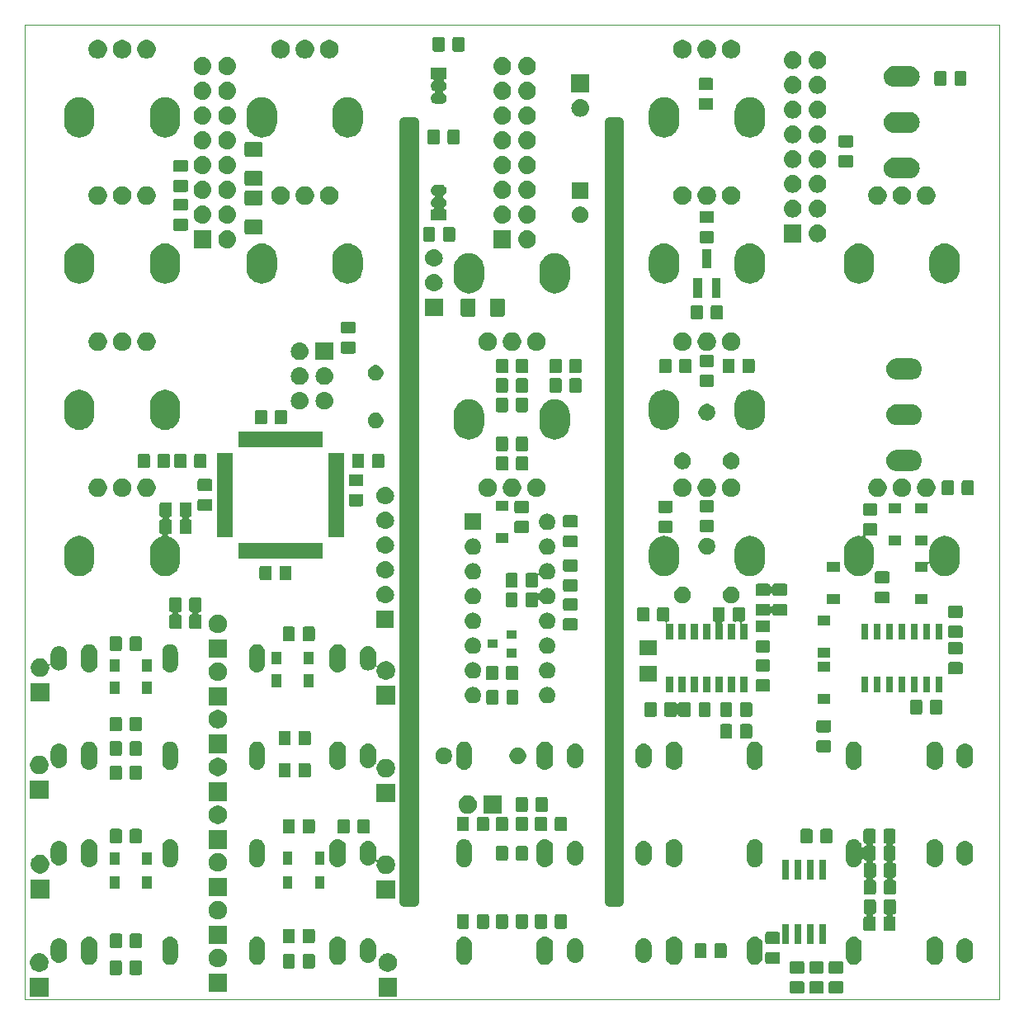
<source format=gbr>
G04 #@! TF.GenerationSoftware,KiCad,Pcbnew,(5.1.0)-1*
G04 #@! TF.CreationDate,2019-05-13T18:05:40+02:00*
G04 #@! TF.ProjectId,KicadJE_ADSR_Mega32,4b696361-644a-4455-9f41-4453525f4d65,rev?*
G04 #@! TF.SameCoordinates,Original*
G04 #@! TF.FileFunction,Soldermask,Bot*
G04 #@! TF.FilePolarity,Negative*
%FSLAX46Y46*%
G04 Gerber Fmt 4.6, Leading zero omitted, Abs format (unit mm)*
G04 Created by KiCad (PCBNEW (5.1.0)-1) date 2019-05-13 18:05:40*
%MOMM*%
%LPD*%
G04 APERTURE LIST*
%ADD10C,1.000000*%
%ADD11C,0.050000*%
%ADD12C,0.150000*%
G04 APERTURE END LIST*
D10*
X89000000Y-60000000D02*
X90000000Y-60000000D01*
X110000000Y-60000000D02*
X111000000Y-60000000D01*
X110000000Y-140000000D02*
X111000000Y-140000000D01*
X89000000Y-140000000D02*
X90000000Y-140000000D01*
X110000000Y-60000000D02*
X110000000Y-140000000D01*
X111000000Y-60000000D02*
X111000000Y-140000000D01*
X90000000Y-60000000D02*
X90000000Y-140000000D01*
X89000000Y-60000000D02*
X89000000Y-140000000D01*
D11*
X50000000Y-150000000D02*
X50000000Y-50000000D01*
X150000000Y-150000000D02*
X50000000Y-150000000D01*
X150000000Y-50000000D02*
X150000000Y-150000000D01*
X50000000Y-50000000D02*
X150000000Y-50000000D01*
D12*
G36*
X88201000Y-149701000D02*
G01*
X86299000Y-149701000D01*
X86299000Y-147799000D01*
X88201000Y-147799000D01*
X88201000Y-149701000D01*
X88201000Y-149701000D01*
G37*
G36*
X52451000Y-149701000D02*
G01*
X50549000Y-149701000D01*
X50549000Y-147799000D01*
X52451000Y-147799000D01*
X52451000Y-149701000D01*
X52451000Y-149701000D01*
G37*
G36*
X133838674Y-148153465D02*
G01*
X133876367Y-148164899D01*
X133911103Y-148183466D01*
X133941548Y-148208452D01*
X133966534Y-148238897D01*
X133985101Y-148273633D01*
X133996535Y-148311326D01*
X134001000Y-148356661D01*
X134001000Y-149193339D01*
X133996535Y-149238674D01*
X133985101Y-149276367D01*
X133966534Y-149311103D01*
X133941548Y-149341548D01*
X133911103Y-149366534D01*
X133876367Y-149385101D01*
X133838674Y-149396535D01*
X133793339Y-149401000D01*
X132706661Y-149401000D01*
X132661326Y-149396535D01*
X132623633Y-149385101D01*
X132588897Y-149366534D01*
X132558452Y-149341548D01*
X132533466Y-149311103D01*
X132514899Y-149276367D01*
X132503465Y-149238674D01*
X132499000Y-149193339D01*
X132499000Y-148356661D01*
X132503465Y-148311326D01*
X132514899Y-148273633D01*
X132533466Y-148238897D01*
X132558452Y-148208452D01*
X132588897Y-148183466D01*
X132623633Y-148164899D01*
X132661326Y-148153465D01*
X132706661Y-148149000D01*
X133793339Y-148149000D01*
X133838674Y-148153465D01*
X133838674Y-148153465D01*
G37*
G36*
X129838674Y-148153465D02*
G01*
X129876367Y-148164899D01*
X129911103Y-148183466D01*
X129941548Y-148208452D01*
X129966534Y-148238897D01*
X129985101Y-148273633D01*
X129996535Y-148311326D01*
X130001000Y-148356661D01*
X130001000Y-149193339D01*
X129996535Y-149238674D01*
X129985101Y-149276367D01*
X129966534Y-149311103D01*
X129941548Y-149341548D01*
X129911103Y-149366534D01*
X129876367Y-149385101D01*
X129838674Y-149396535D01*
X129793339Y-149401000D01*
X128706661Y-149401000D01*
X128661326Y-149396535D01*
X128623633Y-149385101D01*
X128588897Y-149366534D01*
X128558452Y-149341548D01*
X128533466Y-149311103D01*
X128514899Y-149276367D01*
X128503465Y-149238674D01*
X128499000Y-149193339D01*
X128499000Y-148356661D01*
X128503465Y-148311326D01*
X128514899Y-148273633D01*
X128533466Y-148238897D01*
X128558452Y-148208452D01*
X128588897Y-148183466D01*
X128623633Y-148164899D01*
X128661326Y-148153465D01*
X128706661Y-148149000D01*
X129793339Y-148149000D01*
X129838674Y-148153465D01*
X129838674Y-148153465D01*
G37*
G36*
X131838674Y-148153465D02*
G01*
X131876367Y-148164899D01*
X131911103Y-148183466D01*
X131941548Y-148208452D01*
X131966534Y-148238897D01*
X131985101Y-148273633D01*
X131996535Y-148311326D01*
X132001000Y-148356661D01*
X132001000Y-149193339D01*
X131996535Y-149238674D01*
X131985101Y-149276367D01*
X131966534Y-149311103D01*
X131941548Y-149341548D01*
X131911103Y-149366534D01*
X131876367Y-149385101D01*
X131838674Y-149396535D01*
X131793339Y-149401000D01*
X130706661Y-149401000D01*
X130661326Y-149396535D01*
X130623633Y-149385101D01*
X130588897Y-149366534D01*
X130558452Y-149341548D01*
X130533466Y-149311103D01*
X130514899Y-149276367D01*
X130503465Y-149238674D01*
X130499000Y-149193339D01*
X130499000Y-148356661D01*
X130503465Y-148311326D01*
X130514899Y-148273633D01*
X130533466Y-148238897D01*
X130558452Y-148208452D01*
X130588897Y-148183466D01*
X130623633Y-148164899D01*
X130661326Y-148153465D01*
X130706661Y-148149000D01*
X131793339Y-148149000D01*
X131838674Y-148153465D01*
X131838674Y-148153465D01*
G37*
G36*
X70766001Y-149232142D02*
G01*
X68864001Y-149232142D01*
X68864001Y-147330142D01*
X70766001Y-147330142D01*
X70766001Y-149232142D01*
X70766001Y-149232142D01*
G37*
G36*
X59813675Y-146003465D02*
G01*
X59851368Y-146014899D01*
X59886104Y-146033466D01*
X59916549Y-146058452D01*
X59941535Y-146088897D01*
X59960102Y-146123633D01*
X59971536Y-146161326D01*
X59976001Y-146206661D01*
X59976001Y-147293339D01*
X59971536Y-147338674D01*
X59960102Y-147376367D01*
X59941535Y-147411103D01*
X59916549Y-147441548D01*
X59886104Y-147466534D01*
X59851368Y-147485101D01*
X59813675Y-147496535D01*
X59768340Y-147501000D01*
X58931662Y-147501000D01*
X58886327Y-147496535D01*
X58848634Y-147485101D01*
X58813898Y-147466534D01*
X58783453Y-147441548D01*
X58758467Y-147411103D01*
X58739900Y-147376367D01*
X58728466Y-147338674D01*
X58724001Y-147293339D01*
X58724001Y-146206661D01*
X58728466Y-146161326D01*
X58739900Y-146123633D01*
X58758467Y-146088897D01*
X58783453Y-146058452D01*
X58813898Y-146033466D01*
X58848634Y-146014899D01*
X58886327Y-146003465D01*
X58931662Y-145999000D01*
X59768340Y-145999000D01*
X59813675Y-146003465D01*
X59813675Y-146003465D01*
G37*
G36*
X61863675Y-146003465D02*
G01*
X61901368Y-146014899D01*
X61936104Y-146033466D01*
X61966549Y-146058452D01*
X61991535Y-146088897D01*
X62010102Y-146123633D01*
X62021536Y-146161326D01*
X62026001Y-146206661D01*
X62026001Y-147293339D01*
X62021536Y-147338674D01*
X62010102Y-147376367D01*
X61991535Y-147411103D01*
X61966549Y-147441548D01*
X61936104Y-147466534D01*
X61901368Y-147485101D01*
X61863675Y-147496535D01*
X61818340Y-147501000D01*
X60981662Y-147501000D01*
X60936327Y-147496535D01*
X60898634Y-147485101D01*
X60863898Y-147466534D01*
X60833453Y-147441548D01*
X60808467Y-147411103D01*
X60789900Y-147376367D01*
X60778466Y-147338674D01*
X60774001Y-147293339D01*
X60774001Y-146206661D01*
X60778466Y-146161326D01*
X60789900Y-146123633D01*
X60808467Y-146088897D01*
X60833453Y-146058452D01*
X60863898Y-146033466D01*
X60898634Y-146014899D01*
X60936327Y-146003465D01*
X60981662Y-145999000D01*
X61818340Y-145999000D01*
X61863675Y-146003465D01*
X61863675Y-146003465D01*
G37*
G36*
X133838674Y-146103465D02*
G01*
X133876367Y-146114899D01*
X133911103Y-146133466D01*
X133941548Y-146158452D01*
X133966534Y-146188897D01*
X133985101Y-146223633D01*
X133996535Y-146261326D01*
X134001000Y-146306661D01*
X134001000Y-147143339D01*
X133996535Y-147188674D01*
X133985101Y-147226367D01*
X133966534Y-147261103D01*
X133941548Y-147291548D01*
X133911103Y-147316534D01*
X133876367Y-147335101D01*
X133838674Y-147346535D01*
X133793339Y-147351000D01*
X132706661Y-147351000D01*
X132661326Y-147346535D01*
X132623633Y-147335101D01*
X132588897Y-147316534D01*
X132558452Y-147291548D01*
X132533466Y-147261103D01*
X132514899Y-147226367D01*
X132503465Y-147188674D01*
X132499000Y-147143339D01*
X132499000Y-146306661D01*
X132503465Y-146261326D01*
X132514899Y-146223633D01*
X132533466Y-146188897D01*
X132558452Y-146158452D01*
X132588897Y-146133466D01*
X132623633Y-146114899D01*
X132661326Y-146103465D01*
X132706661Y-146099000D01*
X133793339Y-146099000D01*
X133838674Y-146103465D01*
X133838674Y-146103465D01*
G37*
G36*
X129838674Y-146103465D02*
G01*
X129876367Y-146114899D01*
X129911103Y-146133466D01*
X129941548Y-146158452D01*
X129966534Y-146188897D01*
X129985101Y-146223633D01*
X129996535Y-146261326D01*
X130001000Y-146306661D01*
X130001000Y-147143339D01*
X129996535Y-147188674D01*
X129985101Y-147226367D01*
X129966534Y-147261103D01*
X129941548Y-147291548D01*
X129911103Y-147316534D01*
X129876367Y-147335101D01*
X129838674Y-147346535D01*
X129793339Y-147351000D01*
X128706661Y-147351000D01*
X128661326Y-147346535D01*
X128623633Y-147335101D01*
X128588897Y-147316534D01*
X128558452Y-147291548D01*
X128533466Y-147261103D01*
X128514899Y-147226367D01*
X128503465Y-147188674D01*
X128499000Y-147143339D01*
X128499000Y-146306661D01*
X128503465Y-146261326D01*
X128514899Y-146223633D01*
X128533466Y-146188897D01*
X128558452Y-146158452D01*
X128588897Y-146133466D01*
X128623633Y-146114899D01*
X128661326Y-146103465D01*
X128706661Y-146099000D01*
X129793339Y-146099000D01*
X129838674Y-146103465D01*
X129838674Y-146103465D01*
G37*
G36*
X131838674Y-146103465D02*
G01*
X131876367Y-146114899D01*
X131911103Y-146133466D01*
X131941548Y-146158452D01*
X131966534Y-146188897D01*
X131985101Y-146223633D01*
X131996535Y-146261326D01*
X132001000Y-146306661D01*
X132001000Y-147143339D01*
X131996535Y-147188674D01*
X131985101Y-147226367D01*
X131966534Y-147261103D01*
X131941548Y-147291548D01*
X131911103Y-147316534D01*
X131876367Y-147335101D01*
X131838674Y-147346535D01*
X131793339Y-147351000D01*
X130706661Y-147351000D01*
X130661326Y-147346535D01*
X130623633Y-147335101D01*
X130588897Y-147316534D01*
X130558452Y-147291548D01*
X130533466Y-147261103D01*
X130514899Y-147226367D01*
X130503465Y-147188674D01*
X130499000Y-147143339D01*
X130499000Y-146306661D01*
X130503465Y-146261326D01*
X130514899Y-146223633D01*
X130533466Y-146188897D01*
X130558452Y-146158452D01*
X130588897Y-146133466D01*
X130623633Y-146114899D01*
X130661326Y-146103465D01*
X130706661Y-146099000D01*
X131793339Y-146099000D01*
X131838674Y-146103465D01*
X131838674Y-146103465D01*
G37*
G36*
X87527395Y-145295546D02*
G01*
X87700466Y-145367234D01*
X87777818Y-145418919D01*
X87856227Y-145471310D01*
X87988690Y-145603773D01*
X88017892Y-145647477D01*
X88092766Y-145759534D01*
X88164454Y-145932605D01*
X88201000Y-146116333D01*
X88201000Y-146303667D01*
X88164454Y-146487395D01*
X88092766Y-146660466D01*
X88042228Y-146736102D01*
X87988690Y-146816227D01*
X87856227Y-146948690D01*
X87777818Y-147001081D01*
X87700466Y-147052766D01*
X87527395Y-147124454D01*
X87343667Y-147161000D01*
X87156333Y-147161000D01*
X86972605Y-147124454D01*
X86799534Y-147052766D01*
X86722182Y-147001081D01*
X86643773Y-146948690D01*
X86511310Y-146816227D01*
X86457772Y-146736102D01*
X86407234Y-146660466D01*
X86335546Y-146487395D01*
X86299000Y-146303667D01*
X86299000Y-146116333D01*
X86335546Y-145932605D01*
X86407234Y-145759534D01*
X86482108Y-145647477D01*
X86511310Y-145603773D01*
X86643773Y-145471310D01*
X86722182Y-145418919D01*
X86799534Y-145367234D01*
X86972605Y-145295546D01*
X87156333Y-145259000D01*
X87343667Y-145259000D01*
X87527395Y-145295546D01*
X87527395Y-145295546D01*
G37*
G36*
X51777395Y-145295546D02*
G01*
X51950466Y-145367234D01*
X52027818Y-145418919D01*
X52106227Y-145471310D01*
X52238690Y-145603773D01*
X52267892Y-145647477D01*
X52342766Y-145759534D01*
X52414454Y-145932605D01*
X52451000Y-146116333D01*
X52451000Y-146303667D01*
X52414454Y-146487395D01*
X52342766Y-146660466D01*
X52292228Y-146736102D01*
X52238690Y-146816227D01*
X52106227Y-146948690D01*
X52027818Y-147001081D01*
X51950466Y-147052766D01*
X51777395Y-147124454D01*
X51593667Y-147161000D01*
X51406333Y-147161000D01*
X51222605Y-147124454D01*
X51049534Y-147052766D01*
X50972182Y-147001081D01*
X50893773Y-146948690D01*
X50761310Y-146816227D01*
X50707772Y-146736102D01*
X50657234Y-146660466D01*
X50585546Y-146487395D01*
X50549000Y-146303667D01*
X50549000Y-146116333D01*
X50585546Y-145932605D01*
X50657234Y-145759534D01*
X50732108Y-145647477D01*
X50761310Y-145603773D01*
X50893773Y-145471310D01*
X50972182Y-145418919D01*
X51049534Y-145367234D01*
X51222605Y-145295546D01*
X51406333Y-145259000D01*
X51593667Y-145259000D01*
X51777395Y-145295546D01*
X51777395Y-145295546D01*
G37*
G36*
X77563675Y-145328464D02*
G01*
X77601368Y-145339898D01*
X77636104Y-145358465D01*
X77666549Y-145383451D01*
X77691535Y-145413896D01*
X77710102Y-145448632D01*
X77721536Y-145486325D01*
X77726001Y-145531660D01*
X77726001Y-146618338D01*
X77721536Y-146663673D01*
X77710102Y-146701366D01*
X77691535Y-146736102D01*
X77666549Y-146766547D01*
X77636104Y-146791533D01*
X77601368Y-146810100D01*
X77563675Y-146821534D01*
X77518340Y-146825999D01*
X76681662Y-146825999D01*
X76636327Y-146821534D01*
X76598634Y-146810100D01*
X76563898Y-146791533D01*
X76533453Y-146766547D01*
X76508467Y-146736102D01*
X76489900Y-146701366D01*
X76478466Y-146663673D01*
X76474001Y-146618338D01*
X76474001Y-145531660D01*
X76478466Y-145486325D01*
X76489900Y-145448632D01*
X76508467Y-145413896D01*
X76533453Y-145383451D01*
X76563898Y-145358465D01*
X76598634Y-145339898D01*
X76636327Y-145328464D01*
X76681662Y-145323999D01*
X77518340Y-145323999D01*
X77563675Y-145328464D01*
X77563675Y-145328464D01*
G37*
G36*
X79613675Y-145328464D02*
G01*
X79651368Y-145339898D01*
X79686104Y-145358465D01*
X79716549Y-145383451D01*
X79741535Y-145413896D01*
X79760102Y-145448632D01*
X79771536Y-145486325D01*
X79776001Y-145531660D01*
X79776001Y-146618338D01*
X79771536Y-146663673D01*
X79760102Y-146701366D01*
X79741535Y-146736102D01*
X79716549Y-146766547D01*
X79686104Y-146791533D01*
X79651368Y-146810100D01*
X79613675Y-146821534D01*
X79568340Y-146825999D01*
X78731662Y-146825999D01*
X78686327Y-146821534D01*
X78648634Y-146810100D01*
X78613898Y-146791533D01*
X78583453Y-146766547D01*
X78558467Y-146736102D01*
X78539900Y-146701366D01*
X78528466Y-146663673D01*
X78524001Y-146618338D01*
X78524001Y-145531660D01*
X78528466Y-145486325D01*
X78539900Y-145448632D01*
X78558467Y-145413896D01*
X78583453Y-145383451D01*
X78613898Y-145358465D01*
X78648634Y-145339898D01*
X78686327Y-145328464D01*
X78731662Y-145323999D01*
X79568340Y-145323999D01*
X79613675Y-145328464D01*
X79613675Y-145328464D01*
G37*
G36*
X70092396Y-144826688D02*
G01*
X70265467Y-144898376D01*
X70265468Y-144898377D01*
X70421228Y-145002452D01*
X70553691Y-145134915D01*
X70553692Y-145134917D01*
X70657767Y-145290676D01*
X70729455Y-145463747D01*
X70766001Y-145647475D01*
X70766001Y-145834809D01*
X70729455Y-146018537D01*
X70657767Y-146191608D01*
X70626310Y-146238686D01*
X70553691Y-146347369D01*
X70421228Y-146479832D01*
X70342819Y-146532223D01*
X70265467Y-146583908D01*
X70092396Y-146655596D01*
X69908668Y-146692142D01*
X69721334Y-146692142D01*
X69537606Y-146655596D01*
X69364535Y-146583908D01*
X69287183Y-146532223D01*
X69208774Y-146479832D01*
X69076311Y-146347369D01*
X69003692Y-146238686D01*
X68972235Y-146191608D01*
X68900547Y-146018537D01*
X68864001Y-145834809D01*
X68864001Y-145647475D01*
X68900547Y-145463747D01*
X68972235Y-145290676D01*
X69076310Y-145134917D01*
X69076311Y-145134915D01*
X69208774Y-145002452D01*
X69364534Y-144898377D01*
X69364535Y-144898376D01*
X69537606Y-144826688D01*
X69721334Y-144790142D01*
X69908668Y-144790142D01*
X70092396Y-144826688D01*
X70092396Y-144826688D01*
G37*
G36*
X143546822Y-143561313D02*
G01*
X143707241Y-143609976D01*
X143855077Y-143688995D01*
X143967024Y-143780868D01*
X143984659Y-143795341D01*
X144091004Y-143924922D01*
X144091005Y-143924924D01*
X144170024Y-144072758D01*
X144218687Y-144233177D01*
X144231000Y-144358196D01*
X144231000Y-145641804D01*
X144218687Y-145766823D01*
X144170024Y-145927242D01*
X144123170Y-146014899D01*
X144091004Y-146075078D01*
X143984659Y-146204659D01*
X143855078Y-146311004D01*
X143855076Y-146311005D01*
X143707242Y-146390024D01*
X143546823Y-146438687D01*
X143380000Y-146455117D01*
X143213178Y-146438687D01*
X143052759Y-146390024D01*
X142904925Y-146311005D01*
X142904923Y-146311004D01*
X142775342Y-146204659D01*
X142668997Y-146075078D01*
X142636831Y-146014899D01*
X142589977Y-145927242D01*
X142541314Y-145766823D01*
X142529001Y-145641804D01*
X142529000Y-144358197D01*
X142541313Y-144233178D01*
X142585148Y-144088674D01*
X142589975Y-144072762D01*
X142589976Y-144072759D01*
X142668995Y-143924923D01*
X142775341Y-143795341D01*
X142836824Y-143744883D01*
X142904922Y-143688996D01*
X142920310Y-143680771D01*
X143052758Y-143609976D01*
X143213177Y-143561313D01*
X143380000Y-143544883D01*
X143546822Y-143561313D01*
X143546822Y-143561313D01*
G37*
G36*
X103546822Y-143561313D02*
G01*
X103707241Y-143609976D01*
X103855077Y-143688995D01*
X103967024Y-143780868D01*
X103984659Y-143795341D01*
X104091004Y-143924922D01*
X104091005Y-143924924D01*
X104170024Y-144072758D01*
X104218687Y-144233177D01*
X104231000Y-144358196D01*
X104231000Y-145641804D01*
X104218687Y-145766823D01*
X104170024Y-145927242D01*
X104123170Y-146014899D01*
X104091004Y-146075078D01*
X103984659Y-146204659D01*
X103855078Y-146311004D01*
X103855076Y-146311005D01*
X103707242Y-146390024D01*
X103546823Y-146438687D01*
X103380000Y-146455117D01*
X103213178Y-146438687D01*
X103052759Y-146390024D01*
X102904925Y-146311005D01*
X102904923Y-146311004D01*
X102775342Y-146204659D01*
X102668997Y-146075078D01*
X102636831Y-146014899D01*
X102589977Y-145927242D01*
X102541314Y-145766823D01*
X102529001Y-145641804D01*
X102529000Y-144358197D01*
X102541313Y-144233178D01*
X102585148Y-144088674D01*
X102589975Y-144072762D01*
X102589976Y-144072759D01*
X102668995Y-143924923D01*
X102775341Y-143795341D01*
X102836824Y-143744883D01*
X102904922Y-143688996D01*
X102920310Y-143680771D01*
X103052758Y-143609976D01*
X103213177Y-143561313D01*
X103380000Y-143544883D01*
X103546822Y-143561313D01*
X103546822Y-143561313D01*
G37*
G36*
X56786823Y-143561313D02*
G01*
X56947242Y-143609976D01*
X57079690Y-143680771D01*
X57095078Y-143688996D01*
X57224659Y-143795341D01*
X57331004Y-143924922D01*
X57331005Y-143924924D01*
X57410024Y-144072758D01*
X57458687Y-144233177D01*
X57471000Y-144358196D01*
X57471000Y-145641804D01*
X57458687Y-145766823D01*
X57410024Y-145927242D01*
X57363170Y-146014899D01*
X57331004Y-146075078D01*
X57255551Y-146167017D01*
X57224659Y-146204659D01*
X57095077Y-146311005D01*
X56947241Y-146390024D01*
X56786822Y-146438687D01*
X56620000Y-146455117D01*
X56453177Y-146438687D01*
X56292758Y-146390024D01*
X56144924Y-146311005D01*
X56144922Y-146311004D01*
X56015341Y-146204659D01*
X55984449Y-146167017D01*
X55908995Y-146075077D01*
X55829976Y-145927241D01*
X55781313Y-145766822D01*
X55769000Y-145641803D01*
X55769001Y-144358196D01*
X55781314Y-144233177D01*
X55829977Y-144072758D01*
X55908996Y-143924924D01*
X55908997Y-143924922D01*
X56015342Y-143795341D01*
X56144923Y-143688996D01*
X56160311Y-143680771D01*
X56292759Y-143609976D01*
X56453178Y-143561313D01*
X56620000Y-143544883D01*
X56786823Y-143561313D01*
X56786823Y-143561313D01*
G37*
G36*
X82296822Y-143561313D02*
G01*
X82457241Y-143609976D01*
X82605077Y-143688995D01*
X82717024Y-143780868D01*
X82734659Y-143795341D01*
X82841004Y-143924922D01*
X82841005Y-143924924D01*
X82920024Y-144072758D01*
X82968687Y-144233177D01*
X82981000Y-144358196D01*
X82981000Y-145641804D01*
X82968687Y-145766823D01*
X82920024Y-145927242D01*
X82873170Y-146014899D01*
X82841004Y-146075078D01*
X82734659Y-146204659D01*
X82605078Y-146311004D01*
X82605076Y-146311005D01*
X82457242Y-146390024D01*
X82296823Y-146438687D01*
X82130000Y-146455117D01*
X81963178Y-146438687D01*
X81802759Y-146390024D01*
X81654925Y-146311005D01*
X81654923Y-146311004D01*
X81525342Y-146204659D01*
X81418997Y-146075078D01*
X81386831Y-146014899D01*
X81339977Y-145927242D01*
X81291314Y-145766823D01*
X81279001Y-145641804D01*
X81279000Y-144358197D01*
X81291313Y-144233178D01*
X81335148Y-144088674D01*
X81339975Y-144072762D01*
X81339976Y-144072759D01*
X81418995Y-143924923D01*
X81525341Y-143795341D01*
X81586824Y-143744883D01*
X81654922Y-143688996D01*
X81670310Y-143680771D01*
X81802758Y-143609976D01*
X81963177Y-143561313D01*
X82130000Y-143544883D01*
X82296822Y-143561313D01*
X82296822Y-143561313D01*
G37*
G36*
X116786823Y-143561313D02*
G01*
X116947242Y-143609976D01*
X117079690Y-143680771D01*
X117095078Y-143688996D01*
X117224659Y-143795341D01*
X117331004Y-143924922D01*
X117331005Y-143924924D01*
X117410024Y-144072758D01*
X117458687Y-144233177D01*
X117471000Y-144358196D01*
X117471000Y-145641804D01*
X117458687Y-145766823D01*
X117410024Y-145927242D01*
X117363170Y-146014899D01*
X117331004Y-146075078D01*
X117255551Y-146167017D01*
X117224659Y-146204659D01*
X117095077Y-146311005D01*
X116947241Y-146390024D01*
X116786822Y-146438687D01*
X116620000Y-146455117D01*
X116453177Y-146438687D01*
X116292758Y-146390024D01*
X116144924Y-146311005D01*
X116144922Y-146311004D01*
X116015341Y-146204659D01*
X115984449Y-146167017D01*
X115908995Y-146075077D01*
X115829976Y-145927241D01*
X115781313Y-145766822D01*
X115769000Y-145641803D01*
X115769001Y-144358196D01*
X115781314Y-144233177D01*
X115829977Y-144072758D01*
X115908996Y-143924924D01*
X115908997Y-143924922D01*
X116015342Y-143795341D01*
X116144923Y-143688996D01*
X116160311Y-143680771D01*
X116292759Y-143609976D01*
X116453178Y-143561313D01*
X116620000Y-143544883D01*
X116786823Y-143561313D01*
X116786823Y-143561313D01*
G37*
G36*
X73987022Y-143560590D02*
G01*
X74087681Y-143591125D01*
X74138012Y-143606392D01*
X74277164Y-143680771D01*
X74399133Y-143780867D01*
X74487871Y-143888995D01*
X74499229Y-143902835D01*
X74573608Y-144041987D01*
X74582942Y-144072758D01*
X74619410Y-144192977D01*
X74624660Y-144246282D01*
X74630946Y-144310101D01*
X74631000Y-144310655D01*
X74631000Y-145689345D01*
X74619410Y-145807023D01*
X74610981Y-145834809D01*
X74573608Y-145958013D01*
X74499229Y-146097165D01*
X74399133Y-146219133D01*
X74277165Y-146319229D01*
X74138013Y-146393608D01*
X74087682Y-146408875D01*
X73987023Y-146439410D01*
X73830000Y-146454875D01*
X73672978Y-146439410D01*
X73572319Y-146408875D01*
X73521988Y-146393608D01*
X73382836Y-146319229D01*
X73260868Y-146219133D01*
X73160772Y-146097165D01*
X73086393Y-145958013D01*
X73049020Y-145834809D01*
X73040591Y-145807023D01*
X73029001Y-145689345D01*
X73029000Y-144310656D01*
X73040590Y-144192978D01*
X73086392Y-144041989D01*
X73086392Y-144041988D01*
X73160771Y-143902836D01*
X73172130Y-143888995D01*
X73260867Y-143780867D01*
X73382835Y-143680771D01*
X73521987Y-143606392D01*
X73572318Y-143591125D01*
X73672977Y-143560590D01*
X73830000Y-143545125D01*
X73987022Y-143560590D01*
X73987022Y-143560590D01*
G37*
G36*
X65077023Y-143560590D02*
G01*
X65177682Y-143591125D01*
X65228013Y-143606392D01*
X65367165Y-143680771D01*
X65489133Y-143780867D01*
X65589229Y-143902835D01*
X65663608Y-144041987D01*
X65672942Y-144072758D01*
X65709410Y-144192977D01*
X65714660Y-144246282D01*
X65720946Y-144310101D01*
X65721000Y-144310655D01*
X65721000Y-145689345D01*
X65709410Y-145807023D01*
X65700981Y-145834809D01*
X65663608Y-145958013D01*
X65623277Y-146033466D01*
X65589229Y-146097165D01*
X65489133Y-146219133D01*
X65382478Y-146306661D01*
X65367164Y-146319229D01*
X65228012Y-146393608D01*
X65177681Y-146408875D01*
X65077022Y-146439410D01*
X64920000Y-146454875D01*
X64762977Y-146439410D01*
X64662318Y-146408875D01*
X64611987Y-146393608D01*
X64472835Y-146319229D01*
X64432471Y-146286103D01*
X64350867Y-146219133D01*
X64250771Y-146097164D01*
X64230079Y-146058452D01*
X64176392Y-145958012D01*
X64151234Y-145875076D01*
X64130590Y-145807022D01*
X64119000Y-145689344D01*
X64119001Y-144310655D01*
X64119056Y-144310101D01*
X64125341Y-144246282D01*
X64130591Y-144192977D01*
X64167059Y-144072758D01*
X64176393Y-144041987D01*
X64250772Y-143902835D01*
X64350868Y-143780867D01*
X64472836Y-143680771D01*
X64611988Y-143606392D01*
X64662319Y-143591125D01*
X64762978Y-143560590D01*
X64920000Y-143545125D01*
X65077023Y-143560590D01*
X65077023Y-143560590D01*
G37*
G36*
X95237022Y-143560590D02*
G01*
X95337681Y-143591125D01*
X95388012Y-143606392D01*
X95527164Y-143680771D01*
X95649133Y-143780867D01*
X95737871Y-143888995D01*
X95749229Y-143902835D01*
X95823608Y-144041987D01*
X95832942Y-144072758D01*
X95869410Y-144192977D01*
X95874660Y-144246282D01*
X95880946Y-144310101D01*
X95881000Y-144310655D01*
X95881000Y-145689345D01*
X95869410Y-145807023D01*
X95860981Y-145834809D01*
X95823608Y-145958013D01*
X95749229Y-146097165D01*
X95649133Y-146219133D01*
X95527165Y-146319229D01*
X95388013Y-146393608D01*
X95337682Y-146408875D01*
X95237023Y-146439410D01*
X95080000Y-146454875D01*
X94922978Y-146439410D01*
X94822319Y-146408875D01*
X94771988Y-146393608D01*
X94632836Y-146319229D01*
X94510868Y-146219133D01*
X94410772Y-146097165D01*
X94336393Y-145958013D01*
X94299020Y-145834809D01*
X94290591Y-145807023D01*
X94279001Y-145689345D01*
X94279000Y-144310656D01*
X94290590Y-144192978D01*
X94336392Y-144041989D01*
X94336392Y-144041988D01*
X94410771Y-143902836D01*
X94422130Y-143888995D01*
X94510867Y-143780867D01*
X94632835Y-143680771D01*
X94771987Y-143606392D01*
X94822318Y-143591125D01*
X94922977Y-143560590D01*
X95080000Y-143545125D01*
X95237022Y-143560590D01*
X95237022Y-143560590D01*
G37*
G36*
X125077023Y-143560590D02*
G01*
X125177682Y-143591125D01*
X125228013Y-143606392D01*
X125367165Y-143680771D01*
X125489133Y-143780867D01*
X125589229Y-143902835D01*
X125663608Y-144041987D01*
X125672942Y-144072758D01*
X125709410Y-144192977D01*
X125714660Y-144246282D01*
X125720946Y-144310101D01*
X125721000Y-144310655D01*
X125721000Y-145689345D01*
X125709410Y-145807023D01*
X125700981Y-145834809D01*
X125663608Y-145958013D01*
X125623277Y-146033466D01*
X125589229Y-146097165D01*
X125489133Y-146219133D01*
X125382478Y-146306661D01*
X125367164Y-146319229D01*
X125228012Y-146393608D01*
X125177681Y-146408875D01*
X125077022Y-146439410D01*
X124920000Y-146454875D01*
X124762977Y-146439410D01*
X124662318Y-146408875D01*
X124611987Y-146393608D01*
X124472835Y-146319229D01*
X124432471Y-146286103D01*
X124350867Y-146219133D01*
X124250771Y-146097164D01*
X124230079Y-146058452D01*
X124176392Y-145958012D01*
X124151234Y-145875076D01*
X124130590Y-145807022D01*
X124119000Y-145689344D01*
X124119001Y-144310655D01*
X124119056Y-144310101D01*
X124125341Y-144246282D01*
X124130591Y-144192977D01*
X124167059Y-144072758D01*
X124176393Y-144041987D01*
X124250772Y-143902835D01*
X124350868Y-143780867D01*
X124472836Y-143680771D01*
X124611988Y-143606392D01*
X124662319Y-143591125D01*
X124762978Y-143560590D01*
X124920000Y-143545125D01*
X125077023Y-143560590D01*
X125077023Y-143560590D01*
G37*
G36*
X135237022Y-143560590D02*
G01*
X135337681Y-143591125D01*
X135388012Y-143606392D01*
X135527164Y-143680771D01*
X135649133Y-143780867D01*
X135737871Y-143888995D01*
X135749229Y-143902835D01*
X135823608Y-144041987D01*
X135832942Y-144072758D01*
X135869410Y-144192977D01*
X135874660Y-144246282D01*
X135880946Y-144310101D01*
X135881000Y-144310655D01*
X135881000Y-145689345D01*
X135869410Y-145807023D01*
X135860981Y-145834809D01*
X135823608Y-145958013D01*
X135749229Y-146097165D01*
X135649133Y-146219133D01*
X135527165Y-146319229D01*
X135388013Y-146393608D01*
X135337682Y-146408875D01*
X135237023Y-146439410D01*
X135080000Y-146454875D01*
X134922978Y-146439410D01*
X134822319Y-146408875D01*
X134771988Y-146393608D01*
X134632836Y-146319229D01*
X134510868Y-146219133D01*
X134410772Y-146097165D01*
X134336393Y-145958013D01*
X134299020Y-145834809D01*
X134290591Y-145807023D01*
X134279001Y-145689345D01*
X134279000Y-144310656D01*
X134290590Y-144192978D01*
X134336392Y-144041989D01*
X134336392Y-144041988D01*
X134410771Y-143902836D01*
X134422130Y-143888995D01*
X134510867Y-143780867D01*
X134632835Y-143680771D01*
X134771987Y-143606392D01*
X134822318Y-143591125D01*
X134922977Y-143560590D01*
X135080000Y-143545125D01*
X135237022Y-143560590D01*
X135237022Y-143560590D01*
G37*
G36*
X127338674Y-145128465D02*
G01*
X127376367Y-145139899D01*
X127411103Y-145158466D01*
X127441548Y-145183452D01*
X127466534Y-145213897D01*
X127485101Y-145248633D01*
X127496535Y-145286326D01*
X127501000Y-145331661D01*
X127501000Y-146168339D01*
X127496535Y-146213674D01*
X127485101Y-146251367D01*
X127466534Y-146286103D01*
X127441548Y-146316548D01*
X127411103Y-146341534D01*
X127376367Y-146360101D01*
X127338674Y-146371535D01*
X127293339Y-146376000D01*
X126206661Y-146376000D01*
X126161326Y-146371535D01*
X126123633Y-146360101D01*
X126088897Y-146341534D01*
X126058452Y-146316548D01*
X126033466Y-146286103D01*
X126014899Y-146251367D01*
X126003465Y-146213674D01*
X125999000Y-146168339D01*
X125999000Y-145331661D01*
X126003465Y-145286326D01*
X126014899Y-145248633D01*
X126033466Y-145213897D01*
X126058452Y-145183452D01*
X126088897Y-145158466D01*
X126123633Y-145139899D01*
X126161326Y-145128465D01*
X126206661Y-145124000D01*
X127293339Y-145124000D01*
X127338674Y-145128465D01*
X127338674Y-145128465D01*
G37*
G36*
X146646822Y-143761313D02*
G01*
X146807241Y-143809976D01*
X146955077Y-143888995D01*
X147064537Y-143978827D01*
X147084659Y-143995341D01*
X147191004Y-144124922D01*
X147199114Y-144140094D01*
X147270024Y-144272758D01*
X147318687Y-144433177D01*
X147331000Y-144558196D01*
X147331000Y-145441803D01*
X147318687Y-145566822D01*
X147270024Y-145727242D01*
X147227380Y-145807023D01*
X147191004Y-145875078D01*
X147084659Y-146004659D01*
X146955078Y-146111004D01*
X146955076Y-146111005D01*
X146807242Y-146190024D01*
X146807239Y-146190025D01*
X146802017Y-146191609D01*
X146646823Y-146238687D01*
X146480000Y-146255117D01*
X146313178Y-146238687D01*
X146157984Y-146191609D01*
X146152762Y-146190025D01*
X146152759Y-146190024D01*
X146004925Y-146111005D01*
X146004923Y-146111004D01*
X145875342Y-146004659D01*
X145768997Y-145875078D01*
X145732621Y-145807023D01*
X145689977Y-145727242D01*
X145641314Y-145566823D01*
X145629000Y-145441803D01*
X145629000Y-144558197D01*
X145641313Y-144433178D01*
X145689976Y-144272759D01*
X145768995Y-144124923D01*
X145875341Y-143995341D01*
X145961144Y-143924924D01*
X146004922Y-143888996D01*
X146020094Y-143880886D01*
X146152758Y-143809976D01*
X146313177Y-143761313D01*
X146480000Y-143744883D01*
X146646822Y-143761313D01*
X146646822Y-143761313D01*
G37*
G36*
X106646822Y-143761313D02*
G01*
X106807241Y-143809976D01*
X106955077Y-143888995D01*
X107064537Y-143978827D01*
X107084659Y-143995341D01*
X107191004Y-144124922D01*
X107199114Y-144140094D01*
X107270024Y-144272758D01*
X107318687Y-144433177D01*
X107331000Y-144558196D01*
X107331000Y-145441803D01*
X107318687Y-145566822D01*
X107270024Y-145727242D01*
X107227380Y-145807023D01*
X107191004Y-145875078D01*
X107084659Y-146004659D01*
X106955078Y-146111004D01*
X106955076Y-146111005D01*
X106807242Y-146190024D01*
X106807239Y-146190025D01*
X106802017Y-146191609D01*
X106646823Y-146238687D01*
X106480000Y-146255117D01*
X106313178Y-146238687D01*
X106157984Y-146191609D01*
X106152762Y-146190025D01*
X106152759Y-146190024D01*
X106004925Y-146111005D01*
X106004923Y-146111004D01*
X105875342Y-146004659D01*
X105768997Y-145875078D01*
X105732621Y-145807023D01*
X105689977Y-145727242D01*
X105641314Y-145566823D01*
X105629000Y-145441803D01*
X105629000Y-144558197D01*
X105641313Y-144433178D01*
X105689976Y-144272759D01*
X105768995Y-144124923D01*
X105875341Y-143995341D01*
X105961144Y-143924924D01*
X106004922Y-143888996D01*
X106020094Y-143880886D01*
X106152758Y-143809976D01*
X106313177Y-143761313D01*
X106480000Y-143744883D01*
X106646822Y-143761313D01*
X106646822Y-143761313D01*
G37*
G36*
X53686823Y-143761313D02*
G01*
X53847242Y-143809976D01*
X53979906Y-143880886D01*
X53995078Y-143888996D01*
X54124659Y-143995341D01*
X54231004Y-144124922D01*
X54239114Y-144140094D01*
X54310024Y-144272758D01*
X54358687Y-144433178D01*
X54371000Y-144558197D01*
X54371000Y-145441804D01*
X54358687Y-145566823D01*
X54310024Y-145727242D01*
X54267380Y-145807023D01*
X54231004Y-145875078D01*
X54129303Y-145999000D01*
X54124659Y-146004659D01*
X53995077Y-146111005D01*
X53847241Y-146190024D01*
X53847238Y-146190025D01*
X53842016Y-146191609D01*
X53686822Y-146238687D01*
X53520000Y-146255117D01*
X53353177Y-146238687D01*
X53197983Y-146191609D01*
X53192761Y-146190025D01*
X53192758Y-146190024D01*
X53044924Y-146111005D01*
X53044922Y-146111004D01*
X52915341Y-146004659D01*
X52910697Y-145999000D01*
X52808995Y-145875077D01*
X52729976Y-145727241D01*
X52681313Y-145566822D01*
X52669000Y-145441803D01*
X52669000Y-144558197D01*
X52681314Y-144433177D01*
X52729977Y-144272758D01*
X52800887Y-144140094D01*
X52808997Y-144124922D01*
X52915342Y-143995341D01*
X53044923Y-143888996D01*
X53060095Y-143880886D01*
X53192759Y-143809976D01*
X53353178Y-143761313D01*
X53520000Y-143744883D01*
X53686823Y-143761313D01*
X53686823Y-143761313D01*
G37*
G36*
X113686823Y-143761313D02*
G01*
X113847242Y-143809976D01*
X113979906Y-143880886D01*
X113995078Y-143888996D01*
X114124659Y-143995341D01*
X114231004Y-144124922D01*
X114239114Y-144140094D01*
X114310024Y-144272758D01*
X114358687Y-144433178D01*
X114371000Y-144558197D01*
X114371000Y-145441804D01*
X114358687Y-145566823D01*
X114310024Y-145727242D01*
X114267380Y-145807023D01*
X114231004Y-145875078D01*
X114129303Y-145999000D01*
X114124659Y-146004659D01*
X113995077Y-146111005D01*
X113847241Y-146190024D01*
X113847238Y-146190025D01*
X113842016Y-146191609D01*
X113686822Y-146238687D01*
X113520000Y-146255117D01*
X113353177Y-146238687D01*
X113197983Y-146191609D01*
X113192761Y-146190025D01*
X113192758Y-146190024D01*
X113044924Y-146111005D01*
X113044922Y-146111004D01*
X112915341Y-146004659D01*
X112910697Y-145999000D01*
X112808995Y-145875077D01*
X112729976Y-145727241D01*
X112681313Y-145566822D01*
X112669000Y-145441803D01*
X112669000Y-144558197D01*
X112681314Y-144433177D01*
X112729977Y-144272758D01*
X112800887Y-144140094D01*
X112808997Y-144124922D01*
X112915342Y-143995341D01*
X113044923Y-143888996D01*
X113060095Y-143880886D01*
X113192759Y-143809976D01*
X113353178Y-143761313D01*
X113520000Y-143744883D01*
X113686823Y-143761313D01*
X113686823Y-143761313D01*
G37*
G36*
X85396822Y-143761313D02*
G01*
X85557241Y-143809976D01*
X85705077Y-143888995D01*
X85814537Y-143978827D01*
X85834659Y-143995341D01*
X85941004Y-144124922D01*
X85949114Y-144140094D01*
X86020024Y-144272758D01*
X86068687Y-144433177D01*
X86081000Y-144558196D01*
X86081000Y-145441803D01*
X86068687Y-145566822D01*
X86020024Y-145727242D01*
X85977380Y-145807023D01*
X85941004Y-145875078D01*
X85834659Y-146004659D01*
X85705078Y-146111004D01*
X85705076Y-146111005D01*
X85557242Y-146190024D01*
X85557239Y-146190025D01*
X85552017Y-146191609D01*
X85396823Y-146238687D01*
X85230000Y-146255117D01*
X85063178Y-146238687D01*
X84907984Y-146191609D01*
X84902762Y-146190025D01*
X84902759Y-146190024D01*
X84754925Y-146111005D01*
X84754923Y-146111004D01*
X84625342Y-146004659D01*
X84518997Y-145875078D01*
X84482621Y-145807023D01*
X84439977Y-145727242D01*
X84391314Y-145566823D01*
X84379000Y-145441803D01*
X84379000Y-144558197D01*
X84391313Y-144433178D01*
X84439976Y-144272759D01*
X84518995Y-144124923D01*
X84625341Y-143995341D01*
X84711144Y-143924924D01*
X84754922Y-143888996D01*
X84770094Y-143880886D01*
X84902758Y-143809976D01*
X85063177Y-143761313D01*
X85230000Y-143744883D01*
X85396822Y-143761313D01*
X85396822Y-143761313D01*
G37*
G36*
X119813674Y-144253465D02*
G01*
X119851367Y-144264899D01*
X119886103Y-144283466D01*
X119916548Y-144308452D01*
X119941534Y-144338897D01*
X119960101Y-144373633D01*
X119971535Y-144411326D01*
X119976000Y-144456661D01*
X119976000Y-145543339D01*
X119971535Y-145588674D01*
X119960101Y-145626367D01*
X119941534Y-145661103D01*
X119916548Y-145691548D01*
X119886103Y-145716534D01*
X119851367Y-145735101D01*
X119813674Y-145746535D01*
X119768339Y-145751000D01*
X118931661Y-145751000D01*
X118886326Y-145746535D01*
X118848633Y-145735101D01*
X118813897Y-145716534D01*
X118783452Y-145691548D01*
X118758466Y-145661103D01*
X118739899Y-145626367D01*
X118728465Y-145588674D01*
X118724000Y-145543339D01*
X118724000Y-144456661D01*
X118728465Y-144411326D01*
X118739899Y-144373633D01*
X118758466Y-144338897D01*
X118783452Y-144308452D01*
X118813897Y-144283466D01*
X118848633Y-144264899D01*
X118886326Y-144253465D01*
X118931661Y-144249000D01*
X119768339Y-144249000D01*
X119813674Y-144253465D01*
X119813674Y-144253465D01*
G37*
G36*
X121863674Y-144253465D02*
G01*
X121901367Y-144264899D01*
X121936103Y-144283466D01*
X121966548Y-144308452D01*
X121991534Y-144338897D01*
X122010101Y-144373633D01*
X122021535Y-144411326D01*
X122026000Y-144456661D01*
X122026000Y-145543339D01*
X122021535Y-145588674D01*
X122010101Y-145626367D01*
X121991534Y-145661103D01*
X121966548Y-145691548D01*
X121936103Y-145716534D01*
X121901367Y-145735101D01*
X121863674Y-145746535D01*
X121818339Y-145751000D01*
X120981661Y-145751000D01*
X120936326Y-145746535D01*
X120898633Y-145735101D01*
X120863897Y-145716534D01*
X120833452Y-145691548D01*
X120808466Y-145661103D01*
X120789899Y-145626367D01*
X120778465Y-145588674D01*
X120774000Y-145543339D01*
X120774000Y-144456661D01*
X120778465Y-144411326D01*
X120789899Y-144373633D01*
X120808466Y-144338897D01*
X120833452Y-144308452D01*
X120863897Y-144283466D01*
X120898633Y-144264899D01*
X120936326Y-144253465D01*
X120981661Y-144249000D01*
X121818339Y-144249000D01*
X121863674Y-144253465D01*
X121863674Y-144253465D01*
G37*
G36*
X61888674Y-143253465D02*
G01*
X61926367Y-143264899D01*
X61961103Y-143283466D01*
X61991548Y-143308452D01*
X62016534Y-143338897D01*
X62035101Y-143373633D01*
X62046535Y-143411326D01*
X62051000Y-143456661D01*
X62051000Y-144543339D01*
X62046535Y-144588674D01*
X62035101Y-144626367D01*
X62016534Y-144661103D01*
X61991548Y-144691548D01*
X61961103Y-144716534D01*
X61926367Y-144735101D01*
X61888674Y-144746535D01*
X61843339Y-144751000D01*
X61006661Y-144751000D01*
X60961326Y-144746535D01*
X60923633Y-144735101D01*
X60888897Y-144716534D01*
X60858452Y-144691548D01*
X60833466Y-144661103D01*
X60814899Y-144626367D01*
X60803465Y-144588674D01*
X60799000Y-144543339D01*
X60799000Y-143456661D01*
X60803465Y-143411326D01*
X60814899Y-143373633D01*
X60833466Y-143338897D01*
X60858452Y-143308452D01*
X60888897Y-143283466D01*
X60923633Y-143264899D01*
X60961326Y-143253465D01*
X61006661Y-143249000D01*
X61843339Y-143249000D01*
X61888674Y-143253465D01*
X61888674Y-143253465D01*
G37*
G36*
X59838674Y-143253465D02*
G01*
X59876367Y-143264899D01*
X59911103Y-143283466D01*
X59941548Y-143308452D01*
X59966534Y-143338897D01*
X59985101Y-143373633D01*
X59996535Y-143411326D01*
X60001000Y-143456661D01*
X60001000Y-144543339D01*
X59996535Y-144588674D01*
X59985101Y-144626367D01*
X59966534Y-144661103D01*
X59941548Y-144691548D01*
X59911103Y-144716534D01*
X59876367Y-144735101D01*
X59838674Y-144746535D01*
X59793339Y-144751000D01*
X58956661Y-144751000D01*
X58911326Y-144746535D01*
X58873633Y-144735101D01*
X58838897Y-144716534D01*
X58808452Y-144691548D01*
X58783466Y-144661103D01*
X58764899Y-144626367D01*
X58753465Y-144588674D01*
X58749000Y-144543339D01*
X58749000Y-143456661D01*
X58753465Y-143411326D01*
X58764899Y-143373633D01*
X58783466Y-143338897D01*
X58808452Y-143308452D01*
X58838897Y-143283466D01*
X58873633Y-143264899D01*
X58911326Y-143253465D01*
X58956661Y-143249000D01*
X59793339Y-143249000D01*
X59838674Y-143253465D01*
X59838674Y-143253465D01*
G37*
G36*
X132231000Y-144351000D02*
G01*
X131579000Y-144351000D01*
X131579000Y-142249000D01*
X132231000Y-142249000D01*
X132231000Y-144351000D01*
X132231000Y-144351000D01*
G37*
G36*
X130961000Y-144351000D02*
G01*
X130309000Y-144351000D01*
X130309000Y-142249000D01*
X130961000Y-142249000D01*
X130961000Y-144351000D01*
X130961000Y-144351000D01*
G37*
G36*
X128421000Y-144351000D02*
G01*
X127769000Y-144351000D01*
X127769000Y-142249000D01*
X128421000Y-142249000D01*
X128421000Y-144351000D01*
X128421000Y-144351000D01*
G37*
G36*
X129691000Y-144351000D02*
G01*
X129039000Y-144351000D01*
X129039000Y-142249000D01*
X129691000Y-142249000D01*
X129691000Y-144351000D01*
X129691000Y-144351000D01*
G37*
G36*
X70766001Y-144334836D02*
G01*
X68864001Y-144334836D01*
X68864001Y-142432836D01*
X70766001Y-142432836D01*
X70766001Y-144334836D01*
X70766001Y-144334836D01*
G37*
G36*
X127338674Y-143078465D02*
G01*
X127376367Y-143089899D01*
X127411103Y-143108466D01*
X127441548Y-143133452D01*
X127466534Y-143163897D01*
X127485101Y-143198633D01*
X127496535Y-143236326D01*
X127501000Y-143281661D01*
X127501000Y-144118339D01*
X127496535Y-144163674D01*
X127485101Y-144201367D01*
X127466534Y-144236103D01*
X127441548Y-144266548D01*
X127411103Y-144291534D01*
X127376367Y-144310101D01*
X127338674Y-144321535D01*
X127293339Y-144326000D01*
X126206661Y-144326000D01*
X126161326Y-144321535D01*
X126123633Y-144310101D01*
X126088897Y-144291534D01*
X126058452Y-144266548D01*
X126033466Y-144236103D01*
X126014899Y-144201367D01*
X126003465Y-144163674D01*
X125999000Y-144118339D01*
X125999000Y-143281661D01*
X126003465Y-143236326D01*
X126014899Y-143198633D01*
X126033466Y-143163897D01*
X126058452Y-143133452D01*
X126088897Y-143108466D01*
X126123633Y-143089899D01*
X126161326Y-143078465D01*
X126206661Y-143074000D01*
X127293339Y-143074000D01*
X127338674Y-143078465D01*
X127338674Y-143078465D01*
G37*
G36*
X79613675Y-142753465D02*
G01*
X79651368Y-142764899D01*
X79686104Y-142783466D01*
X79716549Y-142808452D01*
X79741535Y-142838897D01*
X79760102Y-142873633D01*
X79771536Y-142911326D01*
X79776001Y-142956661D01*
X79776001Y-144043339D01*
X79771536Y-144088674D01*
X79760102Y-144126367D01*
X79741535Y-144161103D01*
X79716549Y-144191548D01*
X79686104Y-144216534D01*
X79651368Y-144235101D01*
X79613675Y-144246535D01*
X79568340Y-144251000D01*
X78731662Y-144251000D01*
X78686327Y-144246535D01*
X78648634Y-144235101D01*
X78613898Y-144216534D01*
X78583453Y-144191548D01*
X78558467Y-144161103D01*
X78539900Y-144126367D01*
X78528466Y-144088674D01*
X78524001Y-144043339D01*
X78524001Y-142956661D01*
X78528466Y-142911326D01*
X78539900Y-142873633D01*
X78558467Y-142838897D01*
X78583453Y-142808452D01*
X78613898Y-142783466D01*
X78648634Y-142764899D01*
X78686327Y-142753465D01*
X78731662Y-142749000D01*
X79568340Y-142749000D01*
X79613675Y-142753465D01*
X79613675Y-142753465D01*
G37*
G36*
X77563675Y-142753465D02*
G01*
X77601368Y-142764899D01*
X77636104Y-142783466D01*
X77666549Y-142808452D01*
X77691535Y-142838897D01*
X77710102Y-142873633D01*
X77721536Y-142911326D01*
X77726001Y-142956661D01*
X77726001Y-144043339D01*
X77721536Y-144088674D01*
X77710102Y-144126367D01*
X77691535Y-144161103D01*
X77666549Y-144191548D01*
X77636104Y-144216534D01*
X77601368Y-144235101D01*
X77563675Y-144246535D01*
X77518340Y-144251000D01*
X76681662Y-144251000D01*
X76636327Y-144246535D01*
X76598634Y-144235101D01*
X76563898Y-144216534D01*
X76533453Y-144191548D01*
X76508467Y-144161103D01*
X76489900Y-144126367D01*
X76478466Y-144088674D01*
X76474001Y-144043339D01*
X76474001Y-142956661D01*
X76478466Y-142911326D01*
X76489900Y-142873633D01*
X76508467Y-142838897D01*
X76533453Y-142808452D01*
X76563898Y-142783466D01*
X76598634Y-142764899D01*
X76636327Y-142753465D01*
X76681662Y-142749000D01*
X77518340Y-142749000D01*
X77563675Y-142753465D01*
X77563675Y-142753465D01*
G37*
G36*
X139238674Y-139753465D02*
G01*
X139276367Y-139764899D01*
X139311103Y-139783466D01*
X139341548Y-139808452D01*
X139366534Y-139838897D01*
X139385101Y-139873633D01*
X139396535Y-139911326D01*
X139401000Y-139956661D01*
X139401000Y-141043339D01*
X139396535Y-141088674D01*
X139385101Y-141126367D01*
X139366534Y-141161103D01*
X139341548Y-141191548D01*
X139311103Y-141216534D01*
X139276367Y-141235101D01*
X139238674Y-141246535D01*
X139187227Y-141251602D01*
X139187241Y-141251741D01*
X139170379Y-141253402D01*
X139146930Y-141260515D01*
X139125319Y-141272066D01*
X139106377Y-141287611D01*
X139090832Y-141306553D01*
X139079281Y-141328164D01*
X139072168Y-141351613D01*
X139069766Y-141375999D01*
X139072168Y-141400385D01*
X139079281Y-141423834D01*
X139090832Y-141445445D01*
X139106377Y-141464387D01*
X139125319Y-141479932D01*
X139146930Y-141491483D01*
X139170379Y-141498596D01*
X139182513Y-141500396D01*
X139213674Y-141503465D01*
X139251367Y-141514899D01*
X139286103Y-141533466D01*
X139316548Y-141558452D01*
X139341534Y-141588897D01*
X139360101Y-141623633D01*
X139371535Y-141661326D01*
X139376000Y-141706661D01*
X139376000Y-142793339D01*
X139371535Y-142838674D01*
X139360101Y-142876367D01*
X139341534Y-142911103D01*
X139316548Y-142941548D01*
X139286103Y-142966534D01*
X139251367Y-142985101D01*
X139213674Y-142996535D01*
X139168339Y-143001000D01*
X138331661Y-143001000D01*
X138286326Y-142996535D01*
X138248633Y-142985101D01*
X138213897Y-142966534D01*
X138183452Y-142941548D01*
X138158466Y-142911103D01*
X138139899Y-142876367D01*
X138128465Y-142838674D01*
X138124000Y-142793339D01*
X138124000Y-141706661D01*
X138128465Y-141661326D01*
X138139899Y-141623633D01*
X138158466Y-141588897D01*
X138183452Y-141558452D01*
X138213897Y-141533466D01*
X138248633Y-141514899D01*
X138286326Y-141503465D01*
X138337773Y-141498398D01*
X138337759Y-141498259D01*
X138354621Y-141496598D01*
X138378070Y-141489485D01*
X138399681Y-141477934D01*
X138418623Y-141462389D01*
X138434168Y-141443447D01*
X138445719Y-141421836D01*
X138452832Y-141398387D01*
X138455234Y-141374001D01*
X138452832Y-141349615D01*
X138445719Y-141326166D01*
X138434168Y-141304555D01*
X138418623Y-141285613D01*
X138399681Y-141270068D01*
X138378070Y-141258517D01*
X138354621Y-141251404D01*
X138342487Y-141249604D01*
X138311326Y-141246535D01*
X138273633Y-141235101D01*
X138238897Y-141216534D01*
X138208452Y-141191548D01*
X138183466Y-141161103D01*
X138164899Y-141126367D01*
X138153465Y-141088674D01*
X138149000Y-141043339D01*
X138149000Y-139956661D01*
X138153465Y-139911326D01*
X138164899Y-139873633D01*
X138183466Y-139838897D01*
X138208452Y-139808452D01*
X138238897Y-139783466D01*
X138273633Y-139764899D01*
X138311326Y-139753465D01*
X138356661Y-139749000D01*
X139193339Y-139749000D01*
X139238674Y-139753465D01*
X139238674Y-139753465D01*
G37*
G36*
X137188674Y-139753465D02*
G01*
X137226367Y-139764899D01*
X137261103Y-139783466D01*
X137291548Y-139808452D01*
X137316534Y-139838897D01*
X137335101Y-139873633D01*
X137346535Y-139911326D01*
X137351000Y-139956661D01*
X137351000Y-141043339D01*
X137346535Y-141088674D01*
X137335101Y-141126367D01*
X137316534Y-141161103D01*
X137291548Y-141191548D01*
X137261103Y-141216534D01*
X137226367Y-141235101D01*
X137188674Y-141246535D01*
X137137227Y-141251602D01*
X137137241Y-141251741D01*
X137120379Y-141253402D01*
X137096930Y-141260515D01*
X137075319Y-141272066D01*
X137056377Y-141287611D01*
X137040832Y-141306553D01*
X137029281Y-141328164D01*
X137022168Y-141351613D01*
X137019766Y-141375999D01*
X137022168Y-141400385D01*
X137029281Y-141423834D01*
X137040832Y-141445445D01*
X137056377Y-141464387D01*
X137075319Y-141479932D01*
X137096930Y-141491483D01*
X137120379Y-141498596D01*
X137132513Y-141500396D01*
X137163674Y-141503465D01*
X137201367Y-141514899D01*
X137236103Y-141533466D01*
X137266548Y-141558452D01*
X137291534Y-141588897D01*
X137310101Y-141623633D01*
X137321535Y-141661326D01*
X137326000Y-141706661D01*
X137326000Y-142793339D01*
X137321535Y-142838674D01*
X137310101Y-142876367D01*
X137291534Y-142911103D01*
X137266548Y-142941548D01*
X137236103Y-142966534D01*
X137201367Y-142985101D01*
X137163674Y-142996535D01*
X137118339Y-143001000D01*
X136281661Y-143001000D01*
X136236326Y-142996535D01*
X136198633Y-142985101D01*
X136163897Y-142966534D01*
X136133452Y-142941548D01*
X136108466Y-142911103D01*
X136089899Y-142876367D01*
X136078465Y-142838674D01*
X136074000Y-142793339D01*
X136074000Y-141706661D01*
X136078465Y-141661326D01*
X136089899Y-141623633D01*
X136108466Y-141588897D01*
X136133452Y-141558452D01*
X136163897Y-141533466D01*
X136198633Y-141514899D01*
X136236326Y-141503465D01*
X136287773Y-141498398D01*
X136287759Y-141498259D01*
X136304621Y-141496598D01*
X136328070Y-141489485D01*
X136349681Y-141477934D01*
X136368623Y-141462389D01*
X136384168Y-141443447D01*
X136395719Y-141421836D01*
X136402832Y-141398387D01*
X136405234Y-141374001D01*
X136402832Y-141349615D01*
X136395719Y-141326166D01*
X136384168Y-141304555D01*
X136368623Y-141285613D01*
X136349681Y-141270068D01*
X136328070Y-141258517D01*
X136304621Y-141251404D01*
X136292487Y-141249604D01*
X136261326Y-141246535D01*
X136223633Y-141235101D01*
X136188897Y-141216534D01*
X136158452Y-141191548D01*
X136133466Y-141161103D01*
X136114899Y-141126367D01*
X136103465Y-141088674D01*
X136099000Y-141043339D01*
X136099000Y-139956661D01*
X136103465Y-139911326D01*
X136114899Y-139873633D01*
X136133466Y-139838897D01*
X136158452Y-139808452D01*
X136188897Y-139783466D01*
X136223633Y-139764899D01*
X136261326Y-139753465D01*
X136306661Y-139749000D01*
X137143339Y-139749000D01*
X137188674Y-139753465D01*
X137188674Y-139753465D01*
G37*
G36*
X99438674Y-141253465D02*
G01*
X99476367Y-141264899D01*
X99511103Y-141283466D01*
X99541548Y-141308452D01*
X99566534Y-141338897D01*
X99585101Y-141373633D01*
X99596535Y-141411326D01*
X99601000Y-141456661D01*
X99601000Y-142543339D01*
X99596535Y-142588674D01*
X99585101Y-142626367D01*
X99566534Y-142661103D01*
X99541548Y-142691548D01*
X99511103Y-142716534D01*
X99476367Y-142735101D01*
X99438674Y-142746535D01*
X99393339Y-142751000D01*
X98556661Y-142751000D01*
X98511326Y-142746535D01*
X98473633Y-142735101D01*
X98438897Y-142716534D01*
X98408452Y-142691548D01*
X98383466Y-142661103D01*
X98364899Y-142626367D01*
X98353465Y-142588674D01*
X98349000Y-142543339D01*
X98349000Y-141456661D01*
X98353465Y-141411326D01*
X98364899Y-141373633D01*
X98383466Y-141338897D01*
X98408452Y-141308452D01*
X98438897Y-141283466D01*
X98473633Y-141264899D01*
X98511326Y-141253465D01*
X98556661Y-141249000D01*
X99393339Y-141249000D01*
X99438674Y-141253465D01*
X99438674Y-141253465D01*
G37*
G36*
X103438674Y-141253465D02*
G01*
X103476367Y-141264899D01*
X103511103Y-141283466D01*
X103541548Y-141308452D01*
X103566534Y-141338897D01*
X103585101Y-141373633D01*
X103596535Y-141411326D01*
X103601000Y-141456661D01*
X103601000Y-142543339D01*
X103596535Y-142588674D01*
X103585101Y-142626367D01*
X103566534Y-142661103D01*
X103541548Y-142691548D01*
X103511103Y-142716534D01*
X103476367Y-142735101D01*
X103438674Y-142746535D01*
X103393339Y-142751000D01*
X102556661Y-142751000D01*
X102511326Y-142746535D01*
X102473633Y-142735101D01*
X102438897Y-142716534D01*
X102408452Y-142691548D01*
X102383466Y-142661103D01*
X102364899Y-142626367D01*
X102353465Y-142588674D01*
X102349000Y-142543339D01*
X102349000Y-141456661D01*
X102353465Y-141411326D01*
X102364899Y-141373633D01*
X102383466Y-141338897D01*
X102408452Y-141308452D01*
X102438897Y-141283466D01*
X102473633Y-141264899D01*
X102511326Y-141253465D01*
X102556661Y-141249000D01*
X103393339Y-141249000D01*
X103438674Y-141253465D01*
X103438674Y-141253465D01*
G37*
G36*
X95438674Y-141253465D02*
G01*
X95476367Y-141264899D01*
X95511103Y-141283466D01*
X95541548Y-141308452D01*
X95566534Y-141338897D01*
X95585101Y-141373633D01*
X95596535Y-141411326D01*
X95601000Y-141456661D01*
X95601000Y-142543339D01*
X95596535Y-142588674D01*
X95585101Y-142626367D01*
X95566534Y-142661103D01*
X95541548Y-142691548D01*
X95511103Y-142716534D01*
X95476367Y-142735101D01*
X95438674Y-142746535D01*
X95393339Y-142751000D01*
X94556661Y-142751000D01*
X94511326Y-142746535D01*
X94473633Y-142735101D01*
X94438897Y-142716534D01*
X94408452Y-142691548D01*
X94383466Y-142661103D01*
X94364899Y-142626367D01*
X94353465Y-142588674D01*
X94349000Y-142543339D01*
X94349000Y-141456661D01*
X94353465Y-141411326D01*
X94364899Y-141373633D01*
X94383466Y-141338897D01*
X94408452Y-141308452D01*
X94438897Y-141283466D01*
X94473633Y-141264899D01*
X94511326Y-141253465D01*
X94556661Y-141249000D01*
X95393339Y-141249000D01*
X95438674Y-141253465D01*
X95438674Y-141253465D01*
G37*
G36*
X101488674Y-141253465D02*
G01*
X101526367Y-141264899D01*
X101561103Y-141283466D01*
X101591548Y-141308452D01*
X101616534Y-141338897D01*
X101635101Y-141373633D01*
X101646535Y-141411326D01*
X101651000Y-141456661D01*
X101651000Y-142543339D01*
X101646535Y-142588674D01*
X101635101Y-142626367D01*
X101616534Y-142661103D01*
X101591548Y-142691548D01*
X101561103Y-142716534D01*
X101526367Y-142735101D01*
X101488674Y-142746535D01*
X101443339Y-142751000D01*
X100606661Y-142751000D01*
X100561326Y-142746535D01*
X100523633Y-142735101D01*
X100488897Y-142716534D01*
X100458452Y-142691548D01*
X100433466Y-142661103D01*
X100414899Y-142626367D01*
X100403465Y-142588674D01*
X100399000Y-142543339D01*
X100399000Y-141456661D01*
X100403465Y-141411326D01*
X100414899Y-141373633D01*
X100433466Y-141338897D01*
X100458452Y-141308452D01*
X100488897Y-141283466D01*
X100523633Y-141264899D01*
X100561326Y-141253465D01*
X100606661Y-141249000D01*
X101443339Y-141249000D01*
X101488674Y-141253465D01*
X101488674Y-141253465D01*
G37*
G36*
X105488674Y-141253465D02*
G01*
X105526367Y-141264899D01*
X105561103Y-141283466D01*
X105591548Y-141308452D01*
X105616534Y-141338897D01*
X105635101Y-141373633D01*
X105646535Y-141411326D01*
X105651000Y-141456661D01*
X105651000Y-142543339D01*
X105646535Y-142588674D01*
X105635101Y-142626367D01*
X105616534Y-142661103D01*
X105591548Y-142691548D01*
X105561103Y-142716534D01*
X105526367Y-142735101D01*
X105488674Y-142746535D01*
X105443339Y-142751000D01*
X104606661Y-142751000D01*
X104561326Y-142746535D01*
X104523633Y-142735101D01*
X104488897Y-142716534D01*
X104458452Y-142691548D01*
X104433466Y-142661103D01*
X104414899Y-142626367D01*
X104403465Y-142588674D01*
X104399000Y-142543339D01*
X104399000Y-141456661D01*
X104403465Y-141411326D01*
X104414899Y-141373633D01*
X104433466Y-141338897D01*
X104458452Y-141308452D01*
X104488897Y-141283466D01*
X104523633Y-141264899D01*
X104561326Y-141253465D01*
X104606661Y-141249000D01*
X105443339Y-141249000D01*
X105488674Y-141253465D01*
X105488674Y-141253465D01*
G37*
G36*
X97488674Y-141253465D02*
G01*
X97526367Y-141264899D01*
X97561103Y-141283466D01*
X97591548Y-141308452D01*
X97616534Y-141338897D01*
X97635101Y-141373633D01*
X97646535Y-141411326D01*
X97651000Y-141456661D01*
X97651000Y-142543339D01*
X97646535Y-142588674D01*
X97635101Y-142626367D01*
X97616534Y-142661103D01*
X97591548Y-142691548D01*
X97561103Y-142716534D01*
X97526367Y-142735101D01*
X97488674Y-142746535D01*
X97443339Y-142751000D01*
X96606661Y-142751000D01*
X96561326Y-142746535D01*
X96523633Y-142735101D01*
X96488897Y-142716534D01*
X96458452Y-142691548D01*
X96433466Y-142661103D01*
X96414899Y-142626367D01*
X96403465Y-142588674D01*
X96399000Y-142543339D01*
X96399000Y-141456661D01*
X96403465Y-141411326D01*
X96414899Y-141373633D01*
X96433466Y-141338897D01*
X96458452Y-141308452D01*
X96488897Y-141283466D01*
X96523633Y-141264899D01*
X96561326Y-141253465D01*
X96606661Y-141249000D01*
X97443339Y-141249000D01*
X97488674Y-141253465D01*
X97488674Y-141253465D01*
G37*
G36*
X70092396Y-139929382D02*
G01*
X70265467Y-140001070D01*
X70265468Y-140001071D01*
X70421228Y-140105146D01*
X70553691Y-140237609D01*
X70553692Y-140237611D01*
X70657767Y-140393370D01*
X70729455Y-140566441D01*
X70766001Y-140750169D01*
X70766001Y-140937503D01*
X70729455Y-141121231D01*
X70657767Y-141294302D01*
X70620808Y-141349615D01*
X70553691Y-141450063D01*
X70421228Y-141582526D01*
X70411693Y-141588897D01*
X70265467Y-141686602D01*
X70092396Y-141758290D01*
X69908668Y-141794836D01*
X69721334Y-141794836D01*
X69537606Y-141758290D01*
X69364535Y-141686602D01*
X69218309Y-141588897D01*
X69208774Y-141582526D01*
X69076311Y-141450063D01*
X69009194Y-141349615D01*
X68972235Y-141294302D01*
X68900547Y-141121231D01*
X68864001Y-140937503D01*
X68864001Y-140750169D01*
X68900547Y-140566441D01*
X68972235Y-140393370D01*
X69076310Y-140237611D01*
X69076311Y-140237609D01*
X69208774Y-140105146D01*
X69364534Y-140001071D01*
X69364535Y-140001070D01*
X69537606Y-139929382D01*
X69721334Y-139892836D01*
X69908668Y-139892836D01*
X70092396Y-139929382D01*
X70092396Y-139929382D01*
G37*
G36*
X88016001Y-139674070D02*
G01*
X86114001Y-139674070D01*
X86114001Y-137772070D01*
X88016001Y-137772070D01*
X88016001Y-139674070D01*
X88016001Y-139674070D01*
G37*
G36*
X52516001Y-139615999D02*
G01*
X50614001Y-139615999D01*
X50614001Y-137713999D01*
X52516001Y-137713999D01*
X52516001Y-139615999D01*
X52516001Y-139615999D01*
G37*
G36*
X70766001Y-139437530D02*
G01*
X68864001Y-139437530D01*
X68864001Y-137535530D01*
X70766001Y-137535530D01*
X70766001Y-139437530D01*
X70766001Y-139437530D01*
G37*
G36*
X137163674Y-132503465D02*
G01*
X137201367Y-132514899D01*
X137236103Y-132533466D01*
X137266548Y-132558452D01*
X137291534Y-132588897D01*
X137310101Y-132623633D01*
X137321535Y-132661326D01*
X137326000Y-132706661D01*
X137326000Y-133793339D01*
X137321535Y-133838674D01*
X137310101Y-133876367D01*
X137291534Y-133911103D01*
X137266548Y-133941548D01*
X137236103Y-133966534D01*
X137201367Y-133985101D01*
X137163674Y-133996535D01*
X137122370Y-134000603D01*
X137098337Y-134005383D01*
X137075698Y-134014761D01*
X137055323Y-134028374D01*
X137037996Y-134045701D01*
X137024383Y-134066076D01*
X137015005Y-134088715D01*
X137010225Y-134112748D01*
X137010225Y-134137252D01*
X137015005Y-134161285D01*
X137024383Y-134183924D01*
X137037996Y-134204299D01*
X137055323Y-134221626D01*
X137075698Y-134235239D01*
X137098337Y-134244617D01*
X137122370Y-134249397D01*
X137163674Y-134253465D01*
X137201367Y-134264899D01*
X137236103Y-134283466D01*
X137266548Y-134308452D01*
X137291534Y-134338897D01*
X137310101Y-134373633D01*
X137321535Y-134411326D01*
X137326000Y-134456661D01*
X137326000Y-135543339D01*
X137321535Y-135588674D01*
X137310101Y-135626367D01*
X137291534Y-135661103D01*
X137266548Y-135691548D01*
X137236103Y-135716534D01*
X137201367Y-135735101D01*
X137163674Y-135746535D01*
X137132513Y-135749604D01*
X137108480Y-135754384D01*
X137085841Y-135763762D01*
X137065466Y-135777375D01*
X137048139Y-135794702D01*
X137034526Y-135815077D01*
X137025148Y-135837716D01*
X137020368Y-135861749D01*
X137020368Y-135886253D01*
X137025148Y-135910286D01*
X137034526Y-135932925D01*
X137048139Y-135953300D01*
X137065466Y-135970627D01*
X137085841Y-135984240D01*
X137108480Y-135993618D01*
X137132513Y-135998398D01*
X137141920Y-135998860D01*
X137188674Y-136003465D01*
X137226367Y-136014899D01*
X137261103Y-136033466D01*
X137291548Y-136058452D01*
X137316534Y-136088897D01*
X137335101Y-136123633D01*
X137346535Y-136161326D01*
X137351000Y-136206661D01*
X137351000Y-137293339D01*
X137346535Y-137338674D01*
X137335101Y-137376367D01*
X137316534Y-137411103D01*
X137291548Y-137441548D01*
X137261103Y-137466534D01*
X137226367Y-137485101D01*
X137188674Y-137496535D01*
X137147370Y-137500603D01*
X137123337Y-137505383D01*
X137100698Y-137514761D01*
X137080323Y-137528374D01*
X137062996Y-137545701D01*
X137049383Y-137566076D01*
X137040005Y-137588715D01*
X137035225Y-137612748D01*
X137035225Y-137637252D01*
X137040005Y-137661285D01*
X137049383Y-137683924D01*
X137062996Y-137704299D01*
X137080323Y-137721626D01*
X137100698Y-137735239D01*
X137123337Y-137744617D01*
X137147370Y-137749397D01*
X137188674Y-137753465D01*
X137226367Y-137764899D01*
X137261103Y-137783466D01*
X137291548Y-137808452D01*
X137316534Y-137838897D01*
X137335101Y-137873633D01*
X137346535Y-137911326D01*
X137351000Y-137956661D01*
X137351000Y-139043339D01*
X137346535Y-139088674D01*
X137335101Y-139126367D01*
X137316534Y-139161103D01*
X137291548Y-139191548D01*
X137261103Y-139216534D01*
X137226367Y-139235101D01*
X137188674Y-139246535D01*
X137143339Y-139251000D01*
X136306661Y-139251000D01*
X136261326Y-139246535D01*
X136223633Y-139235101D01*
X136188897Y-139216534D01*
X136158452Y-139191548D01*
X136133466Y-139161103D01*
X136114899Y-139126367D01*
X136103465Y-139088674D01*
X136099000Y-139043339D01*
X136099000Y-137956661D01*
X136103465Y-137911326D01*
X136114899Y-137873633D01*
X136133466Y-137838897D01*
X136158452Y-137808452D01*
X136188897Y-137783466D01*
X136223633Y-137764899D01*
X136261326Y-137753465D01*
X136302630Y-137749397D01*
X136326663Y-137744617D01*
X136349302Y-137735239D01*
X136369677Y-137721626D01*
X136387004Y-137704299D01*
X136400617Y-137683924D01*
X136409995Y-137661285D01*
X136414775Y-137637252D01*
X136414775Y-137612748D01*
X136409995Y-137588715D01*
X136400617Y-137566076D01*
X136387004Y-137545701D01*
X136369677Y-137528374D01*
X136349302Y-137514761D01*
X136326663Y-137505383D01*
X136302630Y-137500603D01*
X136261326Y-137496535D01*
X136223633Y-137485101D01*
X136188897Y-137466534D01*
X136158452Y-137441548D01*
X136133466Y-137411103D01*
X136114899Y-137376367D01*
X136103465Y-137338674D01*
X136099000Y-137293339D01*
X136099000Y-136206661D01*
X136103465Y-136161326D01*
X136114899Y-136123633D01*
X136133466Y-136088897D01*
X136158452Y-136058452D01*
X136188897Y-136033466D01*
X136223633Y-136014899D01*
X136261326Y-136003465D01*
X136292487Y-136000396D01*
X136316520Y-135995616D01*
X136339159Y-135986238D01*
X136359534Y-135972625D01*
X136376861Y-135955298D01*
X136390474Y-135934923D01*
X136399852Y-135912284D01*
X136404632Y-135888251D01*
X136404632Y-135863747D01*
X136399852Y-135839714D01*
X136390474Y-135817075D01*
X136376861Y-135796700D01*
X136359534Y-135779373D01*
X136339159Y-135765760D01*
X136316520Y-135756382D01*
X136292487Y-135751602D01*
X136283080Y-135751140D01*
X136236326Y-135746535D01*
X136198633Y-135735101D01*
X136163897Y-135716534D01*
X136133452Y-135691548D01*
X136102384Y-135653691D01*
X136099380Y-135649195D01*
X136082055Y-135631867D01*
X136061681Y-135618252D01*
X136039043Y-135608873D01*
X136015010Y-135604091D01*
X135990506Y-135604089D01*
X135966472Y-135608868D01*
X135943833Y-135618243D01*
X135923457Y-135631856D01*
X135906129Y-135649181D01*
X135892514Y-135669555D01*
X135883135Y-135692193D01*
X135878352Y-135716234D01*
X135875065Y-135749604D01*
X135869410Y-135807023D01*
X135845376Y-135886253D01*
X135823608Y-135958013D01*
X135749229Y-136097165D01*
X135649133Y-136219133D01*
X135527165Y-136319229D01*
X135388013Y-136393608D01*
X135337682Y-136408875D01*
X135237023Y-136439410D01*
X135080000Y-136454875D01*
X134922978Y-136439410D01*
X134822319Y-136408875D01*
X134771988Y-136393608D01*
X134632836Y-136319229D01*
X134510868Y-136219133D01*
X134410772Y-136097165D01*
X134336393Y-135958013D01*
X134314625Y-135886253D01*
X134290591Y-135807023D01*
X134279001Y-135689345D01*
X134279000Y-134310656D01*
X134290590Y-134192978D01*
X134336392Y-134041989D01*
X134336392Y-134041988D01*
X134410771Y-133902836D01*
X134463427Y-133838674D01*
X134510867Y-133780867D01*
X134632835Y-133680771D01*
X134771987Y-133606392D01*
X134822318Y-133591125D01*
X134922977Y-133560590D01*
X135080000Y-133545125D01*
X135237022Y-133560590D01*
X135337681Y-133591125D01*
X135388012Y-133606392D01*
X135527164Y-133680771D01*
X135649133Y-133780867D01*
X135727507Y-133876367D01*
X135749229Y-133902835D01*
X135823608Y-134041987D01*
X135830915Y-134066076D01*
X135869410Y-134192977D01*
X135869410Y-134192979D01*
X135878352Y-134283766D01*
X135883133Y-134307799D01*
X135892510Y-134330438D01*
X135906124Y-134350812D01*
X135923451Y-134368139D01*
X135943825Y-134381753D01*
X135966464Y-134391130D01*
X135990497Y-134395910D01*
X136015002Y-134395910D01*
X136039035Y-134391129D01*
X136061674Y-134381752D01*
X136082048Y-134368138D01*
X136099375Y-134350811D01*
X136102380Y-134346314D01*
X136133452Y-134308452D01*
X136163897Y-134283466D01*
X136198633Y-134264899D01*
X136236326Y-134253465D01*
X136277630Y-134249397D01*
X136301663Y-134244617D01*
X136324302Y-134235239D01*
X136344677Y-134221626D01*
X136362004Y-134204299D01*
X136375617Y-134183924D01*
X136384995Y-134161285D01*
X136389775Y-134137252D01*
X136389775Y-134112748D01*
X136384995Y-134088715D01*
X136375617Y-134066076D01*
X136362004Y-134045701D01*
X136344677Y-134028374D01*
X136324302Y-134014761D01*
X136301663Y-134005383D01*
X136277630Y-134000603D01*
X136236326Y-133996535D01*
X136198633Y-133985101D01*
X136163897Y-133966534D01*
X136133452Y-133941548D01*
X136108466Y-133911103D01*
X136089899Y-133876367D01*
X136078465Y-133838674D01*
X136074000Y-133793339D01*
X136074000Y-132706661D01*
X136078465Y-132661326D01*
X136089899Y-132623633D01*
X136108466Y-132588897D01*
X136133452Y-132558452D01*
X136163897Y-132533466D01*
X136198633Y-132514899D01*
X136236326Y-132503465D01*
X136281661Y-132499000D01*
X137118339Y-132499000D01*
X137163674Y-132503465D01*
X137163674Y-132503465D01*
G37*
G36*
X139213674Y-132503465D02*
G01*
X139251367Y-132514899D01*
X139286103Y-132533466D01*
X139316548Y-132558452D01*
X139341534Y-132588897D01*
X139360101Y-132623633D01*
X139371535Y-132661326D01*
X139376000Y-132706661D01*
X139376000Y-133793339D01*
X139371535Y-133838674D01*
X139360101Y-133876367D01*
X139341534Y-133911103D01*
X139316548Y-133941548D01*
X139286103Y-133966534D01*
X139251367Y-133985101D01*
X139213674Y-133996535D01*
X139172370Y-134000603D01*
X139148337Y-134005383D01*
X139125698Y-134014761D01*
X139105323Y-134028374D01*
X139087996Y-134045701D01*
X139074383Y-134066076D01*
X139065005Y-134088715D01*
X139060225Y-134112748D01*
X139060225Y-134137252D01*
X139065005Y-134161285D01*
X139074383Y-134183924D01*
X139087996Y-134204299D01*
X139105323Y-134221626D01*
X139125698Y-134235239D01*
X139148337Y-134244617D01*
X139172370Y-134249397D01*
X139213674Y-134253465D01*
X139251367Y-134264899D01*
X139286103Y-134283466D01*
X139316548Y-134308452D01*
X139341534Y-134338897D01*
X139360101Y-134373633D01*
X139371535Y-134411326D01*
X139376000Y-134456661D01*
X139376000Y-135543339D01*
X139371535Y-135588674D01*
X139360101Y-135626367D01*
X139341534Y-135661103D01*
X139316548Y-135691548D01*
X139286103Y-135716534D01*
X139251367Y-135735101D01*
X139213674Y-135746535D01*
X139182513Y-135749604D01*
X139158480Y-135754384D01*
X139135841Y-135763762D01*
X139115466Y-135777375D01*
X139098139Y-135794702D01*
X139084526Y-135815077D01*
X139075148Y-135837716D01*
X139070368Y-135861749D01*
X139070368Y-135886253D01*
X139075148Y-135910286D01*
X139084526Y-135932925D01*
X139098139Y-135953300D01*
X139115466Y-135970627D01*
X139135841Y-135984240D01*
X139158480Y-135993618D01*
X139182513Y-135998398D01*
X139191920Y-135998860D01*
X139238674Y-136003465D01*
X139276367Y-136014899D01*
X139311103Y-136033466D01*
X139341548Y-136058452D01*
X139366534Y-136088897D01*
X139385101Y-136123633D01*
X139396535Y-136161326D01*
X139401000Y-136206661D01*
X139401000Y-137293339D01*
X139396535Y-137338674D01*
X139385101Y-137376367D01*
X139366534Y-137411103D01*
X139341548Y-137441548D01*
X139311103Y-137466534D01*
X139276367Y-137485101D01*
X139238674Y-137496535D01*
X139197370Y-137500603D01*
X139173337Y-137505383D01*
X139150698Y-137514761D01*
X139130323Y-137528374D01*
X139112996Y-137545701D01*
X139099383Y-137566076D01*
X139090005Y-137588715D01*
X139085225Y-137612748D01*
X139085225Y-137637252D01*
X139090005Y-137661285D01*
X139099383Y-137683924D01*
X139112996Y-137704299D01*
X139130323Y-137721626D01*
X139150698Y-137735239D01*
X139173337Y-137744617D01*
X139197370Y-137749397D01*
X139238674Y-137753465D01*
X139276367Y-137764899D01*
X139311103Y-137783466D01*
X139341548Y-137808452D01*
X139366534Y-137838897D01*
X139385101Y-137873633D01*
X139396535Y-137911326D01*
X139401000Y-137956661D01*
X139401000Y-139043339D01*
X139396535Y-139088674D01*
X139385101Y-139126367D01*
X139366534Y-139161103D01*
X139341548Y-139191548D01*
X139311103Y-139216534D01*
X139276367Y-139235101D01*
X139238674Y-139246535D01*
X139193339Y-139251000D01*
X138356661Y-139251000D01*
X138311326Y-139246535D01*
X138273633Y-139235101D01*
X138238897Y-139216534D01*
X138208452Y-139191548D01*
X138183466Y-139161103D01*
X138164899Y-139126367D01*
X138153465Y-139088674D01*
X138149000Y-139043339D01*
X138149000Y-137956661D01*
X138153465Y-137911326D01*
X138164899Y-137873633D01*
X138183466Y-137838897D01*
X138208452Y-137808452D01*
X138238897Y-137783466D01*
X138273633Y-137764899D01*
X138311326Y-137753465D01*
X138352630Y-137749397D01*
X138376663Y-137744617D01*
X138399302Y-137735239D01*
X138419677Y-137721626D01*
X138437004Y-137704299D01*
X138450617Y-137683924D01*
X138459995Y-137661285D01*
X138464775Y-137637252D01*
X138464775Y-137612748D01*
X138459995Y-137588715D01*
X138450617Y-137566076D01*
X138437004Y-137545701D01*
X138419677Y-137528374D01*
X138399302Y-137514761D01*
X138376663Y-137505383D01*
X138352630Y-137500603D01*
X138311326Y-137496535D01*
X138273633Y-137485101D01*
X138238897Y-137466534D01*
X138208452Y-137441548D01*
X138183466Y-137411103D01*
X138164899Y-137376367D01*
X138153465Y-137338674D01*
X138149000Y-137293339D01*
X138149000Y-136206661D01*
X138153465Y-136161326D01*
X138164899Y-136123633D01*
X138183466Y-136088897D01*
X138208452Y-136058452D01*
X138238897Y-136033466D01*
X138273633Y-136014899D01*
X138311326Y-136003465D01*
X138342487Y-136000396D01*
X138366520Y-135995616D01*
X138389159Y-135986238D01*
X138409534Y-135972625D01*
X138426861Y-135955298D01*
X138440474Y-135934923D01*
X138449852Y-135912284D01*
X138454632Y-135888251D01*
X138454632Y-135863747D01*
X138449852Y-135839714D01*
X138440474Y-135817075D01*
X138426861Y-135796700D01*
X138409534Y-135779373D01*
X138389159Y-135765760D01*
X138366520Y-135756382D01*
X138342487Y-135751602D01*
X138333080Y-135751140D01*
X138286326Y-135746535D01*
X138248633Y-135735101D01*
X138213897Y-135716534D01*
X138183452Y-135691548D01*
X138158466Y-135661103D01*
X138139899Y-135626367D01*
X138128465Y-135588674D01*
X138124000Y-135543339D01*
X138124000Y-134456661D01*
X138128465Y-134411326D01*
X138139899Y-134373633D01*
X138158466Y-134338897D01*
X138183452Y-134308452D01*
X138213897Y-134283466D01*
X138248633Y-134264899D01*
X138286326Y-134253465D01*
X138327630Y-134249397D01*
X138351663Y-134244617D01*
X138374302Y-134235239D01*
X138394677Y-134221626D01*
X138412004Y-134204299D01*
X138425617Y-134183924D01*
X138434995Y-134161285D01*
X138439775Y-134137252D01*
X138439775Y-134112748D01*
X138434995Y-134088715D01*
X138425617Y-134066076D01*
X138412004Y-134045701D01*
X138394677Y-134028374D01*
X138374302Y-134014761D01*
X138351663Y-134005383D01*
X138327630Y-134000603D01*
X138286326Y-133996535D01*
X138248633Y-133985101D01*
X138213897Y-133966534D01*
X138183452Y-133941548D01*
X138158466Y-133911103D01*
X138139899Y-133876367D01*
X138128465Y-133838674D01*
X138124000Y-133793339D01*
X138124000Y-132706661D01*
X138128465Y-132661326D01*
X138139899Y-132623633D01*
X138158466Y-132588897D01*
X138183452Y-132558452D01*
X138213897Y-132533466D01*
X138248633Y-132514899D01*
X138286326Y-132503465D01*
X138331661Y-132499000D01*
X139168339Y-132499000D01*
X139213674Y-132503465D01*
X139213674Y-132503465D01*
G37*
G36*
X77476001Y-138651000D02*
G01*
X76474001Y-138651000D01*
X76474001Y-137349000D01*
X77476001Y-137349000D01*
X77476001Y-138651000D01*
X77476001Y-138651000D01*
G37*
G36*
X63026001Y-138651000D02*
G01*
X62024001Y-138651000D01*
X62024001Y-137349000D01*
X63026001Y-137349000D01*
X63026001Y-138651000D01*
X63026001Y-138651000D01*
G37*
G36*
X59726001Y-138651000D02*
G01*
X58724001Y-138651000D01*
X58724001Y-137349000D01*
X59726001Y-137349000D01*
X59726001Y-138651000D01*
X59726001Y-138651000D01*
G37*
G36*
X80776001Y-138651000D02*
G01*
X79774001Y-138651000D01*
X79774001Y-137349000D01*
X80776001Y-137349000D01*
X80776001Y-138651000D01*
X80776001Y-138651000D01*
G37*
G36*
X129691000Y-137751000D02*
G01*
X129039000Y-137751000D01*
X129039000Y-135649000D01*
X129691000Y-135649000D01*
X129691000Y-137751000D01*
X129691000Y-137751000D01*
G37*
G36*
X130961000Y-137751000D02*
G01*
X130309000Y-137751000D01*
X130309000Y-135649000D01*
X130961000Y-135649000D01*
X130961000Y-137751000D01*
X130961000Y-137751000D01*
G37*
G36*
X132231000Y-137751000D02*
G01*
X131579000Y-137751000D01*
X131579000Y-135649000D01*
X132231000Y-135649000D01*
X132231000Y-137751000D01*
X132231000Y-137751000D01*
G37*
G36*
X128421000Y-137751000D02*
G01*
X127769000Y-137751000D01*
X127769000Y-135649000D01*
X128421000Y-135649000D01*
X128421000Y-137751000D01*
X128421000Y-137751000D01*
G37*
G36*
X85396822Y-133761313D02*
G01*
X85557241Y-133809976D01*
X85705077Y-133888995D01*
X85785663Y-133955131D01*
X85834659Y-133995341D01*
X85941004Y-134124922D01*
X85941005Y-134124924D01*
X86020024Y-134272758D01*
X86068687Y-134433177D01*
X86081000Y-134558196D01*
X86081000Y-135441803D01*
X86071902Y-135534175D01*
X86071902Y-135558679D01*
X86076682Y-135582712D01*
X86086060Y-135605351D01*
X86099673Y-135625725D01*
X86117000Y-135643052D01*
X86137375Y-135656666D01*
X86160013Y-135666044D01*
X86184047Y-135670824D01*
X86208551Y-135670824D01*
X86232584Y-135666044D01*
X86255223Y-135656666D01*
X86275597Y-135643053D01*
X86300231Y-135615873D01*
X86326307Y-135576848D01*
X86326310Y-135576845D01*
X86326311Y-135576843D01*
X86458774Y-135444380D01*
X86614534Y-135340305D01*
X86614535Y-135340304D01*
X86787606Y-135268616D01*
X86971334Y-135232070D01*
X87158668Y-135232070D01*
X87342396Y-135268616D01*
X87515467Y-135340304D01*
X87515468Y-135340305D01*
X87671228Y-135444380D01*
X87803691Y-135576843D01*
X87840449Y-135631856D01*
X87907767Y-135732604D01*
X87979455Y-135905675D01*
X88016001Y-136089403D01*
X88016001Y-136276737D01*
X87979455Y-136460465D01*
X87907767Y-136633536D01*
X87907766Y-136633537D01*
X87803691Y-136789297D01*
X87671228Y-136921760D01*
X87602378Y-136967764D01*
X87515467Y-137025836D01*
X87342396Y-137097524D01*
X87158668Y-137134070D01*
X86971334Y-137134070D01*
X86787606Y-137097524D01*
X86614535Y-137025836D01*
X86527624Y-136967764D01*
X86458774Y-136921760D01*
X86326311Y-136789297D01*
X86222236Y-136633537D01*
X86222235Y-136633536D01*
X86150547Y-136460465D01*
X86114001Y-136276737D01*
X86114001Y-136089402D01*
X86128261Y-136017710D01*
X86130663Y-135993324D01*
X86128261Y-135968938D01*
X86121148Y-135945489D01*
X86109596Y-135923879D01*
X86094051Y-135904937D01*
X86075109Y-135889392D01*
X86053498Y-135877841D01*
X86030049Y-135870728D01*
X86005663Y-135868326D01*
X85981277Y-135870728D01*
X85957828Y-135877841D01*
X85936218Y-135889393D01*
X85909043Y-135914023D01*
X85834659Y-136004659D01*
X85705078Y-136111004D01*
X85705076Y-136111005D01*
X85557242Y-136190024D01*
X85396823Y-136238687D01*
X85230000Y-136255117D01*
X85063178Y-136238687D01*
X84902759Y-136190024D01*
X84754925Y-136111005D01*
X84754923Y-136111004D01*
X84625342Y-136004659D01*
X84518997Y-135875078D01*
X84482621Y-135807023D01*
X84439977Y-135727242D01*
X84391314Y-135566823D01*
X84379000Y-135441803D01*
X84379000Y-134558197D01*
X84391313Y-134433178D01*
X84439976Y-134272759D01*
X84518995Y-134124923D01*
X84625341Y-133995341D01*
X84711144Y-133924924D01*
X84754922Y-133888996D01*
X84778549Y-133876367D01*
X84902758Y-133809976D01*
X85063177Y-133761313D01*
X85230000Y-133744883D01*
X85396822Y-133761313D01*
X85396822Y-133761313D01*
G37*
G36*
X51842396Y-135210545D02*
G01*
X52015467Y-135282233D01*
X52015468Y-135282234D01*
X52171228Y-135386309D01*
X52303691Y-135518772D01*
X52313983Y-135534175D01*
X52407767Y-135674533D01*
X52479455Y-135847604D01*
X52516001Y-136031332D01*
X52516001Y-136218666D01*
X52479455Y-136402394D01*
X52407767Y-136575465D01*
X52407766Y-136575466D01*
X52303691Y-136731226D01*
X52171228Y-136863689D01*
X52120581Y-136897530D01*
X52015467Y-136967765D01*
X51842396Y-137039453D01*
X51658668Y-137075999D01*
X51471334Y-137075999D01*
X51287606Y-137039453D01*
X51114535Y-136967765D01*
X51009421Y-136897530D01*
X50958774Y-136863689D01*
X50826311Y-136731226D01*
X50722236Y-136575466D01*
X50722235Y-136575465D01*
X50650547Y-136402394D01*
X50614001Y-136218666D01*
X50614001Y-136031332D01*
X50650547Y-135847604D01*
X50722235Y-135674533D01*
X50816019Y-135534175D01*
X50826311Y-135518772D01*
X50958774Y-135386309D01*
X51114534Y-135282234D01*
X51114535Y-135282233D01*
X51287606Y-135210545D01*
X51471334Y-135173999D01*
X51658668Y-135173999D01*
X51842396Y-135210545D01*
X51842396Y-135210545D01*
G37*
G36*
X70092396Y-135032076D02*
G01*
X70265467Y-135103764D01*
X70265468Y-135103765D01*
X70421228Y-135207840D01*
X70553691Y-135340303D01*
X70553692Y-135340305D01*
X70657767Y-135496064D01*
X70729455Y-135669135D01*
X70766001Y-135852863D01*
X70766001Y-136040197D01*
X70729455Y-136223925D01*
X70657767Y-136396996D01*
X70629910Y-136438687D01*
X70553691Y-136552757D01*
X70421228Y-136685220D01*
X70352378Y-136731224D01*
X70265467Y-136789296D01*
X70092396Y-136860984D01*
X69908668Y-136897530D01*
X69721334Y-136897530D01*
X69537606Y-136860984D01*
X69364535Y-136789296D01*
X69277624Y-136731224D01*
X69208774Y-136685220D01*
X69076311Y-136552757D01*
X69000092Y-136438687D01*
X68972235Y-136396996D01*
X68900547Y-136223925D01*
X68864001Y-136040197D01*
X68864001Y-135852863D01*
X68900547Y-135669135D01*
X68972235Y-135496064D01*
X69076310Y-135340305D01*
X69076311Y-135340303D01*
X69208774Y-135207840D01*
X69364534Y-135103765D01*
X69364535Y-135103764D01*
X69537606Y-135032076D01*
X69721334Y-134995530D01*
X69908668Y-134995530D01*
X70092396Y-135032076D01*
X70092396Y-135032076D01*
G37*
G36*
X116786823Y-133561313D02*
G01*
X116947242Y-133609976D01*
X117079690Y-133680771D01*
X117095078Y-133688996D01*
X117224659Y-133795341D01*
X117331004Y-133924922D01*
X117331005Y-133924924D01*
X117410024Y-134072758D01*
X117458687Y-134233177D01*
X117471000Y-134358196D01*
X117471000Y-135641804D01*
X117458687Y-135766823D01*
X117425848Y-135875077D01*
X117414562Y-135912284D01*
X117410024Y-135927242D01*
X117353246Y-136033466D01*
X117331004Y-136075078D01*
X117255551Y-136167017D01*
X117224659Y-136204659D01*
X117095077Y-136311005D01*
X116947241Y-136390024D01*
X116786822Y-136438687D01*
X116620000Y-136455117D01*
X116453177Y-136438687D01*
X116292758Y-136390024D01*
X116144924Y-136311005D01*
X116144922Y-136311004D01*
X116015341Y-136204659D01*
X115984449Y-136167017D01*
X115908995Y-136075077D01*
X115829976Y-135927241D01*
X115825968Y-135914027D01*
X115807414Y-135852865D01*
X115781313Y-135766822D01*
X115769000Y-135641803D01*
X115769001Y-134358196D01*
X115781314Y-134233177D01*
X115829977Y-134072758D01*
X115908996Y-133924924D01*
X115908997Y-133924922D01*
X116015342Y-133795341D01*
X116144923Y-133688996D01*
X116160311Y-133680771D01*
X116292759Y-133609976D01*
X116453178Y-133561313D01*
X116620000Y-133544883D01*
X116786823Y-133561313D01*
X116786823Y-133561313D01*
G37*
G36*
X56786823Y-133561313D02*
G01*
X56947242Y-133609976D01*
X57079690Y-133680771D01*
X57095078Y-133688996D01*
X57224659Y-133795341D01*
X57331004Y-133924922D01*
X57331005Y-133924924D01*
X57410024Y-134072758D01*
X57458687Y-134233177D01*
X57471000Y-134358196D01*
X57471000Y-135641804D01*
X57458687Y-135766823D01*
X57425848Y-135875077D01*
X57414562Y-135912284D01*
X57410024Y-135927242D01*
X57353246Y-136033466D01*
X57331004Y-136075078D01*
X57255551Y-136167017D01*
X57224659Y-136204659D01*
X57095077Y-136311005D01*
X56947241Y-136390024D01*
X56786822Y-136438687D01*
X56620000Y-136455117D01*
X56453177Y-136438687D01*
X56292758Y-136390024D01*
X56144924Y-136311005D01*
X56144922Y-136311004D01*
X56015341Y-136204659D01*
X55984449Y-136167017D01*
X55908995Y-136075077D01*
X55829976Y-135927241D01*
X55825968Y-135914027D01*
X55807414Y-135852865D01*
X55781313Y-135766822D01*
X55769000Y-135641803D01*
X55769001Y-134358196D01*
X55781314Y-134233177D01*
X55829977Y-134072758D01*
X55908996Y-133924924D01*
X55908997Y-133924922D01*
X56015342Y-133795341D01*
X56144923Y-133688996D01*
X56160311Y-133680771D01*
X56292759Y-133609976D01*
X56453178Y-133561313D01*
X56620000Y-133544883D01*
X56786823Y-133561313D01*
X56786823Y-133561313D01*
G37*
G36*
X82296822Y-133561313D02*
G01*
X82457241Y-133609976D01*
X82605077Y-133688995D01*
X82717024Y-133780868D01*
X82734659Y-133795341D01*
X82841004Y-133924922D01*
X82841005Y-133924924D01*
X82920024Y-134072758D01*
X82968687Y-134233177D01*
X82981000Y-134358196D01*
X82981000Y-135641804D01*
X82968687Y-135766823D01*
X82935848Y-135875077D01*
X82924562Y-135912284D01*
X82920024Y-135927242D01*
X82863246Y-136033466D01*
X82841004Y-136075078D01*
X82734659Y-136204659D01*
X82605078Y-136311004D01*
X82605076Y-136311005D01*
X82457242Y-136390024D01*
X82296823Y-136438687D01*
X82130000Y-136455117D01*
X81963178Y-136438687D01*
X81802759Y-136390024D01*
X81654925Y-136311005D01*
X81654923Y-136311004D01*
X81525342Y-136204659D01*
X81418997Y-136075078D01*
X81396755Y-136033466D01*
X81339977Y-135927242D01*
X81335440Y-135912284D01*
X81324153Y-135875077D01*
X81291314Y-135766823D01*
X81279001Y-135641804D01*
X81279000Y-134358197D01*
X81291313Y-134233178D01*
X81339976Y-134072759D01*
X81418995Y-133924923D01*
X81525341Y-133795341D01*
X81586824Y-133744883D01*
X81654922Y-133688996D01*
X81670310Y-133680771D01*
X81802758Y-133609976D01*
X81963177Y-133561313D01*
X82130000Y-133544883D01*
X82296822Y-133561313D01*
X82296822Y-133561313D01*
G37*
G36*
X143546822Y-133561313D02*
G01*
X143707241Y-133609976D01*
X143855077Y-133688995D01*
X143967024Y-133780868D01*
X143984659Y-133795341D01*
X144091004Y-133924922D01*
X144091005Y-133924924D01*
X144170024Y-134072758D01*
X144218687Y-134233177D01*
X144231000Y-134358196D01*
X144231000Y-135641804D01*
X144218687Y-135766823D01*
X144185848Y-135875077D01*
X144174562Y-135912284D01*
X144170024Y-135927242D01*
X144113246Y-136033466D01*
X144091004Y-136075078D01*
X143984659Y-136204659D01*
X143855078Y-136311004D01*
X143855076Y-136311005D01*
X143707242Y-136390024D01*
X143546823Y-136438687D01*
X143380000Y-136455117D01*
X143213178Y-136438687D01*
X143052759Y-136390024D01*
X142904925Y-136311005D01*
X142904923Y-136311004D01*
X142775342Y-136204659D01*
X142668997Y-136075078D01*
X142646755Y-136033466D01*
X142589977Y-135927242D01*
X142585440Y-135912284D01*
X142574153Y-135875077D01*
X142541314Y-135766823D01*
X142529001Y-135641804D01*
X142529000Y-134358197D01*
X142541313Y-134233178D01*
X142589976Y-134072759D01*
X142668995Y-133924923D01*
X142775341Y-133795341D01*
X142836824Y-133744883D01*
X142904922Y-133688996D01*
X142920310Y-133680771D01*
X143052758Y-133609976D01*
X143213177Y-133561313D01*
X143380000Y-133544883D01*
X143546822Y-133561313D01*
X143546822Y-133561313D01*
G37*
G36*
X103546822Y-133561313D02*
G01*
X103707241Y-133609976D01*
X103855077Y-133688995D01*
X103967024Y-133780868D01*
X103984659Y-133795341D01*
X104091004Y-133924922D01*
X104091005Y-133924924D01*
X104170024Y-134072758D01*
X104218687Y-134233177D01*
X104231000Y-134358196D01*
X104231000Y-135641804D01*
X104218687Y-135766823D01*
X104185848Y-135875077D01*
X104174562Y-135912284D01*
X104170024Y-135927242D01*
X104113246Y-136033466D01*
X104091004Y-136075078D01*
X103984659Y-136204659D01*
X103855078Y-136311004D01*
X103855076Y-136311005D01*
X103707242Y-136390024D01*
X103546823Y-136438687D01*
X103380000Y-136455117D01*
X103213178Y-136438687D01*
X103052759Y-136390024D01*
X102904925Y-136311005D01*
X102904923Y-136311004D01*
X102775342Y-136204659D01*
X102668997Y-136075078D01*
X102646755Y-136033466D01*
X102589977Y-135927242D01*
X102585440Y-135912284D01*
X102574153Y-135875077D01*
X102541314Y-135766823D01*
X102529001Y-135641804D01*
X102529000Y-134358197D01*
X102541313Y-134233178D01*
X102589976Y-134072759D01*
X102668995Y-133924923D01*
X102775341Y-133795341D01*
X102836824Y-133744883D01*
X102904922Y-133688996D01*
X102920310Y-133680771D01*
X103052758Y-133609976D01*
X103213177Y-133561313D01*
X103380000Y-133544883D01*
X103546822Y-133561313D01*
X103546822Y-133561313D01*
G37*
G36*
X95237022Y-133560590D02*
G01*
X95337681Y-133591125D01*
X95388012Y-133606392D01*
X95527164Y-133680771D01*
X95649133Y-133780867D01*
X95727507Y-133876367D01*
X95749229Y-133902835D01*
X95823608Y-134041987D01*
X95830915Y-134066076D01*
X95869410Y-134192977D01*
X95881000Y-134310655D01*
X95881000Y-135689345D01*
X95869410Y-135807023D01*
X95845376Y-135886253D01*
X95823608Y-135958013D01*
X95749229Y-136097165D01*
X95649133Y-136219133D01*
X95527165Y-136319229D01*
X95388013Y-136393608D01*
X95337682Y-136408875D01*
X95237023Y-136439410D01*
X95080000Y-136454875D01*
X94922978Y-136439410D01*
X94822319Y-136408875D01*
X94771988Y-136393608D01*
X94632836Y-136319229D01*
X94510868Y-136219133D01*
X94410772Y-136097165D01*
X94336393Y-135958013D01*
X94314625Y-135886253D01*
X94290591Y-135807023D01*
X94279001Y-135689345D01*
X94279000Y-134310656D01*
X94290590Y-134192978D01*
X94336392Y-134041989D01*
X94336392Y-134041988D01*
X94410771Y-133902836D01*
X94463427Y-133838674D01*
X94510867Y-133780867D01*
X94632835Y-133680771D01*
X94771987Y-133606392D01*
X94822318Y-133591125D01*
X94922977Y-133560590D01*
X95080000Y-133545125D01*
X95237022Y-133560590D01*
X95237022Y-133560590D01*
G37*
G36*
X73987022Y-133560590D02*
G01*
X74087681Y-133591125D01*
X74138012Y-133606392D01*
X74277164Y-133680771D01*
X74399133Y-133780867D01*
X74477507Y-133876367D01*
X74499229Y-133902835D01*
X74573608Y-134041987D01*
X74580915Y-134066076D01*
X74619410Y-134192977D01*
X74631000Y-134310655D01*
X74631000Y-135689345D01*
X74619410Y-135807023D01*
X74595376Y-135886253D01*
X74573608Y-135958013D01*
X74499229Y-136097165D01*
X74399133Y-136219133D01*
X74277165Y-136319229D01*
X74138013Y-136393608D01*
X74087682Y-136408875D01*
X73987023Y-136439410D01*
X73830000Y-136454875D01*
X73672978Y-136439410D01*
X73572319Y-136408875D01*
X73521988Y-136393608D01*
X73382836Y-136319229D01*
X73260868Y-136219133D01*
X73160772Y-136097165D01*
X73086393Y-135958013D01*
X73064625Y-135886253D01*
X73040591Y-135807023D01*
X73029001Y-135689345D01*
X73029000Y-134310656D01*
X73040590Y-134192978D01*
X73086392Y-134041989D01*
X73086392Y-134041988D01*
X73160771Y-133902836D01*
X73213427Y-133838674D01*
X73260867Y-133780867D01*
X73382835Y-133680771D01*
X73521987Y-133606392D01*
X73572318Y-133591125D01*
X73672977Y-133560590D01*
X73830000Y-133545125D01*
X73987022Y-133560590D01*
X73987022Y-133560590D01*
G37*
G36*
X65077023Y-133560590D02*
G01*
X65177682Y-133591125D01*
X65228013Y-133606392D01*
X65367165Y-133680771D01*
X65489133Y-133780867D01*
X65589229Y-133902835D01*
X65663608Y-134041987D01*
X65670915Y-134066076D01*
X65709410Y-134192977D01*
X65721000Y-134310655D01*
X65721000Y-135689345D01*
X65709410Y-135807023D01*
X65685376Y-135886253D01*
X65663608Y-135958013D01*
X65623277Y-136033466D01*
X65589229Y-136097165D01*
X65489133Y-136219133D01*
X65418941Y-136276737D01*
X65367164Y-136319229D01*
X65228012Y-136393608D01*
X65177681Y-136408875D01*
X65077022Y-136439410D01*
X64920000Y-136454875D01*
X64762977Y-136439410D01*
X64662318Y-136408875D01*
X64611987Y-136393608D01*
X64472835Y-136319229D01*
X64421056Y-136276735D01*
X64350867Y-136219133D01*
X64250771Y-136097164D01*
X64230079Y-136058452D01*
X64176392Y-135958012D01*
X64155231Y-135888251D01*
X64130590Y-135807022D01*
X64119000Y-135689344D01*
X64119001Y-134310655D01*
X64130591Y-134192977D01*
X64169086Y-134066076D01*
X64176393Y-134041987D01*
X64250772Y-133902835D01*
X64350868Y-133780867D01*
X64472836Y-133680771D01*
X64611988Y-133606392D01*
X64662319Y-133591125D01*
X64762978Y-133560590D01*
X64920000Y-133545125D01*
X65077023Y-133560590D01*
X65077023Y-133560590D01*
G37*
G36*
X125077023Y-133560590D02*
G01*
X125177682Y-133591125D01*
X125228013Y-133606392D01*
X125367165Y-133680771D01*
X125489133Y-133780867D01*
X125589229Y-133902835D01*
X125663608Y-134041987D01*
X125670915Y-134066076D01*
X125709410Y-134192977D01*
X125721000Y-134310655D01*
X125721000Y-135689345D01*
X125709410Y-135807023D01*
X125685376Y-135886253D01*
X125663608Y-135958013D01*
X125623277Y-136033466D01*
X125589229Y-136097165D01*
X125489133Y-136219133D01*
X125418941Y-136276737D01*
X125367164Y-136319229D01*
X125228012Y-136393608D01*
X125177681Y-136408875D01*
X125077022Y-136439410D01*
X124920000Y-136454875D01*
X124762977Y-136439410D01*
X124662318Y-136408875D01*
X124611987Y-136393608D01*
X124472835Y-136319229D01*
X124421056Y-136276735D01*
X124350867Y-136219133D01*
X124250771Y-136097164D01*
X124230079Y-136058452D01*
X124176392Y-135958012D01*
X124155231Y-135888251D01*
X124130590Y-135807022D01*
X124119000Y-135689344D01*
X124119001Y-134310655D01*
X124130591Y-134192977D01*
X124169086Y-134066076D01*
X124176393Y-134041987D01*
X124250772Y-133902835D01*
X124350868Y-133780867D01*
X124472836Y-133680771D01*
X124611988Y-133606392D01*
X124662319Y-133591125D01*
X124762978Y-133560590D01*
X124920000Y-133545125D01*
X125077023Y-133560590D01*
X125077023Y-133560590D01*
G37*
G36*
X53686823Y-133761313D02*
G01*
X53847242Y-133809976D01*
X53971451Y-133876367D01*
X53995078Y-133888996D01*
X54124659Y-133995341D01*
X54231004Y-134124922D01*
X54231005Y-134124924D01*
X54310024Y-134272758D01*
X54358687Y-134433178D01*
X54371000Y-134558197D01*
X54371000Y-135441804D01*
X54358687Y-135566823D01*
X54310024Y-135727242D01*
X54267380Y-135807023D01*
X54231004Y-135875078D01*
X54139777Y-135986238D01*
X54124659Y-136004659D01*
X53995077Y-136111005D01*
X53847241Y-136190024D01*
X53686822Y-136238687D01*
X53520000Y-136255117D01*
X53353177Y-136238687D01*
X53192758Y-136190024D01*
X53044924Y-136111005D01*
X53044922Y-136111004D01*
X52915341Y-136004659D01*
X52900223Y-135986238D01*
X52808995Y-135875077D01*
X52729976Y-135727241D01*
X52681313Y-135566822D01*
X52669000Y-135441803D01*
X52669000Y-134558197D01*
X52681314Y-134433177D01*
X52729977Y-134272758D01*
X52808996Y-134124924D01*
X52808997Y-134124922D01*
X52915342Y-133995341D01*
X53044923Y-133888996D01*
X53068550Y-133876367D01*
X53192759Y-133809976D01*
X53353178Y-133761313D01*
X53520000Y-133744883D01*
X53686823Y-133761313D01*
X53686823Y-133761313D01*
G37*
G36*
X146646822Y-133761313D02*
G01*
X146807241Y-133809976D01*
X146955077Y-133888995D01*
X147035663Y-133955131D01*
X147084659Y-133995341D01*
X147191004Y-134124922D01*
X147191005Y-134124924D01*
X147270024Y-134272758D01*
X147318687Y-134433177D01*
X147331000Y-134558196D01*
X147331000Y-135441803D01*
X147318687Y-135566822D01*
X147270024Y-135727242D01*
X147227380Y-135807023D01*
X147191004Y-135875078D01*
X147084659Y-136004659D01*
X146955078Y-136111004D01*
X146955076Y-136111005D01*
X146807242Y-136190024D01*
X146646823Y-136238687D01*
X146480000Y-136255117D01*
X146313178Y-136238687D01*
X146152759Y-136190024D01*
X146004925Y-136111005D01*
X146004923Y-136111004D01*
X145875342Y-136004659D01*
X145768997Y-135875078D01*
X145732621Y-135807023D01*
X145689977Y-135727242D01*
X145641314Y-135566823D01*
X145629000Y-135441803D01*
X145629000Y-134558197D01*
X145641313Y-134433178D01*
X145689976Y-134272759D01*
X145768995Y-134124923D01*
X145875341Y-133995341D01*
X145961144Y-133924924D01*
X146004922Y-133888996D01*
X146028549Y-133876367D01*
X146152758Y-133809976D01*
X146313177Y-133761313D01*
X146480000Y-133744883D01*
X146646822Y-133761313D01*
X146646822Y-133761313D01*
G37*
G36*
X113686823Y-133761313D02*
G01*
X113847242Y-133809976D01*
X113971451Y-133876367D01*
X113995078Y-133888996D01*
X114124659Y-133995341D01*
X114231004Y-134124922D01*
X114231005Y-134124924D01*
X114310024Y-134272758D01*
X114358687Y-134433178D01*
X114371000Y-134558197D01*
X114371000Y-135441804D01*
X114358687Y-135566823D01*
X114310024Y-135727242D01*
X114267380Y-135807023D01*
X114231004Y-135875078D01*
X114139777Y-135986238D01*
X114124659Y-136004659D01*
X113995077Y-136111005D01*
X113847241Y-136190024D01*
X113686822Y-136238687D01*
X113520000Y-136255117D01*
X113353177Y-136238687D01*
X113192758Y-136190024D01*
X113044924Y-136111005D01*
X113044922Y-136111004D01*
X112915341Y-136004659D01*
X112900223Y-135986238D01*
X112808995Y-135875077D01*
X112729976Y-135727241D01*
X112681313Y-135566822D01*
X112669000Y-135441803D01*
X112669000Y-134558197D01*
X112681314Y-134433177D01*
X112729977Y-134272758D01*
X112808996Y-134124924D01*
X112808997Y-134124922D01*
X112915342Y-133995341D01*
X113044923Y-133888996D01*
X113068550Y-133876367D01*
X113192759Y-133809976D01*
X113353178Y-133761313D01*
X113520000Y-133744883D01*
X113686823Y-133761313D01*
X113686823Y-133761313D01*
G37*
G36*
X106646822Y-133761313D02*
G01*
X106807241Y-133809976D01*
X106955077Y-133888995D01*
X107035663Y-133955131D01*
X107084659Y-133995341D01*
X107191004Y-134124922D01*
X107191005Y-134124924D01*
X107270024Y-134272758D01*
X107318687Y-134433177D01*
X107331000Y-134558196D01*
X107331000Y-135441803D01*
X107318687Y-135566822D01*
X107270024Y-135727242D01*
X107227380Y-135807023D01*
X107191004Y-135875078D01*
X107084659Y-136004659D01*
X106955078Y-136111004D01*
X106955076Y-136111005D01*
X106807242Y-136190024D01*
X106646823Y-136238687D01*
X106480000Y-136255117D01*
X106313178Y-136238687D01*
X106152759Y-136190024D01*
X106004925Y-136111005D01*
X106004923Y-136111004D01*
X105875342Y-136004659D01*
X105768997Y-135875078D01*
X105732621Y-135807023D01*
X105689977Y-135727242D01*
X105641314Y-135566823D01*
X105629000Y-135441803D01*
X105629000Y-134558197D01*
X105641313Y-134433178D01*
X105689976Y-134272759D01*
X105768995Y-134124923D01*
X105875341Y-133995341D01*
X105961144Y-133924924D01*
X106004922Y-133888996D01*
X106028549Y-133876367D01*
X106152758Y-133809976D01*
X106313177Y-133761313D01*
X106480000Y-133744883D01*
X106646822Y-133761313D01*
X106646822Y-133761313D01*
G37*
G36*
X59726001Y-136176000D02*
G01*
X58724001Y-136176000D01*
X58724001Y-134874000D01*
X59726001Y-134874000D01*
X59726001Y-136176000D01*
X59726001Y-136176000D01*
G37*
G36*
X63026001Y-136176000D02*
G01*
X62024001Y-136176000D01*
X62024001Y-134874000D01*
X63026001Y-134874000D01*
X63026001Y-136176000D01*
X63026001Y-136176000D01*
G37*
G36*
X80776001Y-136151000D02*
G01*
X79774001Y-136151000D01*
X79774001Y-134849000D01*
X80776001Y-134849000D01*
X80776001Y-136151000D01*
X80776001Y-136151000D01*
G37*
G36*
X77476001Y-136151000D02*
G01*
X76474001Y-136151000D01*
X76474001Y-134849000D01*
X77476001Y-134849000D01*
X77476001Y-136151000D01*
X77476001Y-136151000D01*
G37*
G36*
X101488674Y-134253465D02*
G01*
X101526367Y-134264899D01*
X101561103Y-134283466D01*
X101591548Y-134308452D01*
X101616534Y-134338897D01*
X101635101Y-134373633D01*
X101646535Y-134411326D01*
X101651000Y-134456661D01*
X101651000Y-135543339D01*
X101646535Y-135588674D01*
X101635101Y-135626367D01*
X101616534Y-135661103D01*
X101591548Y-135691548D01*
X101561103Y-135716534D01*
X101526367Y-135735101D01*
X101488674Y-135746535D01*
X101443339Y-135751000D01*
X100606661Y-135751000D01*
X100561326Y-135746535D01*
X100523633Y-135735101D01*
X100488897Y-135716534D01*
X100458452Y-135691548D01*
X100433466Y-135661103D01*
X100414899Y-135626367D01*
X100403465Y-135588674D01*
X100399000Y-135543339D01*
X100399000Y-134456661D01*
X100403465Y-134411326D01*
X100414899Y-134373633D01*
X100433466Y-134338897D01*
X100458452Y-134308452D01*
X100488897Y-134283466D01*
X100523633Y-134264899D01*
X100561326Y-134253465D01*
X100606661Y-134249000D01*
X101443339Y-134249000D01*
X101488674Y-134253465D01*
X101488674Y-134253465D01*
G37*
G36*
X99438674Y-134253465D02*
G01*
X99476367Y-134264899D01*
X99511103Y-134283466D01*
X99541548Y-134308452D01*
X99566534Y-134338897D01*
X99585101Y-134373633D01*
X99596535Y-134411326D01*
X99601000Y-134456661D01*
X99601000Y-135543339D01*
X99596535Y-135588674D01*
X99585101Y-135626367D01*
X99566534Y-135661103D01*
X99541548Y-135691548D01*
X99511103Y-135716534D01*
X99476367Y-135735101D01*
X99438674Y-135746535D01*
X99393339Y-135751000D01*
X98556661Y-135751000D01*
X98511326Y-135746535D01*
X98473633Y-135735101D01*
X98438897Y-135716534D01*
X98408452Y-135691548D01*
X98383466Y-135661103D01*
X98364899Y-135626367D01*
X98353465Y-135588674D01*
X98349000Y-135543339D01*
X98349000Y-134456661D01*
X98353465Y-134411326D01*
X98364899Y-134373633D01*
X98383466Y-134338897D01*
X98408452Y-134308452D01*
X98438897Y-134283466D01*
X98473633Y-134264899D01*
X98511326Y-134253465D01*
X98556661Y-134249000D01*
X99393339Y-134249000D01*
X99438674Y-134253465D01*
X99438674Y-134253465D01*
G37*
G36*
X70766001Y-134540224D02*
G01*
X68864001Y-134540224D01*
X68864001Y-132638224D01*
X70766001Y-132638224D01*
X70766001Y-134540224D01*
X70766001Y-134540224D01*
G37*
G36*
X59813675Y-132503465D02*
G01*
X59851368Y-132514899D01*
X59886104Y-132533466D01*
X59916549Y-132558452D01*
X59941535Y-132588897D01*
X59960102Y-132623633D01*
X59971536Y-132661326D01*
X59976001Y-132706661D01*
X59976001Y-133793339D01*
X59971536Y-133838674D01*
X59960102Y-133876367D01*
X59941535Y-133911103D01*
X59916549Y-133941548D01*
X59886104Y-133966534D01*
X59851368Y-133985101D01*
X59813675Y-133996535D01*
X59768340Y-134001000D01*
X58931662Y-134001000D01*
X58886327Y-133996535D01*
X58848634Y-133985101D01*
X58813898Y-133966534D01*
X58783453Y-133941548D01*
X58758467Y-133911103D01*
X58739900Y-133876367D01*
X58728466Y-133838674D01*
X58724001Y-133793339D01*
X58724001Y-132706661D01*
X58728466Y-132661326D01*
X58739900Y-132623633D01*
X58758467Y-132588897D01*
X58783453Y-132558452D01*
X58813898Y-132533466D01*
X58848634Y-132514899D01*
X58886327Y-132503465D01*
X58931662Y-132499000D01*
X59768340Y-132499000D01*
X59813675Y-132503465D01*
X59813675Y-132503465D01*
G37*
G36*
X61863675Y-132503465D02*
G01*
X61901368Y-132514899D01*
X61936104Y-132533466D01*
X61966549Y-132558452D01*
X61991535Y-132588897D01*
X62010102Y-132623633D01*
X62021536Y-132661326D01*
X62026001Y-132706661D01*
X62026001Y-133793339D01*
X62021536Y-133838674D01*
X62010102Y-133876367D01*
X61991535Y-133911103D01*
X61966549Y-133941548D01*
X61936104Y-133966534D01*
X61901368Y-133985101D01*
X61863675Y-133996535D01*
X61818340Y-134001000D01*
X60981662Y-134001000D01*
X60936327Y-133996535D01*
X60898634Y-133985101D01*
X60863898Y-133966534D01*
X60833453Y-133941548D01*
X60808467Y-133911103D01*
X60789900Y-133876367D01*
X60778466Y-133838674D01*
X60774001Y-133793339D01*
X60774001Y-132706661D01*
X60778466Y-132661326D01*
X60789900Y-132623633D01*
X60808467Y-132588897D01*
X60833453Y-132558452D01*
X60863898Y-132533466D01*
X60898634Y-132514899D01*
X60936327Y-132503465D01*
X60981662Y-132499000D01*
X61818340Y-132499000D01*
X61863675Y-132503465D01*
X61863675Y-132503465D01*
G37*
G36*
X132738674Y-132503465D02*
G01*
X132776367Y-132514899D01*
X132811103Y-132533466D01*
X132841548Y-132558452D01*
X132866534Y-132588897D01*
X132885101Y-132623633D01*
X132896535Y-132661326D01*
X132901000Y-132706661D01*
X132901000Y-133793339D01*
X132896535Y-133838674D01*
X132885101Y-133876367D01*
X132866534Y-133911103D01*
X132841548Y-133941548D01*
X132811103Y-133966534D01*
X132776367Y-133985101D01*
X132738674Y-133996535D01*
X132693339Y-134001000D01*
X131856661Y-134001000D01*
X131811326Y-133996535D01*
X131773633Y-133985101D01*
X131738897Y-133966534D01*
X131708452Y-133941548D01*
X131683466Y-133911103D01*
X131664899Y-133876367D01*
X131653465Y-133838674D01*
X131649000Y-133793339D01*
X131649000Y-132706661D01*
X131653465Y-132661326D01*
X131664899Y-132623633D01*
X131683466Y-132588897D01*
X131708452Y-132558452D01*
X131738897Y-132533466D01*
X131773633Y-132514899D01*
X131811326Y-132503465D01*
X131856661Y-132499000D01*
X132693339Y-132499000D01*
X132738674Y-132503465D01*
X132738674Y-132503465D01*
G37*
G36*
X130688674Y-132503465D02*
G01*
X130726367Y-132514899D01*
X130761103Y-132533466D01*
X130791548Y-132558452D01*
X130816534Y-132588897D01*
X130835101Y-132623633D01*
X130846535Y-132661326D01*
X130851000Y-132706661D01*
X130851000Y-133793339D01*
X130846535Y-133838674D01*
X130835101Y-133876367D01*
X130816534Y-133911103D01*
X130791548Y-133941548D01*
X130761103Y-133966534D01*
X130726367Y-133985101D01*
X130688674Y-133996535D01*
X130643339Y-134001000D01*
X129806661Y-134001000D01*
X129761326Y-133996535D01*
X129723633Y-133985101D01*
X129688897Y-133966534D01*
X129658452Y-133941548D01*
X129633466Y-133911103D01*
X129614899Y-133876367D01*
X129603465Y-133838674D01*
X129599000Y-133793339D01*
X129599000Y-132706661D01*
X129603465Y-132661326D01*
X129614899Y-132623633D01*
X129633466Y-132588897D01*
X129658452Y-132558452D01*
X129688897Y-132533466D01*
X129723633Y-132514899D01*
X129761326Y-132503465D01*
X129806661Y-132499000D01*
X130643339Y-132499000D01*
X130688674Y-132503465D01*
X130688674Y-132503465D01*
G37*
G36*
X85238674Y-131503465D02*
G01*
X85276367Y-131514899D01*
X85311103Y-131533466D01*
X85341548Y-131558452D01*
X85366534Y-131588897D01*
X85385101Y-131623633D01*
X85396535Y-131661326D01*
X85401000Y-131706661D01*
X85401000Y-132793339D01*
X85396535Y-132838674D01*
X85385101Y-132876367D01*
X85366534Y-132911103D01*
X85341548Y-132941548D01*
X85311103Y-132966534D01*
X85276367Y-132985101D01*
X85238674Y-132996535D01*
X85193339Y-133001000D01*
X84356661Y-133001000D01*
X84311326Y-132996535D01*
X84273633Y-132985101D01*
X84238897Y-132966534D01*
X84208452Y-132941548D01*
X84183466Y-132911103D01*
X84164899Y-132876367D01*
X84153465Y-132838674D01*
X84149000Y-132793339D01*
X84149000Y-131706661D01*
X84153465Y-131661326D01*
X84164899Y-131623633D01*
X84183466Y-131588897D01*
X84208452Y-131558452D01*
X84238897Y-131533466D01*
X84273633Y-131514899D01*
X84311326Y-131503465D01*
X84356661Y-131499000D01*
X85193339Y-131499000D01*
X85238674Y-131503465D01*
X85238674Y-131503465D01*
G37*
G36*
X77563675Y-131503465D02*
G01*
X77601368Y-131514899D01*
X77636104Y-131533466D01*
X77666549Y-131558452D01*
X77691535Y-131588897D01*
X77710102Y-131623633D01*
X77721536Y-131661326D01*
X77726001Y-131706661D01*
X77726001Y-132793339D01*
X77721536Y-132838674D01*
X77710102Y-132876367D01*
X77691535Y-132911103D01*
X77666549Y-132941548D01*
X77636104Y-132966534D01*
X77601368Y-132985101D01*
X77563675Y-132996535D01*
X77518340Y-133001000D01*
X76681662Y-133001000D01*
X76636327Y-132996535D01*
X76598634Y-132985101D01*
X76563898Y-132966534D01*
X76533453Y-132941548D01*
X76508467Y-132911103D01*
X76489900Y-132876367D01*
X76478466Y-132838674D01*
X76474001Y-132793339D01*
X76474001Y-131706661D01*
X76478466Y-131661326D01*
X76489900Y-131623633D01*
X76508467Y-131588897D01*
X76533453Y-131558452D01*
X76563898Y-131533466D01*
X76598634Y-131514899D01*
X76636327Y-131503465D01*
X76681662Y-131499000D01*
X77518340Y-131499000D01*
X77563675Y-131503465D01*
X77563675Y-131503465D01*
G37*
G36*
X79613675Y-131503465D02*
G01*
X79651368Y-131514899D01*
X79686104Y-131533466D01*
X79716549Y-131558452D01*
X79741535Y-131588897D01*
X79760102Y-131623633D01*
X79771536Y-131661326D01*
X79776001Y-131706661D01*
X79776001Y-132793339D01*
X79771536Y-132838674D01*
X79760102Y-132876367D01*
X79741535Y-132911103D01*
X79716549Y-132941548D01*
X79686104Y-132966534D01*
X79651368Y-132985101D01*
X79613675Y-132996535D01*
X79568340Y-133001000D01*
X78731662Y-133001000D01*
X78686327Y-132996535D01*
X78648634Y-132985101D01*
X78613898Y-132966534D01*
X78583453Y-132941548D01*
X78558467Y-132911103D01*
X78539900Y-132876367D01*
X78528466Y-132838674D01*
X78524001Y-132793339D01*
X78524001Y-131706661D01*
X78528466Y-131661326D01*
X78539900Y-131623633D01*
X78558467Y-131588897D01*
X78583453Y-131558452D01*
X78613898Y-131533466D01*
X78648634Y-131514899D01*
X78686327Y-131503465D01*
X78731662Y-131499000D01*
X79568340Y-131499000D01*
X79613675Y-131503465D01*
X79613675Y-131503465D01*
G37*
G36*
X83188674Y-131503465D02*
G01*
X83226367Y-131514899D01*
X83261103Y-131533466D01*
X83291548Y-131558452D01*
X83316534Y-131588897D01*
X83335101Y-131623633D01*
X83346535Y-131661326D01*
X83351000Y-131706661D01*
X83351000Y-132793339D01*
X83346535Y-132838674D01*
X83335101Y-132876367D01*
X83316534Y-132911103D01*
X83291548Y-132941548D01*
X83261103Y-132966534D01*
X83226367Y-132985101D01*
X83188674Y-132996535D01*
X83143339Y-133001000D01*
X82306661Y-133001000D01*
X82261326Y-132996535D01*
X82223633Y-132985101D01*
X82188897Y-132966534D01*
X82158452Y-132941548D01*
X82133466Y-132911103D01*
X82114899Y-132876367D01*
X82103465Y-132838674D01*
X82099000Y-132793339D01*
X82099000Y-131706661D01*
X82103465Y-131661326D01*
X82114899Y-131623633D01*
X82133466Y-131588897D01*
X82158452Y-131558452D01*
X82188897Y-131533466D01*
X82223633Y-131514899D01*
X82261326Y-131503465D01*
X82306661Y-131499000D01*
X83143339Y-131499000D01*
X83188674Y-131503465D01*
X83188674Y-131503465D01*
G37*
G36*
X101488674Y-131253465D02*
G01*
X101526367Y-131264899D01*
X101561103Y-131283466D01*
X101591548Y-131308452D01*
X101616534Y-131338897D01*
X101635101Y-131373633D01*
X101646535Y-131411326D01*
X101651000Y-131456661D01*
X101651000Y-132543339D01*
X101646535Y-132588674D01*
X101635101Y-132626367D01*
X101616534Y-132661103D01*
X101591548Y-132691548D01*
X101561103Y-132716534D01*
X101526367Y-132735101D01*
X101488674Y-132746535D01*
X101443339Y-132751000D01*
X100606661Y-132751000D01*
X100561326Y-132746535D01*
X100523633Y-132735101D01*
X100488897Y-132716534D01*
X100458452Y-132691548D01*
X100433466Y-132661103D01*
X100414899Y-132626367D01*
X100403465Y-132588674D01*
X100399000Y-132543339D01*
X100399000Y-131456661D01*
X100403465Y-131411326D01*
X100414899Y-131373633D01*
X100433466Y-131338897D01*
X100458452Y-131308452D01*
X100488897Y-131283466D01*
X100523633Y-131264899D01*
X100561326Y-131253465D01*
X100606661Y-131249000D01*
X101443339Y-131249000D01*
X101488674Y-131253465D01*
X101488674Y-131253465D01*
G37*
G36*
X95438674Y-131253465D02*
G01*
X95476367Y-131264899D01*
X95511103Y-131283466D01*
X95541548Y-131308452D01*
X95566534Y-131338897D01*
X95585101Y-131373633D01*
X95596535Y-131411326D01*
X95601000Y-131456661D01*
X95601000Y-132543339D01*
X95596535Y-132588674D01*
X95585101Y-132626367D01*
X95566534Y-132661103D01*
X95541548Y-132691548D01*
X95511103Y-132716534D01*
X95476367Y-132735101D01*
X95438674Y-132746535D01*
X95393339Y-132751000D01*
X94556661Y-132751000D01*
X94511326Y-132746535D01*
X94473633Y-132735101D01*
X94438897Y-132716534D01*
X94408452Y-132691548D01*
X94383466Y-132661103D01*
X94364899Y-132626367D01*
X94353465Y-132588674D01*
X94349000Y-132543339D01*
X94349000Y-131456661D01*
X94353465Y-131411326D01*
X94364899Y-131373633D01*
X94383466Y-131338897D01*
X94408452Y-131308452D01*
X94438897Y-131283466D01*
X94473633Y-131264899D01*
X94511326Y-131253465D01*
X94556661Y-131249000D01*
X95393339Y-131249000D01*
X95438674Y-131253465D01*
X95438674Y-131253465D01*
G37*
G36*
X97488674Y-131253465D02*
G01*
X97526367Y-131264899D01*
X97561103Y-131283466D01*
X97591548Y-131308452D01*
X97616534Y-131338897D01*
X97635101Y-131373633D01*
X97646535Y-131411326D01*
X97651000Y-131456661D01*
X97651000Y-132543339D01*
X97646535Y-132588674D01*
X97635101Y-132626367D01*
X97616534Y-132661103D01*
X97591548Y-132691548D01*
X97561103Y-132716534D01*
X97526367Y-132735101D01*
X97488674Y-132746535D01*
X97443339Y-132751000D01*
X96606661Y-132751000D01*
X96561326Y-132746535D01*
X96523633Y-132735101D01*
X96488897Y-132716534D01*
X96458452Y-132691548D01*
X96433466Y-132661103D01*
X96414899Y-132626367D01*
X96403465Y-132588674D01*
X96399000Y-132543339D01*
X96399000Y-131456661D01*
X96403465Y-131411326D01*
X96414899Y-131373633D01*
X96433466Y-131338897D01*
X96458452Y-131308452D01*
X96488897Y-131283466D01*
X96523633Y-131264899D01*
X96561326Y-131253465D01*
X96606661Y-131249000D01*
X97443339Y-131249000D01*
X97488674Y-131253465D01*
X97488674Y-131253465D01*
G37*
G36*
X99438674Y-131253465D02*
G01*
X99476367Y-131264899D01*
X99511103Y-131283466D01*
X99541548Y-131308452D01*
X99566534Y-131338897D01*
X99585101Y-131373633D01*
X99596535Y-131411326D01*
X99601000Y-131456661D01*
X99601000Y-132543339D01*
X99596535Y-132588674D01*
X99585101Y-132626367D01*
X99566534Y-132661103D01*
X99541548Y-132691548D01*
X99511103Y-132716534D01*
X99476367Y-132735101D01*
X99438674Y-132746535D01*
X99393339Y-132751000D01*
X98556661Y-132751000D01*
X98511326Y-132746535D01*
X98473633Y-132735101D01*
X98438897Y-132716534D01*
X98408452Y-132691548D01*
X98383466Y-132661103D01*
X98364899Y-132626367D01*
X98353465Y-132588674D01*
X98349000Y-132543339D01*
X98349000Y-131456661D01*
X98353465Y-131411326D01*
X98364899Y-131373633D01*
X98383466Y-131338897D01*
X98408452Y-131308452D01*
X98438897Y-131283466D01*
X98473633Y-131264899D01*
X98511326Y-131253465D01*
X98556661Y-131249000D01*
X99393339Y-131249000D01*
X99438674Y-131253465D01*
X99438674Y-131253465D01*
G37*
G36*
X103438674Y-131253465D02*
G01*
X103476367Y-131264899D01*
X103511103Y-131283466D01*
X103541548Y-131308452D01*
X103566534Y-131338897D01*
X103585101Y-131373633D01*
X103596535Y-131411326D01*
X103601000Y-131456661D01*
X103601000Y-132543339D01*
X103596535Y-132588674D01*
X103585101Y-132626367D01*
X103566534Y-132661103D01*
X103541548Y-132691548D01*
X103511103Y-132716534D01*
X103476367Y-132735101D01*
X103438674Y-132746535D01*
X103393339Y-132751000D01*
X102556661Y-132751000D01*
X102511326Y-132746535D01*
X102473633Y-132735101D01*
X102438897Y-132716534D01*
X102408452Y-132691548D01*
X102383466Y-132661103D01*
X102364899Y-132626367D01*
X102353465Y-132588674D01*
X102349000Y-132543339D01*
X102349000Y-131456661D01*
X102353465Y-131411326D01*
X102364899Y-131373633D01*
X102383466Y-131338897D01*
X102408452Y-131308452D01*
X102438897Y-131283466D01*
X102473633Y-131264899D01*
X102511326Y-131253465D01*
X102556661Y-131249000D01*
X103393339Y-131249000D01*
X103438674Y-131253465D01*
X103438674Y-131253465D01*
G37*
G36*
X105488674Y-131253465D02*
G01*
X105526367Y-131264899D01*
X105561103Y-131283466D01*
X105591548Y-131308452D01*
X105616534Y-131338897D01*
X105635101Y-131373633D01*
X105646535Y-131411326D01*
X105651000Y-131456661D01*
X105651000Y-132543339D01*
X105646535Y-132588674D01*
X105635101Y-132626367D01*
X105616534Y-132661103D01*
X105591548Y-132691548D01*
X105561103Y-132716534D01*
X105526367Y-132735101D01*
X105488674Y-132746535D01*
X105443339Y-132751000D01*
X104606661Y-132751000D01*
X104561326Y-132746535D01*
X104523633Y-132735101D01*
X104488897Y-132716534D01*
X104458452Y-132691548D01*
X104433466Y-132661103D01*
X104414899Y-132626367D01*
X104403465Y-132588674D01*
X104399000Y-132543339D01*
X104399000Y-131456661D01*
X104403465Y-131411326D01*
X104414899Y-131373633D01*
X104433466Y-131338897D01*
X104458452Y-131308452D01*
X104488897Y-131283466D01*
X104523633Y-131264899D01*
X104561326Y-131253465D01*
X104606661Y-131249000D01*
X105443339Y-131249000D01*
X105488674Y-131253465D01*
X105488674Y-131253465D01*
G37*
G36*
X70092396Y-130134770D02*
G01*
X70265467Y-130206458D01*
X70265468Y-130206459D01*
X70421228Y-130310534D01*
X70553691Y-130442997D01*
X70558682Y-130450467D01*
X70657767Y-130598758D01*
X70729455Y-130771829D01*
X70766001Y-130955557D01*
X70766001Y-131142891D01*
X70729455Y-131326619D01*
X70657767Y-131499690D01*
X70627579Y-131544869D01*
X70553691Y-131655451D01*
X70421228Y-131787914D01*
X70342819Y-131840305D01*
X70265467Y-131891990D01*
X70092396Y-131963678D01*
X69908668Y-132000224D01*
X69721334Y-132000224D01*
X69537606Y-131963678D01*
X69364535Y-131891990D01*
X69287183Y-131840305D01*
X69208774Y-131787914D01*
X69076311Y-131655451D01*
X69002423Y-131544869D01*
X68972235Y-131499690D01*
X68900547Y-131326619D01*
X68864001Y-131142891D01*
X68864001Y-130955557D01*
X68900547Y-130771829D01*
X68972235Y-130598758D01*
X69071320Y-130450467D01*
X69076311Y-130442997D01*
X69208774Y-130310534D01*
X69364534Y-130206459D01*
X69364535Y-130206458D01*
X69537606Y-130134770D01*
X69721334Y-130098224D01*
X69908668Y-130098224D01*
X70092396Y-130134770D01*
X70092396Y-130134770D01*
G37*
G36*
X95737395Y-129085546D02*
G01*
X95910466Y-129157234D01*
X95910467Y-129157235D01*
X96066227Y-129261310D01*
X96198690Y-129393773D01*
X96198691Y-129393775D01*
X96302766Y-129549534D01*
X96374454Y-129722605D01*
X96411000Y-129906333D01*
X96411000Y-130093667D01*
X96374454Y-130277395D01*
X96302766Y-130450466D01*
X96302765Y-130450467D01*
X96198690Y-130606227D01*
X96066227Y-130738690D01*
X96016632Y-130771828D01*
X95910466Y-130842766D01*
X95737395Y-130914454D01*
X95553667Y-130951000D01*
X95366333Y-130951000D01*
X95182605Y-130914454D01*
X95009534Y-130842766D01*
X94903368Y-130771828D01*
X94853773Y-130738690D01*
X94721310Y-130606227D01*
X94617235Y-130450467D01*
X94617234Y-130450466D01*
X94545546Y-130277395D01*
X94509000Y-130093667D01*
X94509000Y-129906333D01*
X94545546Y-129722605D01*
X94617234Y-129549534D01*
X94721309Y-129393775D01*
X94721310Y-129393773D01*
X94853773Y-129261310D01*
X95009533Y-129157235D01*
X95009534Y-129157234D01*
X95182605Y-129085546D01*
X95366333Y-129049000D01*
X95553667Y-129049000D01*
X95737395Y-129085546D01*
X95737395Y-129085546D01*
G37*
G36*
X98951000Y-130951000D02*
G01*
X97049000Y-130951000D01*
X97049000Y-129049000D01*
X98951000Y-129049000D01*
X98951000Y-130951000D01*
X98951000Y-130951000D01*
G37*
G36*
X103513674Y-129253465D02*
G01*
X103551367Y-129264899D01*
X103586103Y-129283466D01*
X103616548Y-129308452D01*
X103641534Y-129338897D01*
X103660101Y-129373633D01*
X103671535Y-129411326D01*
X103676000Y-129456661D01*
X103676000Y-130543339D01*
X103671535Y-130588674D01*
X103660101Y-130626367D01*
X103641534Y-130661103D01*
X103616548Y-130691548D01*
X103586103Y-130716534D01*
X103551367Y-130735101D01*
X103513674Y-130746535D01*
X103468339Y-130751000D01*
X102631661Y-130751000D01*
X102586326Y-130746535D01*
X102548633Y-130735101D01*
X102513897Y-130716534D01*
X102483452Y-130691548D01*
X102458466Y-130661103D01*
X102439899Y-130626367D01*
X102428465Y-130588674D01*
X102424000Y-130543339D01*
X102424000Y-129456661D01*
X102428465Y-129411326D01*
X102439899Y-129373633D01*
X102458466Y-129338897D01*
X102483452Y-129308452D01*
X102513897Y-129283466D01*
X102548633Y-129264899D01*
X102586326Y-129253465D01*
X102631661Y-129249000D01*
X103468339Y-129249000D01*
X103513674Y-129253465D01*
X103513674Y-129253465D01*
G37*
G36*
X101463674Y-129253465D02*
G01*
X101501367Y-129264899D01*
X101536103Y-129283466D01*
X101566548Y-129308452D01*
X101591534Y-129338897D01*
X101610101Y-129373633D01*
X101621535Y-129411326D01*
X101626000Y-129456661D01*
X101626000Y-130543339D01*
X101621535Y-130588674D01*
X101610101Y-130626367D01*
X101591534Y-130661103D01*
X101566548Y-130691548D01*
X101536103Y-130716534D01*
X101501367Y-130735101D01*
X101463674Y-130746535D01*
X101418339Y-130751000D01*
X100581661Y-130751000D01*
X100536326Y-130746535D01*
X100498633Y-130735101D01*
X100463897Y-130716534D01*
X100433452Y-130691548D01*
X100408466Y-130661103D01*
X100389899Y-130626367D01*
X100378465Y-130588674D01*
X100374000Y-130543339D01*
X100374000Y-129456661D01*
X100378465Y-129411326D01*
X100389899Y-129373633D01*
X100408466Y-129338897D01*
X100433452Y-129308452D01*
X100463897Y-129283466D01*
X100498633Y-129264899D01*
X100536326Y-129253465D01*
X100581661Y-129249000D01*
X101418339Y-129249000D01*
X101463674Y-129253465D01*
X101463674Y-129253465D01*
G37*
G36*
X88016001Y-129776763D02*
G01*
X86114001Y-129776763D01*
X86114001Y-127874763D01*
X88016001Y-127874763D01*
X88016001Y-129776763D01*
X88016001Y-129776763D01*
G37*
G36*
X70766001Y-129642918D02*
G01*
X68864001Y-129642918D01*
X68864001Y-127740918D01*
X70766001Y-127740918D01*
X70766001Y-129642918D01*
X70766001Y-129642918D01*
G37*
G36*
X52451000Y-129451000D02*
G01*
X50549000Y-129451000D01*
X50549000Y-127549000D01*
X52451000Y-127549000D01*
X52451000Y-129451000D01*
X52451000Y-129451000D01*
G37*
G36*
X59813675Y-126003465D02*
G01*
X59851368Y-126014899D01*
X59886104Y-126033466D01*
X59916549Y-126058452D01*
X59941535Y-126088897D01*
X59960102Y-126123633D01*
X59971536Y-126161326D01*
X59976001Y-126206661D01*
X59976001Y-127293339D01*
X59971536Y-127338674D01*
X59960102Y-127376367D01*
X59941535Y-127411103D01*
X59916549Y-127441548D01*
X59886104Y-127466534D01*
X59851368Y-127485101D01*
X59813675Y-127496535D01*
X59768340Y-127501000D01*
X58931662Y-127501000D01*
X58886327Y-127496535D01*
X58848634Y-127485101D01*
X58813898Y-127466534D01*
X58783453Y-127441548D01*
X58758467Y-127411103D01*
X58739900Y-127376367D01*
X58728466Y-127338674D01*
X58724001Y-127293339D01*
X58724001Y-126206661D01*
X58728466Y-126161326D01*
X58739900Y-126123633D01*
X58758467Y-126088897D01*
X58783453Y-126058452D01*
X58813898Y-126033466D01*
X58848634Y-126014899D01*
X58886327Y-126003465D01*
X58931662Y-125999000D01*
X59768340Y-125999000D01*
X59813675Y-126003465D01*
X59813675Y-126003465D01*
G37*
G36*
X61863675Y-126003465D02*
G01*
X61901368Y-126014899D01*
X61936104Y-126033466D01*
X61966549Y-126058452D01*
X61991535Y-126088897D01*
X62010102Y-126123633D01*
X62021536Y-126161326D01*
X62026001Y-126206661D01*
X62026001Y-127293339D01*
X62021536Y-127338674D01*
X62010102Y-127376367D01*
X61991535Y-127411103D01*
X61966549Y-127441548D01*
X61936104Y-127466534D01*
X61901368Y-127485101D01*
X61863675Y-127496535D01*
X61818340Y-127501000D01*
X60981662Y-127501000D01*
X60936327Y-127496535D01*
X60898634Y-127485101D01*
X60863898Y-127466534D01*
X60833453Y-127441548D01*
X60808467Y-127411103D01*
X60789900Y-127376367D01*
X60778466Y-127338674D01*
X60774001Y-127293339D01*
X60774001Y-126206661D01*
X60778466Y-126161326D01*
X60789900Y-126123633D01*
X60808467Y-126088897D01*
X60833453Y-126058452D01*
X60863898Y-126033466D01*
X60898634Y-126014899D01*
X60936327Y-126003465D01*
X60981662Y-125999000D01*
X61818340Y-125999000D01*
X61863675Y-126003465D01*
X61863675Y-126003465D01*
G37*
G36*
X79188674Y-125753465D02*
G01*
X79226367Y-125764899D01*
X79261103Y-125783466D01*
X79291548Y-125808452D01*
X79316534Y-125838897D01*
X79335101Y-125873633D01*
X79346535Y-125911326D01*
X79351000Y-125956661D01*
X79351000Y-127043339D01*
X79346535Y-127088674D01*
X79335101Y-127126367D01*
X79316534Y-127161103D01*
X79291548Y-127191548D01*
X79261103Y-127216534D01*
X79226367Y-127235101D01*
X79188674Y-127246535D01*
X79143339Y-127251000D01*
X78306661Y-127251000D01*
X78261326Y-127246535D01*
X78223633Y-127235101D01*
X78188897Y-127216534D01*
X78158452Y-127191548D01*
X78133466Y-127161103D01*
X78114899Y-127126367D01*
X78103465Y-127088674D01*
X78099000Y-127043339D01*
X78099000Y-125956661D01*
X78103465Y-125911326D01*
X78114899Y-125873633D01*
X78133466Y-125838897D01*
X78158452Y-125808452D01*
X78188897Y-125783466D01*
X78223633Y-125764899D01*
X78261326Y-125753465D01*
X78306661Y-125749000D01*
X79143339Y-125749000D01*
X79188674Y-125753465D01*
X79188674Y-125753465D01*
G37*
G36*
X77138674Y-125753465D02*
G01*
X77176367Y-125764899D01*
X77211103Y-125783466D01*
X77241548Y-125808452D01*
X77266534Y-125838897D01*
X77285101Y-125873633D01*
X77296535Y-125911326D01*
X77301000Y-125956661D01*
X77301000Y-127043339D01*
X77296535Y-127088674D01*
X77285101Y-127126367D01*
X77266534Y-127161103D01*
X77241548Y-127191548D01*
X77211103Y-127216534D01*
X77176367Y-127235101D01*
X77138674Y-127246535D01*
X77093339Y-127251000D01*
X76256661Y-127251000D01*
X76211326Y-127246535D01*
X76173633Y-127235101D01*
X76138897Y-127216534D01*
X76108452Y-127191548D01*
X76083466Y-127161103D01*
X76064899Y-127126367D01*
X76053465Y-127088674D01*
X76049000Y-127043339D01*
X76049000Y-125956661D01*
X76053465Y-125911326D01*
X76064899Y-125873633D01*
X76083466Y-125838897D01*
X76108452Y-125808452D01*
X76138897Y-125783466D01*
X76173633Y-125764899D01*
X76211326Y-125753465D01*
X76256661Y-125749000D01*
X77093339Y-125749000D01*
X77138674Y-125753465D01*
X77138674Y-125753465D01*
G37*
G36*
X85396822Y-123761313D02*
G01*
X85557241Y-123809976D01*
X85705077Y-123888995D01*
X85834659Y-123995341D01*
X85941004Y-124124922D01*
X85941005Y-124124924D01*
X86020024Y-124272758D01*
X86068687Y-124433177D01*
X86081000Y-124558196D01*
X86081000Y-125441803D01*
X86068687Y-125566822D01*
X86036476Y-125673008D01*
X86031696Y-125697041D01*
X86031696Y-125721545D01*
X86036476Y-125745579D01*
X86045854Y-125768217D01*
X86059468Y-125788592D01*
X86076795Y-125805919D01*
X86097169Y-125819532D01*
X86119808Y-125828910D01*
X86143841Y-125833690D01*
X86168345Y-125833690D01*
X86192379Y-125828910D01*
X86215017Y-125819532D01*
X86235392Y-125805918D01*
X86260026Y-125778739D01*
X86276458Y-125754147D01*
X86326311Y-125679536D01*
X86458774Y-125547073D01*
X86614534Y-125442998D01*
X86614535Y-125442997D01*
X86787606Y-125371309D01*
X86971334Y-125334763D01*
X87158668Y-125334763D01*
X87342396Y-125371309D01*
X87515467Y-125442997D01*
X87515468Y-125442998D01*
X87671228Y-125547073D01*
X87803691Y-125679536D01*
X87831760Y-125721545D01*
X87907767Y-125835297D01*
X87979455Y-126008368D01*
X88016001Y-126192096D01*
X88016001Y-126379430D01*
X87979455Y-126563158D01*
X87907767Y-126736229D01*
X87893123Y-126758145D01*
X87803691Y-126891990D01*
X87671228Y-127024453D01*
X87660045Y-127031925D01*
X87515467Y-127128529D01*
X87342396Y-127200217D01*
X87158668Y-127236763D01*
X86971334Y-127236763D01*
X86787606Y-127200217D01*
X86614535Y-127128529D01*
X86469957Y-127031925D01*
X86458774Y-127024453D01*
X86326311Y-126891990D01*
X86236879Y-126758145D01*
X86222235Y-126736229D01*
X86150547Y-126563158D01*
X86114001Y-126379430D01*
X86114001Y-126192096D01*
X86150548Y-126008365D01*
X86153081Y-126002248D01*
X86160194Y-125978799D01*
X86162595Y-125954412D01*
X86160192Y-125930026D01*
X86153079Y-125906578D01*
X86141527Y-125884967D01*
X86125981Y-125866026D01*
X86107039Y-125850481D01*
X86085428Y-125838931D01*
X86061979Y-125831818D01*
X86037592Y-125829417D01*
X86013206Y-125831820D01*
X85989758Y-125838933D01*
X85968147Y-125850485D01*
X85940978Y-125875110D01*
X85834659Y-126004659D01*
X85705078Y-126111004D01*
X85705076Y-126111005D01*
X85557242Y-126190024D01*
X85396823Y-126238687D01*
X85230000Y-126255117D01*
X85063178Y-126238687D01*
X84902759Y-126190024D01*
X84754925Y-126111005D01*
X84754923Y-126111004D01*
X84625342Y-126004659D01*
X84518997Y-125875078D01*
X84482621Y-125807023D01*
X84439977Y-125727242D01*
X84391314Y-125566823D01*
X84379000Y-125441803D01*
X84379000Y-124558197D01*
X84391313Y-124433178D01*
X84439976Y-124272759D01*
X84518995Y-124124923D01*
X84625341Y-123995341D01*
X84754922Y-123888996D01*
X84788063Y-123871282D01*
X84902758Y-123809976D01*
X85063177Y-123761313D01*
X85230000Y-123744883D01*
X85396822Y-123761313D01*
X85396822Y-123761313D01*
G37*
G36*
X70092396Y-125237464D02*
G01*
X70265467Y-125309152D01*
X70332247Y-125353773D01*
X70421228Y-125413228D01*
X70553691Y-125545691D01*
X70567812Y-125566825D01*
X70657767Y-125701452D01*
X70729455Y-125874523D01*
X70766001Y-126058251D01*
X70766001Y-126245585D01*
X70729455Y-126429313D01*
X70657767Y-126602384D01*
X70657766Y-126602385D01*
X70553691Y-126758145D01*
X70421228Y-126890608D01*
X70390709Y-126911000D01*
X70265467Y-126994684D01*
X70092396Y-127066372D01*
X69908668Y-127102918D01*
X69721334Y-127102918D01*
X69537606Y-127066372D01*
X69364535Y-126994684D01*
X69239293Y-126911000D01*
X69208774Y-126890608D01*
X69076311Y-126758145D01*
X68972236Y-126602385D01*
X68972235Y-126602384D01*
X68900547Y-126429313D01*
X68864001Y-126245585D01*
X68864001Y-126058251D01*
X68900547Y-125874523D01*
X68972235Y-125701452D01*
X69062190Y-125566825D01*
X69076311Y-125545691D01*
X69208774Y-125413228D01*
X69297755Y-125353773D01*
X69364535Y-125309152D01*
X69537606Y-125237464D01*
X69721334Y-125200918D01*
X69908668Y-125200918D01*
X70092396Y-125237464D01*
X70092396Y-125237464D01*
G37*
G36*
X51777395Y-125045546D02*
G01*
X51950466Y-125117234D01*
X51950467Y-125117235D01*
X52106227Y-125221310D01*
X52238690Y-125353773D01*
X52238691Y-125353775D01*
X52342766Y-125509534D01*
X52414454Y-125682605D01*
X52451000Y-125866333D01*
X52451000Y-126053667D01*
X52414454Y-126237395D01*
X52342766Y-126410466D01*
X52342765Y-126410467D01*
X52238690Y-126566227D01*
X52106227Y-126698690D01*
X52050046Y-126736229D01*
X51950466Y-126802766D01*
X51777395Y-126874454D01*
X51593667Y-126911000D01*
X51406333Y-126911000D01*
X51222605Y-126874454D01*
X51049534Y-126802766D01*
X50949954Y-126736229D01*
X50893773Y-126698690D01*
X50761310Y-126566227D01*
X50657235Y-126410467D01*
X50657234Y-126410466D01*
X50585546Y-126237395D01*
X50549000Y-126053667D01*
X50549000Y-125866333D01*
X50585546Y-125682605D01*
X50657234Y-125509534D01*
X50761309Y-125353775D01*
X50761310Y-125353773D01*
X50893773Y-125221310D01*
X51049533Y-125117235D01*
X51049534Y-125117234D01*
X51222605Y-125045546D01*
X51406333Y-125009000D01*
X51593667Y-125009000D01*
X51777395Y-125045546D01*
X51777395Y-125045546D01*
G37*
G36*
X116786823Y-123561313D02*
G01*
X116947242Y-123609976D01*
X116965924Y-123619962D01*
X117095078Y-123688996D01*
X117224659Y-123795341D01*
X117331004Y-123924922D01*
X117331005Y-123924924D01*
X117410024Y-124072758D01*
X117458687Y-124233177D01*
X117471000Y-124358196D01*
X117471000Y-125641804D01*
X117458687Y-125766823D01*
X117410024Y-125927242D01*
X117366663Y-126008365D01*
X117331004Y-126075078D01*
X117255551Y-126167017D01*
X117224659Y-126204659D01*
X117095077Y-126311005D01*
X116947241Y-126390024D01*
X116786822Y-126438687D01*
X116620000Y-126455117D01*
X116453177Y-126438687D01*
X116292758Y-126390024D01*
X116144924Y-126311005D01*
X116144922Y-126311004D01*
X116015341Y-126204659D01*
X115984449Y-126167017D01*
X115908995Y-126075077D01*
X115829976Y-125927241D01*
X115826875Y-125917017D01*
X115813714Y-125873633D01*
X115781313Y-125766822D01*
X115769000Y-125641803D01*
X115769001Y-124358196D01*
X115781314Y-124233177D01*
X115829977Y-124072758D01*
X115908996Y-123924924D01*
X115908997Y-123924922D01*
X116015342Y-123795341D01*
X116144923Y-123688996D01*
X116274077Y-123619962D01*
X116292759Y-123609976D01*
X116453178Y-123561313D01*
X116620000Y-123544883D01*
X116786823Y-123561313D01*
X116786823Y-123561313D01*
G37*
G36*
X56786823Y-123561313D02*
G01*
X56947242Y-123609976D01*
X56965924Y-123619962D01*
X57095078Y-123688996D01*
X57224659Y-123795341D01*
X57331004Y-123924922D01*
X57331005Y-123924924D01*
X57410024Y-124072758D01*
X57458687Y-124233177D01*
X57471000Y-124358196D01*
X57471000Y-125641804D01*
X57458687Y-125766823D01*
X57410024Y-125927242D01*
X57366663Y-126008365D01*
X57331004Y-126075078D01*
X57255551Y-126167017D01*
X57224659Y-126204659D01*
X57095077Y-126311005D01*
X56947241Y-126390024D01*
X56786822Y-126438687D01*
X56620000Y-126455117D01*
X56453177Y-126438687D01*
X56292758Y-126390024D01*
X56144924Y-126311005D01*
X56144922Y-126311004D01*
X56015341Y-126204659D01*
X55984449Y-126167017D01*
X55908995Y-126075077D01*
X55829976Y-125927241D01*
X55826875Y-125917017D01*
X55813714Y-125873633D01*
X55781313Y-125766822D01*
X55769000Y-125641803D01*
X55769001Y-124358196D01*
X55781314Y-124233177D01*
X55829977Y-124072758D01*
X55908996Y-123924924D01*
X55908997Y-123924922D01*
X56015342Y-123795341D01*
X56144923Y-123688996D01*
X56274077Y-123619962D01*
X56292759Y-123609976D01*
X56453178Y-123561313D01*
X56620000Y-123544883D01*
X56786823Y-123561313D01*
X56786823Y-123561313D01*
G37*
G36*
X143546822Y-123561313D02*
G01*
X143707241Y-123609976D01*
X143855077Y-123688995D01*
X143967024Y-123780868D01*
X143984659Y-123795341D01*
X144091004Y-123924922D01*
X144091005Y-123924924D01*
X144170024Y-124072758D01*
X144218687Y-124233177D01*
X144231000Y-124358196D01*
X144231000Y-125641804D01*
X144218687Y-125766823D01*
X144170024Y-125927242D01*
X144126663Y-126008365D01*
X144091004Y-126075078D01*
X143984659Y-126204659D01*
X143855078Y-126311004D01*
X143855076Y-126311005D01*
X143707242Y-126390024D01*
X143546823Y-126438687D01*
X143380000Y-126455117D01*
X143213178Y-126438687D01*
X143052759Y-126390024D01*
X142904925Y-126311005D01*
X142904923Y-126311004D01*
X142775342Y-126204659D01*
X142668997Y-126075078D01*
X142633338Y-126008365D01*
X142589977Y-125927242D01*
X142541314Y-125766823D01*
X142529001Y-125641804D01*
X142529000Y-124358197D01*
X142541313Y-124233178D01*
X142589976Y-124072759D01*
X142668995Y-123924923D01*
X142775341Y-123795341D01*
X142836824Y-123744883D01*
X142904922Y-123688996D01*
X143034076Y-123619962D01*
X143052758Y-123609976D01*
X143213177Y-123561313D01*
X143380000Y-123544883D01*
X143546822Y-123561313D01*
X143546822Y-123561313D01*
G37*
G36*
X103546822Y-123561313D02*
G01*
X103707241Y-123609976D01*
X103855077Y-123688995D01*
X103967024Y-123780868D01*
X103984659Y-123795341D01*
X104091004Y-123924922D01*
X104091005Y-123924924D01*
X104170024Y-124072758D01*
X104218687Y-124233177D01*
X104231000Y-124358196D01*
X104231000Y-125641804D01*
X104218687Y-125766823D01*
X104170024Y-125927242D01*
X104126663Y-126008365D01*
X104091004Y-126075078D01*
X103984659Y-126204659D01*
X103855078Y-126311004D01*
X103855076Y-126311005D01*
X103707242Y-126390024D01*
X103546823Y-126438687D01*
X103380000Y-126455117D01*
X103213178Y-126438687D01*
X103052759Y-126390024D01*
X102904925Y-126311005D01*
X102904923Y-126311004D01*
X102775342Y-126204659D01*
X102668997Y-126075078D01*
X102633338Y-126008365D01*
X102589977Y-125927242D01*
X102541314Y-125766823D01*
X102529001Y-125641804D01*
X102529000Y-124358197D01*
X102541313Y-124233178D01*
X102589976Y-124072759D01*
X102668995Y-123924923D01*
X102775341Y-123795341D01*
X102836824Y-123744883D01*
X102904922Y-123688996D01*
X103034076Y-123619962D01*
X103052758Y-123609976D01*
X103213177Y-123561313D01*
X103380000Y-123544883D01*
X103546822Y-123561313D01*
X103546822Y-123561313D01*
G37*
G36*
X82296822Y-123561313D02*
G01*
X82457241Y-123609976D01*
X82605077Y-123688995D01*
X82717024Y-123780868D01*
X82734659Y-123795341D01*
X82841004Y-123924922D01*
X82841005Y-123924924D01*
X82920024Y-124072758D01*
X82968687Y-124233177D01*
X82981000Y-124358196D01*
X82981000Y-125641804D01*
X82968687Y-125766823D01*
X82920024Y-125927242D01*
X82876663Y-126008365D01*
X82841004Y-126075078D01*
X82734659Y-126204659D01*
X82605078Y-126311004D01*
X82605076Y-126311005D01*
X82457242Y-126390024D01*
X82296823Y-126438687D01*
X82130000Y-126455117D01*
X81963178Y-126438687D01*
X81802759Y-126390024D01*
X81654925Y-126311005D01*
X81654923Y-126311004D01*
X81525342Y-126204659D01*
X81418997Y-126075078D01*
X81383338Y-126008365D01*
X81339977Y-125927242D01*
X81291314Y-125766823D01*
X81279001Y-125641804D01*
X81279000Y-124358197D01*
X81291313Y-124233178D01*
X81339976Y-124072759D01*
X81418995Y-123924923D01*
X81525341Y-123795341D01*
X81586824Y-123744883D01*
X81654922Y-123688996D01*
X81784076Y-123619962D01*
X81802758Y-123609976D01*
X81963177Y-123561313D01*
X82130000Y-123544883D01*
X82296822Y-123561313D01*
X82296822Y-123561313D01*
G37*
G36*
X65077023Y-123560590D02*
G01*
X65170339Y-123588897D01*
X65228013Y-123606392D01*
X65367165Y-123680771D01*
X65489133Y-123780867D01*
X65589229Y-123902835D01*
X65663608Y-124041987D01*
X65672942Y-124072758D01*
X65709410Y-124192977D01*
X65721000Y-124310655D01*
X65721000Y-125689345D01*
X65709410Y-125807023D01*
X65689204Y-125873633D01*
X65663608Y-125958013D01*
X65629848Y-126021173D01*
X65589229Y-126097165D01*
X65489133Y-126219133D01*
X65425721Y-126271173D01*
X65367164Y-126319229D01*
X65228012Y-126393608D01*
X65177681Y-126408875D01*
X65077022Y-126439410D01*
X64920000Y-126454875D01*
X64762977Y-126439410D01*
X64662318Y-126408875D01*
X64611987Y-126393608D01*
X64472835Y-126319229D01*
X64462813Y-126311004D01*
X64350867Y-126219133D01*
X64250771Y-126097164D01*
X64230079Y-126058452D01*
X64176392Y-125958012D01*
X64154234Y-125884967D01*
X64130590Y-125807022D01*
X64122171Y-125721545D01*
X64119000Y-125689345D01*
X64119001Y-124310654D01*
X64130591Y-124192979D01*
X64130591Y-124192977D01*
X64167059Y-124072758D01*
X64176393Y-124041987D01*
X64250772Y-123902835D01*
X64350868Y-123780867D01*
X64472836Y-123680771D01*
X64611988Y-123606392D01*
X64669662Y-123588897D01*
X64762978Y-123560590D01*
X64920000Y-123545125D01*
X65077023Y-123560590D01*
X65077023Y-123560590D01*
G37*
G36*
X73987022Y-123560590D02*
G01*
X74080338Y-123588897D01*
X74138012Y-123606392D01*
X74273527Y-123678827D01*
X74277164Y-123680771D01*
X74399133Y-123780867D01*
X74473334Y-123871282D01*
X74499229Y-123902835D01*
X74573608Y-124041987D01*
X74582942Y-124072758D01*
X74619410Y-124192977D01*
X74631000Y-124310655D01*
X74631000Y-125689345D01*
X74619410Y-125807023D01*
X74599204Y-125873633D01*
X74573608Y-125958013D01*
X74499229Y-126097165D01*
X74399133Y-126219133D01*
X74277165Y-126319229D01*
X74138013Y-126393608D01*
X74087682Y-126408875D01*
X73987023Y-126439410D01*
X73830000Y-126454875D01*
X73672978Y-126439410D01*
X73572319Y-126408875D01*
X73521988Y-126393608D01*
X73382836Y-126319229D01*
X73260868Y-126219133D01*
X73160772Y-126097165D01*
X73086393Y-125958013D01*
X73060797Y-125873633D01*
X73040591Y-125807023D01*
X73029001Y-125689345D01*
X73029000Y-124310656D01*
X73040590Y-124192978D01*
X73086392Y-124041989D01*
X73086392Y-124041988D01*
X73160771Y-123902836D01*
X73172130Y-123888995D01*
X73260867Y-123780867D01*
X73382835Y-123680771D01*
X73386472Y-123678827D01*
X73521987Y-123606392D01*
X73579661Y-123588897D01*
X73672977Y-123560590D01*
X73830000Y-123545125D01*
X73987022Y-123560590D01*
X73987022Y-123560590D01*
G37*
G36*
X95237022Y-123560590D02*
G01*
X95330338Y-123588897D01*
X95388012Y-123606392D01*
X95523527Y-123678827D01*
X95527164Y-123680771D01*
X95649133Y-123780867D01*
X95723334Y-123871282D01*
X95749229Y-123902835D01*
X95823608Y-124041987D01*
X95832942Y-124072758D01*
X95869410Y-124192977D01*
X95881000Y-124310655D01*
X95881000Y-125689345D01*
X95869410Y-125807023D01*
X95849204Y-125873633D01*
X95823608Y-125958013D01*
X95749229Y-126097165D01*
X95649133Y-126219133D01*
X95527165Y-126319229D01*
X95388013Y-126393608D01*
X95337682Y-126408875D01*
X95237023Y-126439410D01*
X95080000Y-126454875D01*
X94922978Y-126439410D01*
X94822319Y-126408875D01*
X94771988Y-126393608D01*
X94632836Y-126319229D01*
X94510868Y-126219133D01*
X94410772Y-126097165D01*
X94336393Y-125958013D01*
X94310797Y-125873633D01*
X94290591Y-125807023D01*
X94279001Y-125689345D01*
X94279000Y-124310656D01*
X94290590Y-124192978D01*
X94336392Y-124041989D01*
X94336392Y-124041988D01*
X94410771Y-123902836D01*
X94422130Y-123888995D01*
X94510867Y-123780867D01*
X94632835Y-123680771D01*
X94636472Y-123678827D01*
X94771987Y-123606392D01*
X94829661Y-123588897D01*
X94922977Y-123560590D01*
X95080000Y-123545125D01*
X95237022Y-123560590D01*
X95237022Y-123560590D01*
G37*
G36*
X125077023Y-123560590D02*
G01*
X125170339Y-123588897D01*
X125228013Y-123606392D01*
X125367165Y-123680771D01*
X125489133Y-123780867D01*
X125589229Y-123902835D01*
X125663608Y-124041987D01*
X125672942Y-124072758D01*
X125709410Y-124192977D01*
X125721000Y-124310655D01*
X125721000Y-125689345D01*
X125709410Y-125807023D01*
X125689204Y-125873633D01*
X125663608Y-125958013D01*
X125629848Y-126021173D01*
X125589229Y-126097165D01*
X125489133Y-126219133D01*
X125425721Y-126271173D01*
X125367164Y-126319229D01*
X125228012Y-126393608D01*
X125177681Y-126408875D01*
X125077022Y-126439410D01*
X124920000Y-126454875D01*
X124762977Y-126439410D01*
X124662318Y-126408875D01*
X124611987Y-126393608D01*
X124472835Y-126319229D01*
X124462813Y-126311004D01*
X124350867Y-126219133D01*
X124250771Y-126097164D01*
X124230079Y-126058452D01*
X124176392Y-125958012D01*
X124154234Y-125884967D01*
X124130590Y-125807022D01*
X124122171Y-125721545D01*
X124119000Y-125689345D01*
X124119001Y-124310654D01*
X124130591Y-124192979D01*
X124130591Y-124192977D01*
X124167059Y-124072758D01*
X124176393Y-124041987D01*
X124250772Y-123902835D01*
X124350868Y-123780867D01*
X124472836Y-123680771D01*
X124611988Y-123606392D01*
X124669662Y-123588897D01*
X124762978Y-123560590D01*
X124920000Y-123545125D01*
X125077023Y-123560590D01*
X125077023Y-123560590D01*
G37*
G36*
X135237022Y-123560590D02*
G01*
X135330338Y-123588897D01*
X135388012Y-123606392D01*
X135523527Y-123678827D01*
X135527164Y-123680771D01*
X135649133Y-123780867D01*
X135723334Y-123871282D01*
X135749229Y-123902835D01*
X135823608Y-124041987D01*
X135832942Y-124072758D01*
X135869410Y-124192977D01*
X135881000Y-124310655D01*
X135881000Y-125689345D01*
X135869410Y-125807023D01*
X135849204Y-125873633D01*
X135823608Y-125958013D01*
X135749229Y-126097165D01*
X135649133Y-126219133D01*
X135527165Y-126319229D01*
X135388013Y-126393608D01*
X135337682Y-126408875D01*
X135237023Y-126439410D01*
X135080000Y-126454875D01*
X134922978Y-126439410D01*
X134822319Y-126408875D01*
X134771988Y-126393608D01*
X134632836Y-126319229D01*
X134510868Y-126219133D01*
X134410772Y-126097165D01*
X134336393Y-125958013D01*
X134310797Y-125873633D01*
X134290591Y-125807023D01*
X134279001Y-125689345D01*
X134279000Y-124310656D01*
X134290590Y-124192978D01*
X134336392Y-124041989D01*
X134336392Y-124041988D01*
X134410771Y-123902836D01*
X134422130Y-123888995D01*
X134510867Y-123780867D01*
X134632835Y-123680771D01*
X134636472Y-123678827D01*
X134771987Y-123606392D01*
X134829661Y-123588897D01*
X134922977Y-123560590D01*
X135080000Y-123545125D01*
X135237022Y-123560590D01*
X135237022Y-123560590D01*
G37*
G36*
X113686823Y-123761313D02*
G01*
X113847242Y-123809976D01*
X113961937Y-123871282D01*
X113995078Y-123888996D01*
X114124659Y-123995341D01*
X114231004Y-124124922D01*
X114231005Y-124124924D01*
X114310024Y-124272758D01*
X114358687Y-124433178D01*
X114371000Y-124558197D01*
X114371000Y-125441804D01*
X114358687Y-125566823D01*
X114310024Y-125727242D01*
X114267380Y-125807023D01*
X114231004Y-125875078D01*
X114154683Y-125968075D01*
X114124659Y-126004659D01*
X113995077Y-126111005D01*
X113847241Y-126190024D01*
X113686822Y-126238687D01*
X113520000Y-126255117D01*
X113353177Y-126238687D01*
X113192758Y-126190024D01*
X113044924Y-126111005D01*
X113044922Y-126111004D01*
X112915341Y-126004659D01*
X112885317Y-125968075D01*
X112808995Y-125875077D01*
X112729976Y-125727241D01*
X112681313Y-125566822D01*
X112669000Y-125441803D01*
X112669000Y-124558197D01*
X112681314Y-124433177D01*
X112729977Y-124272758D01*
X112808996Y-124124924D01*
X112808997Y-124124922D01*
X112915342Y-123995341D01*
X113044923Y-123888996D01*
X113078064Y-123871282D01*
X113192759Y-123809976D01*
X113353178Y-123761313D01*
X113520000Y-123744883D01*
X113686823Y-123761313D01*
X113686823Y-123761313D01*
G37*
G36*
X146646822Y-123761313D02*
G01*
X146807241Y-123809976D01*
X146955077Y-123888995D01*
X147084659Y-123995341D01*
X147191004Y-124124922D01*
X147191005Y-124124924D01*
X147270024Y-124272758D01*
X147318687Y-124433177D01*
X147331000Y-124558196D01*
X147331000Y-125441803D01*
X147318687Y-125566822D01*
X147318686Y-125566824D01*
X147318686Y-125566825D01*
X147284496Y-125679536D01*
X147270024Y-125727242D01*
X147227380Y-125807023D01*
X147191004Y-125875078D01*
X147084659Y-126004659D01*
X146955078Y-126111004D01*
X146955076Y-126111005D01*
X146807242Y-126190024D01*
X146646823Y-126238687D01*
X146480000Y-126255117D01*
X146313178Y-126238687D01*
X146152759Y-126190024D01*
X146004925Y-126111005D01*
X146004923Y-126111004D01*
X145875342Y-126004659D01*
X145768997Y-125875078D01*
X145732621Y-125807023D01*
X145689977Y-125727242D01*
X145641314Y-125566823D01*
X145629000Y-125441803D01*
X145629000Y-124558197D01*
X145641313Y-124433178D01*
X145689976Y-124272759D01*
X145768995Y-124124923D01*
X145875341Y-123995341D01*
X146004922Y-123888996D01*
X146038063Y-123871282D01*
X146152758Y-123809976D01*
X146313177Y-123761313D01*
X146480000Y-123744883D01*
X146646822Y-123761313D01*
X146646822Y-123761313D01*
G37*
G36*
X53686823Y-123761313D02*
G01*
X53847242Y-123809976D01*
X53961937Y-123871282D01*
X53995078Y-123888996D01*
X54124659Y-123995341D01*
X54231004Y-124124922D01*
X54231005Y-124124924D01*
X54310024Y-124272758D01*
X54358687Y-124433178D01*
X54371000Y-124558197D01*
X54371000Y-125441804D01*
X54358687Y-125566823D01*
X54310024Y-125727242D01*
X54267380Y-125807023D01*
X54231004Y-125875078D01*
X54154683Y-125968075D01*
X54124659Y-126004659D01*
X53995077Y-126111005D01*
X53847241Y-126190024D01*
X53686822Y-126238687D01*
X53520000Y-126255117D01*
X53353177Y-126238687D01*
X53192758Y-126190024D01*
X53044924Y-126111005D01*
X53044922Y-126111004D01*
X52915341Y-126004659D01*
X52885317Y-125968075D01*
X52808995Y-125875077D01*
X52729976Y-125727241D01*
X52681313Y-125566822D01*
X52669000Y-125441803D01*
X52669000Y-124558197D01*
X52681314Y-124433177D01*
X52729977Y-124272758D01*
X52808996Y-124124924D01*
X52808997Y-124124922D01*
X52915342Y-123995341D01*
X53044923Y-123888996D01*
X53078064Y-123871282D01*
X53192759Y-123809976D01*
X53353178Y-123761313D01*
X53520000Y-123744883D01*
X53686823Y-123761313D01*
X53686823Y-123761313D01*
G37*
G36*
X106646822Y-123761313D02*
G01*
X106807241Y-123809976D01*
X106955077Y-123888995D01*
X107084659Y-123995341D01*
X107191004Y-124124922D01*
X107191005Y-124124924D01*
X107270024Y-124272758D01*
X107318687Y-124433177D01*
X107331000Y-124558196D01*
X107331000Y-125441803D01*
X107318687Y-125566822D01*
X107318686Y-125566824D01*
X107318686Y-125566825D01*
X107284496Y-125679536D01*
X107270024Y-125727242D01*
X107227380Y-125807023D01*
X107191004Y-125875078D01*
X107084659Y-126004659D01*
X106955078Y-126111004D01*
X106955076Y-126111005D01*
X106807242Y-126190024D01*
X106646823Y-126238687D01*
X106480000Y-126255117D01*
X106313178Y-126238687D01*
X106152759Y-126190024D01*
X106004925Y-126111005D01*
X106004923Y-126111004D01*
X105875342Y-126004659D01*
X105768997Y-125875078D01*
X105732621Y-125807023D01*
X105689977Y-125727242D01*
X105641314Y-125566823D01*
X105629000Y-125441803D01*
X105629000Y-124558197D01*
X105641313Y-124433178D01*
X105689976Y-124272759D01*
X105768995Y-124124923D01*
X105875341Y-123995341D01*
X106004922Y-123888996D01*
X106038063Y-123871282D01*
X106152758Y-123809976D01*
X106313177Y-123761313D01*
X106480000Y-123744883D01*
X106646822Y-123761313D01*
X106646822Y-123761313D01*
G37*
G36*
X100848228Y-124181703D02*
G01*
X101003100Y-124245853D01*
X101142481Y-124338985D01*
X101261015Y-124457519D01*
X101354147Y-124596900D01*
X101418297Y-124751772D01*
X101451000Y-124916184D01*
X101451000Y-125083816D01*
X101418297Y-125248228D01*
X101354147Y-125403100D01*
X101261015Y-125542481D01*
X101142481Y-125661015D01*
X101003100Y-125754147D01*
X100848228Y-125818297D01*
X100683816Y-125851000D01*
X100516184Y-125851000D01*
X100351772Y-125818297D01*
X100196900Y-125754147D01*
X100057519Y-125661015D01*
X99938985Y-125542481D01*
X99845853Y-125403100D01*
X99781703Y-125248228D01*
X99749000Y-125083816D01*
X99749000Y-124916184D01*
X99781703Y-124751772D01*
X99845853Y-124596900D01*
X99938985Y-124457519D01*
X100057519Y-124338985D01*
X100196900Y-124245853D01*
X100351772Y-124181703D01*
X100516184Y-124149000D01*
X100683816Y-124149000D01*
X100848228Y-124181703D01*
X100848228Y-124181703D01*
G37*
G36*
X93248228Y-124181703D02*
G01*
X93403100Y-124245853D01*
X93542481Y-124338985D01*
X93661015Y-124457519D01*
X93754147Y-124596900D01*
X93818297Y-124751772D01*
X93851000Y-124916184D01*
X93851000Y-125083816D01*
X93818297Y-125248228D01*
X93754147Y-125403100D01*
X93661015Y-125542481D01*
X93542481Y-125661015D01*
X93403100Y-125754147D01*
X93248228Y-125818297D01*
X93083816Y-125851000D01*
X92916184Y-125851000D01*
X92751772Y-125818297D01*
X92596900Y-125754147D01*
X92457519Y-125661015D01*
X92338985Y-125542481D01*
X92245853Y-125403100D01*
X92181703Y-125248228D01*
X92149000Y-125083816D01*
X92149000Y-124916184D01*
X92181703Y-124751772D01*
X92245853Y-124596900D01*
X92338985Y-124457519D01*
X92457519Y-124338985D01*
X92596900Y-124245853D01*
X92751772Y-124181703D01*
X92916184Y-124149000D01*
X93083816Y-124149000D01*
X93248228Y-124181703D01*
X93248228Y-124181703D01*
G37*
G36*
X61863675Y-123503465D02*
G01*
X61901368Y-123514899D01*
X61936104Y-123533466D01*
X61966549Y-123558452D01*
X61991535Y-123588897D01*
X62010102Y-123623633D01*
X62021536Y-123661326D01*
X62026001Y-123706661D01*
X62026001Y-124793339D01*
X62021536Y-124838674D01*
X62010102Y-124876367D01*
X61991535Y-124911103D01*
X61966549Y-124941548D01*
X61936104Y-124966534D01*
X61901368Y-124985101D01*
X61863675Y-124996535D01*
X61818340Y-125001000D01*
X60981662Y-125001000D01*
X60936327Y-124996535D01*
X60898634Y-124985101D01*
X60863898Y-124966534D01*
X60833453Y-124941548D01*
X60808467Y-124911103D01*
X60789900Y-124876367D01*
X60778466Y-124838674D01*
X60774001Y-124793339D01*
X60774001Y-123706661D01*
X60778466Y-123661326D01*
X60789900Y-123623633D01*
X60808467Y-123588897D01*
X60833453Y-123558452D01*
X60863898Y-123533466D01*
X60898634Y-123514899D01*
X60936327Y-123503465D01*
X60981662Y-123499000D01*
X61818340Y-123499000D01*
X61863675Y-123503465D01*
X61863675Y-123503465D01*
G37*
G36*
X59813675Y-123503465D02*
G01*
X59851368Y-123514899D01*
X59886104Y-123533466D01*
X59916549Y-123558452D01*
X59941535Y-123588897D01*
X59960102Y-123623633D01*
X59971536Y-123661326D01*
X59976001Y-123706661D01*
X59976001Y-124793339D01*
X59971536Y-124838674D01*
X59960102Y-124876367D01*
X59941535Y-124911103D01*
X59916549Y-124941548D01*
X59886104Y-124966534D01*
X59851368Y-124985101D01*
X59813675Y-124996535D01*
X59768340Y-125001000D01*
X58931662Y-125001000D01*
X58886327Y-124996535D01*
X58848634Y-124985101D01*
X58813898Y-124966534D01*
X58783453Y-124941548D01*
X58758467Y-124911103D01*
X58739900Y-124876367D01*
X58728466Y-124838674D01*
X58724001Y-124793339D01*
X58724001Y-123706661D01*
X58728466Y-123661326D01*
X58739900Y-123623633D01*
X58758467Y-123588897D01*
X58783453Y-123558452D01*
X58813898Y-123533466D01*
X58848634Y-123514899D01*
X58886327Y-123503465D01*
X58931662Y-123499000D01*
X59768340Y-123499000D01*
X59813675Y-123503465D01*
X59813675Y-123503465D01*
G37*
G36*
X70766001Y-124745612D02*
G01*
X68864001Y-124745612D01*
X68864001Y-122843612D01*
X70766001Y-122843612D01*
X70766001Y-124745612D01*
X70766001Y-124745612D01*
G37*
G36*
X132588674Y-123403465D02*
G01*
X132626367Y-123414899D01*
X132661103Y-123433466D01*
X132691548Y-123458452D01*
X132716534Y-123488897D01*
X132735101Y-123523633D01*
X132746535Y-123561326D01*
X132751000Y-123606661D01*
X132751000Y-124443339D01*
X132746535Y-124488674D01*
X132735101Y-124526367D01*
X132716534Y-124561103D01*
X132691548Y-124591548D01*
X132661103Y-124616534D01*
X132626367Y-124635101D01*
X132588674Y-124646535D01*
X132543339Y-124651000D01*
X131456661Y-124651000D01*
X131411326Y-124646535D01*
X131373633Y-124635101D01*
X131338897Y-124616534D01*
X131308452Y-124591548D01*
X131283466Y-124561103D01*
X131264899Y-124526367D01*
X131253465Y-124488674D01*
X131249000Y-124443339D01*
X131249000Y-123606661D01*
X131253465Y-123561326D01*
X131264899Y-123523633D01*
X131283466Y-123488897D01*
X131308452Y-123458452D01*
X131338897Y-123433466D01*
X131373633Y-123414899D01*
X131411326Y-123403465D01*
X131456661Y-123399000D01*
X132543339Y-123399000D01*
X132588674Y-123403465D01*
X132588674Y-123403465D01*
G37*
G36*
X79188674Y-122453465D02*
G01*
X79226367Y-122464899D01*
X79261103Y-122483466D01*
X79291548Y-122508452D01*
X79316534Y-122538897D01*
X79335101Y-122573633D01*
X79346535Y-122611326D01*
X79351000Y-122656661D01*
X79351000Y-123743339D01*
X79346535Y-123788674D01*
X79335101Y-123826367D01*
X79316534Y-123861103D01*
X79291548Y-123891548D01*
X79261103Y-123916534D01*
X79226367Y-123935101D01*
X79188674Y-123946535D01*
X79143339Y-123951000D01*
X78306661Y-123951000D01*
X78261326Y-123946535D01*
X78223633Y-123935101D01*
X78188897Y-123916534D01*
X78158452Y-123891548D01*
X78133466Y-123861103D01*
X78114899Y-123826367D01*
X78103465Y-123788674D01*
X78099000Y-123743339D01*
X78099000Y-122656661D01*
X78103465Y-122611326D01*
X78114899Y-122573633D01*
X78133466Y-122538897D01*
X78158452Y-122508452D01*
X78188897Y-122483466D01*
X78223633Y-122464899D01*
X78261326Y-122453465D01*
X78306661Y-122449000D01*
X79143339Y-122449000D01*
X79188674Y-122453465D01*
X79188674Y-122453465D01*
G37*
G36*
X77138674Y-122453465D02*
G01*
X77176367Y-122464899D01*
X77211103Y-122483466D01*
X77241548Y-122508452D01*
X77266534Y-122538897D01*
X77285101Y-122573633D01*
X77296535Y-122611326D01*
X77301000Y-122656661D01*
X77301000Y-123743339D01*
X77296535Y-123788674D01*
X77285101Y-123826367D01*
X77266534Y-123861103D01*
X77241548Y-123891548D01*
X77211103Y-123916534D01*
X77176367Y-123935101D01*
X77138674Y-123946535D01*
X77093339Y-123951000D01*
X76256661Y-123951000D01*
X76211326Y-123946535D01*
X76173633Y-123935101D01*
X76138897Y-123916534D01*
X76108452Y-123891548D01*
X76083466Y-123861103D01*
X76064899Y-123826367D01*
X76053465Y-123788674D01*
X76049000Y-123743339D01*
X76049000Y-122656661D01*
X76053465Y-122611326D01*
X76064899Y-122573633D01*
X76083466Y-122538897D01*
X76108452Y-122508452D01*
X76138897Y-122483466D01*
X76173633Y-122464899D01*
X76211326Y-122453465D01*
X76256661Y-122449000D01*
X77093339Y-122449000D01*
X77138674Y-122453465D01*
X77138674Y-122453465D01*
G37*
G36*
X122438674Y-121753465D02*
G01*
X122476367Y-121764899D01*
X122511103Y-121783466D01*
X122541548Y-121808452D01*
X122566534Y-121838897D01*
X122585101Y-121873633D01*
X122596535Y-121911326D01*
X122601000Y-121956661D01*
X122601000Y-123043339D01*
X122596535Y-123088674D01*
X122585101Y-123126367D01*
X122566534Y-123161103D01*
X122541548Y-123191548D01*
X122511103Y-123216534D01*
X122476367Y-123235101D01*
X122438674Y-123246535D01*
X122393339Y-123251000D01*
X121556661Y-123251000D01*
X121511326Y-123246535D01*
X121473633Y-123235101D01*
X121438897Y-123216534D01*
X121408452Y-123191548D01*
X121383466Y-123161103D01*
X121364899Y-123126367D01*
X121353465Y-123088674D01*
X121349000Y-123043339D01*
X121349000Y-121956661D01*
X121353465Y-121911326D01*
X121364899Y-121873633D01*
X121383466Y-121838897D01*
X121408452Y-121808452D01*
X121438897Y-121783466D01*
X121473633Y-121764899D01*
X121511326Y-121753465D01*
X121556661Y-121749000D01*
X122393339Y-121749000D01*
X122438674Y-121753465D01*
X122438674Y-121753465D01*
G37*
G36*
X124488674Y-121753465D02*
G01*
X124526367Y-121764899D01*
X124561103Y-121783466D01*
X124591548Y-121808452D01*
X124616534Y-121838897D01*
X124635101Y-121873633D01*
X124646535Y-121911326D01*
X124651000Y-121956661D01*
X124651000Y-123043339D01*
X124646535Y-123088674D01*
X124635101Y-123126367D01*
X124616534Y-123161103D01*
X124591548Y-123191548D01*
X124561103Y-123216534D01*
X124526367Y-123235101D01*
X124488674Y-123246535D01*
X124443339Y-123251000D01*
X123606661Y-123251000D01*
X123561326Y-123246535D01*
X123523633Y-123235101D01*
X123488897Y-123216534D01*
X123458452Y-123191548D01*
X123433466Y-123161103D01*
X123414899Y-123126367D01*
X123403465Y-123088674D01*
X123399000Y-123043339D01*
X123399000Y-121956661D01*
X123403465Y-121911326D01*
X123414899Y-121873633D01*
X123433466Y-121838897D01*
X123458452Y-121808452D01*
X123488897Y-121783466D01*
X123523633Y-121764899D01*
X123561326Y-121753465D01*
X123606661Y-121749000D01*
X124443339Y-121749000D01*
X124488674Y-121753465D01*
X124488674Y-121753465D01*
G37*
G36*
X132588674Y-121353465D02*
G01*
X132626367Y-121364899D01*
X132661103Y-121383466D01*
X132691548Y-121408452D01*
X132716534Y-121438897D01*
X132735101Y-121473633D01*
X132746535Y-121511326D01*
X132751000Y-121556661D01*
X132751000Y-122393339D01*
X132746535Y-122438674D01*
X132735101Y-122476367D01*
X132716534Y-122511103D01*
X132691548Y-122541548D01*
X132661103Y-122566534D01*
X132626367Y-122585101D01*
X132588674Y-122596535D01*
X132543339Y-122601000D01*
X131456661Y-122601000D01*
X131411326Y-122596535D01*
X131373633Y-122585101D01*
X131338897Y-122566534D01*
X131308452Y-122541548D01*
X131283466Y-122511103D01*
X131264899Y-122476367D01*
X131253465Y-122438674D01*
X131249000Y-122393339D01*
X131249000Y-121556661D01*
X131253465Y-121511326D01*
X131264899Y-121473633D01*
X131283466Y-121438897D01*
X131308452Y-121408452D01*
X131338897Y-121383466D01*
X131373633Y-121364899D01*
X131411326Y-121353465D01*
X131456661Y-121349000D01*
X132543339Y-121349000D01*
X132588674Y-121353465D01*
X132588674Y-121353465D01*
G37*
G36*
X61863675Y-121003465D02*
G01*
X61901368Y-121014899D01*
X61936104Y-121033466D01*
X61966549Y-121058452D01*
X61991535Y-121088897D01*
X62010102Y-121123633D01*
X62021536Y-121161326D01*
X62026001Y-121206661D01*
X62026001Y-122293339D01*
X62021536Y-122338674D01*
X62010102Y-122376367D01*
X61991535Y-122411103D01*
X61966549Y-122441548D01*
X61936104Y-122466534D01*
X61901368Y-122485101D01*
X61863675Y-122496535D01*
X61818340Y-122501000D01*
X60981662Y-122501000D01*
X60936327Y-122496535D01*
X60898634Y-122485101D01*
X60863898Y-122466534D01*
X60833453Y-122441548D01*
X60808467Y-122411103D01*
X60789900Y-122376367D01*
X60778466Y-122338674D01*
X60774001Y-122293339D01*
X60774001Y-121206661D01*
X60778466Y-121161326D01*
X60789900Y-121123633D01*
X60808467Y-121088897D01*
X60833453Y-121058452D01*
X60863898Y-121033466D01*
X60898634Y-121014899D01*
X60936327Y-121003465D01*
X60981662Y-120999000D01*
X61818340Y-120999000D01*
X61863675Y-121003465D01*
X61863675Y-121003465D01*
G37*
G36*
X59813675Y-121003465D02*
G01*
X59851368Y-121014899D01*
X59886104Y-121033466D01*
X59916549Y-121058452D01*
X59941535Y-121088897D01*
X59960102Y-121123633D01*
X59971536Y-121161326D01*
X59976001Y-121206661D01*
X59976001Y-122293339D01*
X59971536Y-122338674D01*
X59960102Y-122376367D01*
X59941535Y-122411103D01*
X59916549Y-122441548D01*
X59886104Y-122466534D01*
X59851368Y-122485101D01*
X59813675Y-122496535D01*
X59768340Y-122501000D01*
X58931662Y-122501000D01*
X58886327Y-122496535D01*
X58848634Y-122485101D01*
X58813898Y-122466534D01*
X58783453Y-122441548D01*
X58758467Y-122411103D01*
X58739900Y-122376367D01*
X58728466Y-122338674D01*
X58724001Y-122293339D01*
X58724001Y-121206661D01*
X58728466Y-121161326D01*
X58739900Y-121123633D01*
X58758467Y-121088897D01*
X58783453Y-121058452D01*
X58813898Y-121033466D01*
X58848634Y-121014899D01*
X58886327Y-121003465D01*
X58931662Y-120999000D01*
X59768340Y-120999000D01*
X59813675Y-121003465D01*
X59813675Y-121003465D01*
G37*
G36*
X70092396Y-120340158D02*
G01*
X70265467Y-120411846D01*
X70265468Y-120411847D01*
X70421228Y-120515922D01*
X70553691Y-120648385D01*
X70553692Y-120648387D01*
X70657767Y-120804146D01*
X70729455Y-120977217D01*
X70766001Y-121160945D01*
X70766001Y-121348279D01*
X70729455Y-121532007D01*
X70657767Y-121705078D01*
X70657766Y-121705079D01*
X70553691Y-121860839D01*
X70421228Y-121993302D01*
X70379516Y-122021173D01*
X70265467Y-122097378D01*
X70092396Y-122169066D01*
X69908668Y-122205612D01*
X69721334Y-122205612D01*
X69537606Y-122169066D01*
X69364535Y-122097378D01*
X69250486Y-122021173D01*
X69208774Y-121993302D01*
X69076311Y-121860839D01*
X68972236Y-121705079D01*
X68972235Y-121705078D01*
X68900547Y-121532007D01*
X68864001Y-121348279D01*
X68864001Y-121160945D01*
X68900547Y-120977217D01*
X68972235Y-120804146D01*
X69076310Y-120648387D01*
X69076311Y-120648385D01*
X69208774Y-120515922D01*
X69364534Y-120411847D01*
X69364535Y-120411846D01*
X69537606Y-120340158D01*
X69721334Y-120303612D01*
X69908668Y-120303612D01*
X70092396Y-120340158D01*
X70092396Y-120340158D01*
G37*
G36*
X124488674Y-119503465D02*
G01*
X124526367Y-119514899D01*
X124561103Y-119533466D01*
X124591548Y-119558452D01*
X124616534Y-119588897D01*
X124635101Y-119623633D01*
X124646535Y-119661326D01*
X124651000Y-119706661D01*
X124651000Y-120793339D01*
X124646535Y-120838674D01*
X124635101Y-120876367D01*
X124616534Y-120911103D01*
X124591548Y-120941548D01*
X124561103Y-120966534D01*
X124526367Y-120985101D01*
X124488674Y-120996535D01*
X124443339Y-121001000D01*
X123606661Y-121001000D01*
X123561326Y-120996535D01*
X123523633Y-120985101D01*
X123488897Y-120966534D01*
X123458452Y-120941548D01*
X123433466Y-120911103D01*
X123414899Y-120876367D01*
X123403465Y-120838674D01*
X123399000Y-120793339D01*
X123399000Y-119706661D01*
X123403465Y-119661326D01*
X123414899Y-119623633D01*
X123433466Y-119588897D01*
X123458452Y-119558452D01*
X123488897Y-119533466D01*
X123523633Y-119514899D01*
X123561326Y-119503465D01*
X123606661Y-119499000D01*
X124443339Y-119499000D01*
X124488674Y-119503465D01*
X124488674Y-119503465D01*
G37*
G36*
X114688674Y-119503465D02*
G01*
X114726367Y-119514899D01*
X114761103Y-119533466D01*
X114791548Y-119558452D01*
X114816534Y-119588897D01*
X114835101Y-119623633D01*
X114846535Y-119661326D01*
X114851000Y-119706661D01*
X114851000Y-120793339D01*
X114846535Y-120838674D01*
X114835101Y-120876367D01*
X114816534Y-120911103D01*
X114791548Y-120941548D01*
X114761103Y-120966534D01*
X114726367Y-120985101D01*
X114688674Y-120996535D01*
X114643339Y-121001000D01*
X113806661Y-121001000D01*
X113761326Y-120996535D01*
X113723633Y-120985101D01*
X113688897Y-120966534D01*
X113658452Y-120941548D01*
X113633466Y-120911103D01*
X113614899Y-120876367D01*
X113603465Y-120838674D01*
X113599000Y-120793339D01*
X113599000Y-119706661D01*
X113603465Y-119661326D01*
X113614899Y-119623633D01*
X113633466Y-119588897D01*
X113658452Y-119558452D01*
X113688897Y-119533466D01*
X113723633Y-119514899D01*
X113761326Y-119503465D01*
X113806661Y-119499000D01*
X114643339Y-119499000D01*
X114688674Y-119503465D01*
X114688674Y-119503465D01*
G37*
G36*
X120238674Y-119503465D02*
G01*
X120276367Y-119514899D01*
X120311103Y-119533466D01*
X120341548Y-119558452D01*
X120366534Y-119588897D01*
X120385101Y-119623633D01*
X120396535Y-119661326D01*
X120401000Y-119706661D01*
X120401000Y-120793339D01*
X120396535Y-120838674D01*
X120385101Y-120876367D01*
X120366534Y-120911103D01*
X120341548Y-120941548D01*
X120311103Y-120966534D01*
X120276367Y-120985101D01*
X120238674Y-120996535D01*
X120193339Y-121001000D01*
X119356661Y-121001000D01*
X119311326Y-120996535D01*
X119273633Y-120985101D01*
X119238897Y-120966534D01*
X119208452Y-120941548D01*
X119183466Y-120911103D01*
X119164899Y-120876367D01*
X119153465Y-120838674D01*
X119149000Y-120793339D01*
X119149000Y-119706661D01*
X119153465Y-119661326D01*
X119164899Y-119623633D01*
X119183466Y-119588897D01*
X119208452Y-119558452D01*
X119238897Y-119533466D01*
X119273633Y-119514899D01*
X119311326Y-119503465D01*
X119356661Y-119499000D01*
X120193339Y-119499000D01*
X120238674Y-119503465D01*
X120238674Y-119503465D01*
G37*
G36*
X116738674Y-119503465D02*
G01*
X116776367Y-119514899D01*
X116811103Y-119533466D01*
X116841548Y-119558452D01*
X116866535Y-119588899D01*
X116889761Y-119632351D01*
X116903375Y-119652726D01*
X116920702Y-119670053D01*
X116941076Y-119683666D01*
X116963715Y-119693044D01*
X116987748Y-119697824D01*
X117012252Y-119697824D01*
X117036286Y-119693043D01*
X117058924Y-119683666D01*
X117079299Y-119670052D01*
X117096626Y-119652725D01*
X117110239Y-119632351D01*
X117133465Y-119588899D01*
X117158452Y-119558452D01*
X117188897Y-119533466D01*
X117223633Y-119514899D01*
X117261326Y-119503465D01*
X117306661Y-119499000D01*
X118143339Y-119499000D01*
X118188674Y-119503465D01*
X118226367Y-119514899D01*
X118261103Y-119533466D01*
X118291548Y-119558452D01*
X118316534Y-119588897D01*
X118335101Y-119623633D01*
X118346535Y-119661326D01*
X118351000Y-119706661D01*
X118351000Y-120793339D01*
X118346535Y-120838674D01*
X118335101Y-120876367D01*
X118316534Y-120911103D01*
X118291548Y-120941548D01*
X118261103Y-120966534D01*
X118226367Y-120985101D01*
X118188674Y-120996535D01*
X118143339Y-121001000D01*
X117306661Y-121001000D01*
X117261326Y-120996535D01*
X117223633Y-120985101D01*
X117188897Y-120966534D01*
X117158452Y-120941548D01*
X117133465Y-120911101D01*
X117110239Y-120867649D01*
X117096625Y-120847274D01*
X117079298Y-120829947D01*
X117058924Y-120816334D01*
X117036285Y-120806956D01*
X117012252Y-120802176D01*
X116987748Y-120802176D01*
X116963714Y-120806957D01*
X116941076Y-120816334D01*
X116920701Y-120829948D01*
X116903374Y-120847275D01*
X116889761Y-120867649D01*
X116866535Y-120911101D01*
X116841548Y-120941548D01*
X116811103Y-120966534D01*
X116776367Y-120985101D01*
X116738674Y-120996535D01*
X116693339Y-121001000D01*
X115856661Y-121001000D01*
X115811326Y-120996535D01*
X115773633Y-120985101D01*
X115738897Y-120966534D01*
X115708452Y-120941548D01*
X115683466Y-120911103D01*
X115664899Y-120876367D01*
X115653465Y-120838674D01*
X115649000Y-120793339D01*
X115649000Y-119706661D01*
X115653465Y-119661326D01*
X115664899Y-119623633D01*
X115683466Y-119588897D01*
X115708452Y-119558452D01*
X115738897Y-119533466D01*
X115773633Y-119514899D01*
X115811326Y-119503465D01*
X115856661Y-119499000D01*
X116693339Y-119499000D01*
X116738674Y-119503465D01*
X116738674Y-119503465D01*
G37*
G36*
X122438674Y-119503465D02*
G01*
X122476367Y-119514899D01*
X122511103Y-119533466D01*
X122541548Y-119558452D01*
X122566534Y-119588897D01*
X122585101Y-119623633D01*
X122596535Y-119661326D01*
X122601000Y-119706661D01*
X122601000Y-120793339D01*
X122596535Y-120838674D01*
X122585101Y-120876367D01*
X122566534Y-120911103D01*
X122541548Y-120941548D01*
X122511103Y-120966534D01*
X122476367Y-120985101D01*
X122438674Y-120996535D01*
X122393339Y-121001000D01*
X121556661Y-121001000D01*
X121511326Y-120996535D01*
X121473633Y-120985101D01*
X121438897Y-120966534D01*
X121408452Y-120941548D01*
X121383466Y-120911103D01*
X121364899Y-120876367D01*
X121353465Y-120838674D01*
X121349000Y-120793339D01*
X121349000Y-119706661D01*
X121353465Y-119661326D01*
X121364899Y-119623633D01*
X121383466Y-119588897D01*
X121408452Y-119558452D01*
X121438897Y-119533466D01*
X121473633Y-119514899D01*
X121511326Y-119503465D01*
X121556661Y-119499000D01*
X122393339Y-119499000D01*
X122438674Y-119503465D01*
X122438674Y-119503465D01*
G37*
G36*
X143988674Y-119253465D02*
G01*
X144026367Y-119264899D01*
X144061103Y-119283466D01*
X144091548Y-119308452D01*
X144116534Y-119338897D01*
X144135101Y-119373633D01*
X144146535Y-119411326D01*
X144151000Y-119456661D01*
X144151000Y-120543339D01*
X144146535Y-120588674D01*
X144135101Y-120626367D01*
X144116534Y-120661103D01*
X144091548Y-120691548D01*
X144061103Y-120716534D01*
X144026367Y-120735101D01*
X143988674Y-120746535D01*
X143943339Y-120751000D01*
X143106661Y-120751000D01*
X143061326Y-120746535D01*
X143023633Y-120735101D01*
X142988897Y-120716534D01*
X142958452Y-120691548D01*
X142933466Y-120661103D01*
X142914899Y-120626367D01*
X142903465Y-120588674D01*
X142899000Y-120543339D01*
X142899000Y-119456661D01*
X142903465Y-119411326D01*
X142914899Y-119373633D01*
X142933466Y-119338897D01*
X142958452Y-119308452D01*
X142988897Y-119283466D01*
X143023633Y-119264899D01*
X143061326Y-119253465D01*
X143106661Y-119249000D01*
X143943339Y-119249000D01*
X143988674Y-119253465D01*
X143988674Y-119253465D01*
G37*
G36*
X141938674Y-119253465D02*
G01*
X141976367Y-119264899D01*
X142011103Y-119283466D01*
X142041548Y-119308452D01*
X142066534Y-119338897D01*
X142085101Y-119373633D01*
X142096535Y-119411326D01*
X142101000Y-119456661D01*
X142101000Y-120543339D01*
X142096535Y-120588674D01*
X142085101Y-120626367D01*
X142066534Y-120661103D01*
X142041548Y-120691548D01*
X142011103Y-120716534D01*
X141976367Y-120735101D01*
X141938674Y-120746535D01*
X141893339Y-120751000D01*
X141056661Y-120751000D01*
X141011326Y-120746535D01*
X140973633Y-120735101D01*
X140938897Y-120716534D01*
X140908452Y-120691548D01*
X140883466Y-120661103D01*
X140864899Y-120626367D01*
X140853465Y-120588674D01*
X140849000Y-120543339D01*
X140849000Y-119456661D01*
X140853465Y-119411326D01*
X140864899Y-119373633D01*
X140883466Y-119338897D01*
X140908452Y-119308452D01*
X140938897Y-119283466D01*
X140973633Y-119264899D01*
X141011326Y-119253465D01*
X141056661Y-119249000D01*
X141893339Y-119249000D01*
X141938674Y-119253465D01*
X141938674Y-119253465D01*
G37*
G36*
X70766001Y-119848306D02*
G01*
X68864001Y-119848306D01*
X68864001Y-117946306D01*
X70766001Y-117946306D01*
X70766001Y-119848306D01*
X70766001Y-119848306D01*
G37*
G36*
X100513674Y-118253465D02*
G01*
X100551367Y-118264899D01*
X100586103Y-118283466D01*
X100616548Y-118308452D01*
X100641534Y-118338897D01*
X100660101Y-118373633D01*
X100671535Y-118411326D01*
X100676000Y-118456661D01*
X100676000Y-119543339D01*
X100671535Y-119588674D01*
X100660101Y-119626367D01*
X100641534Y-119661103D01*
X100616548Y-119691548D01*
X100586103Y-119716534D01*
X100551367Y-119735101D01*
X100513674Y-119746535D01*
X100468339Y-119751000D01*
X99631661Y-119751000D01*
X99586326Y-119746535D01*
X99548633Y-119735101D01*
X99513897Y-119716534D01*
X99483452Y-119691548D01*
X99458466Y-119661103D01*
X99439899Y-119626367D01*
X99428465Y-119588674D01*
X99424000Y-119543339D01*
X99424000Y-118456661D01*
X99428465Y-118411326D01*
X99439899Y-118373633D01*
X99458466Y-118338897D01*
X99483452Y-118308452D01*
X99513897Y-118283466D01*
X99548633Y-118264899D01*
X99586326Y-118253465D01*
X99631661Y-118249000D01*
X100468339Y-118249000D01*
X100513674Y-118253465D01*
X100513674Y-118253465D01*
G37*
G36*
X98463674Y-118253465D02*
G01*
X98501367Y-118264899D01*
X98536103Y-118283466D01*
X98566548Y-118308452D01*
X98591534Y-118338897D01*
X98610101Y-118373633D01*
X98621535Y-118411326D01*
X98626000Y-118456661D01*
X98626000Y-119543339D01*
X98621535Y-119588674D01*
X98610101Y-119626367D01*
X98591534Y-119661103D01*
X98566548Y-119691548D01*
X98536103Y-119716534D01*
X98501367Y-119735101D01*
X98463674Y-119746535D01*
X98418339Y-119751000D01*
X97581661Y-119751000D01*
X97536326Y-119746535D01*
X97498633Y-119735101D01*
X97463897Y-119716534D01*
X97433452Y-119691548D01*
X97408466Y-119661103D01*
X97389899Y-119626367D01*
X97378465Y-119588674D01*
X97374000Y-119543339D01*
X97374000Y-118456661D01*
X97378465Y-118411326D01*
X97389899Y-118373633D01*
X97408466Y-118338897D01*
X97433452Y-118308452D01*
X97463897Y-118283466D01*
X97498633Y-118264899D01*
X97536326Y-118253465D01*
X97581661Y-118249000D01*
X98418339Y-118249000D01*
X98463674Y-118253465D01*
X98463674Y-118253465D01*
G37*
G36*
X88016001Y-119741000D02*
G01*
X86114001Y-119741000D01*
X86114001Y-117839000D01*
X88016001Y-117839000D01*
X88016001Y-119741000D01*
X88016001Y-119741000D01*
G37*
G36*
X132651000Y-119651000D02*
G01*
X131349000Y-119651000D01*
X131349000Y-118649000D01*
X132651000Y-118649000D01*
X132651000Y-119651000D01*
X132651000Y-119651000D01*
G37*
G36*
X103786823Y-117941313D02*
G01*
X103947242Y-117989976D01*
X104079906Y-118060886D01*
X104095078Y-118068996D01*
X104224659Y-118175341D01*
X104331004Y-118304922D01*
X104331005Y-118304924D01*
X104410024Y-118452758D01*
X104458687Y-118613177D01*
X104475117Y-118780000D01*
X104458687Y-118946823D01*
X104410024Y-119107242D01*
X104339114Y-119239906D01*
X104331004Y-119255078D01*
X104224659Y-119384659D01*
X104095078Y-119491004D01*
X104095076Y-119491005D01*
X103947242Y-119570024D01*
X103786823Y-119618687D01*
X103661804Y-119631000D01*
X103578196Y-119631000D01*
X103453177Y-119618687D01*
X103292758Y-119570024D01*
X103144924Y-119491005D01*
X103144922Y-119491004D01*
X103015341Y-119384659D01*
X102908996Y-119255078D01*
X102900886Y-119239906D01*
X102829976Y-119107242D01*
X102781313Y-118946823D01*
X102764883Y-118780000D01*
X102781313Y-118613177D01*
X102829976Y-118452758D01*
X102908995Y-118304924D01*
X102908996Y-118304922D01*
X103015341Y-118175341D01*
X103144922Y-118068996D01*
X103160094Y-118060886D01*
X103292758Y-117989976D01*
X103453177Y-117941313D01*
X103578196Y-117929000D01*
X103661804Y-117929000D01*
X103786823Y-117941313D01*
X103786823Y-117941313D01*
G37*
G36*
X96166823Y-117941313D02*
G01*
X96327242Y-117989976D01*
X96459906Y-118060886D01*
X96475078Y-118068996D01*
X96604659Y-118175341D01*
X96711004Y-118304922D01*
X96711005Y-118304924D01*
X96790024Y-118452758D01*
X96838687Y-118613177D01*
X96855117Y-118780000D01*
X96838687Y-118946823D01*
X96790024Y-119107242D01*
X96719114Y-119239906D01*
X96711004Y-119255078D01*
X96604659Y-119384659D01*
X96475078Y-119491004D01*
X96475076Y-119491005D01*
X96327242Y-119570024D01*
X96166823Y-119618687D01*
X96041804Y-119631000D01*
X95958196Y-119631000D01*
X95833177Y-119618687D01*
X95672758Y-119570024D01*
X95524924Y-119491005D01*
X95524922Y-119491004D01*
X95395341Y-119384659D01*
X95288996Y-119255078D01*
X95280886Y-119239906D01*
X95209976Y-119107242D01*
X95161313Y-118946823D01*
X95144883Y-118780000D01*
X95161313Y-118613177D01*
X95209976Y-118452758D01*
X95288995Y-118304924D01*
X95288996Y-118304922D01*
X95395341Y-118175341D01*
X95524922Y-118068996D01*
X95540094Y-118060886D01*
X95672758Y-117989976D01*
X95833177Y-117941313D01*
X95958196Y-117929000D01*
X96041804Y-117929000D01*
X96166823Y-117941313D01*
X96166823Y-117941313D01*
G37*
G36*
X52516001Y-119451000D02*
G01*
X50614001Y-119451000D01*
X50614001Y-117549000D01*
X52516001Y-117549000D01*
X52516001Y-119451000D01*
X52516001Y-119451000D01*
G37*
G36*
X63026001Y-118651000D02*
G01*
X62024001Y-118651000D01*
X62024001Y-117349000D01*
X63026001Y-117349000D01*
X63026001Y-118651000D01*
X63026001Y-118651000D01*
G37*
G36*
X59726001Y-118651000D02*
G01*
X58724001Y-118651000D01*
X58724001Y-117349000D01*
X59726001Y-117349000D01*
X59726001Y-118651000D01*
X59726001Y-118651000D01*
G37*
G36*
X117811000Y-118501000D02*
G01*
X117109000Y-118501000D01*
X117109000Y-116899000D01*
X117811000Y-116899000D01*
X117811000Y-118501000D01*
X117811000Y-118501000D01*
G37*
G36*
X122891000Y-118501000D02*
G01*
X122189000Y-118501000D01*
X122189000Y-116899000D01*
X122891000Y-116899000D01*
X122891000Y-118501000D01*
X122891000Y-118501000D01*
G37*
G36*
X121621000Y-118501000D02*
G01*
X120919000Y-118501000D01*
X120919000Y-116899000D01*
X121621000Y-116899000D01*
X121621000Y-118501000D01*
X121621000Y-118501000D01*
G37*
G36*
X120351000Y-118501000D02*
G01*
X119649000Y-118501000D01*
X119649000Y-116899000D01*
X120351000Y-116899000D01*
X120351000Y-118501000D01*
X120351000Y-118501000D01*
G37*
G36*
X119081000Y-118501000D02*
G01*
X118379000Y-118501000D01*
X118379000Y-116899000D01*
X119081000Y-116899000D01*
X119081000Y-118501000D01*
X119081000Y-118501000D01*
G37*
G36*
X116541000Y-118501000D02*
G01*
X115839000Y-118501000D01*
X115839000Y-116899000D01*
X116541000Y-116899000D01*
X116541000Y-118501000D01*
X116541000Y-118501000D01*
G37*
G36*
X144161000Y-118501000D02*
G01*
X143459000Y-118501000D01*
X143459000Y-116899000D01*
X144161000Y-116899000D01*
X144161000Y-118501000D01*
X144161000Y-118501000D01*
G37*
G36*
X142891000Y-118501000D02*
G01*
X142189000Y-118501000D01*
X142189000Y-116899000D01*
X142891000Y-116899000D01*
X142891000Y-118501000D01*
X142891000Y-118501000D01*
G37*
G36*
X140351000Y-118501000D02*
G01*
X139649000Y-118501000D01*
X139649000Y-116899000D01*
X140351000Y-116899000D01*
X140351000Y-118501000D01*
X140351000Y-118501000D01*
G37*
G36*
X137811000Y-118501000D02*
G01*
X137109000Y-118501000D01*
X137109000Y-116899000D01*
X137811000Y-116899000D01*
X137811000Y-118501000D01*
X137811000Y-118501000D01*
G37*
G36*
X136541000Y-118501000D02*
G01*
X135839000Y-118501000D01*
X135839000Y-116899000D01*
X136541000Y-116899000D01*
X136541000Y-118501000D01*
X136541000Y-118501000D01*
G37*
G36*
X124161000Y-118501000D02*
G01*
X123459000Y-118501000D01*
X123459000Y-116899000D01*
X124161000Y-116899000D01*
X124161000Y-118501000D01*
X124161000Y-118501000D01*
G37*
G36*
X141621000Y-118501000D02*
G01*
X140919000Y-118501000D01*
X140919000Y-116899000D01*
X141621000Y-116899000D01*
X141621000Y-118501000D01*
X141621000Y-118501000D01*
G37*
G36*
X139081000Y-118501000D02*
G01*
X138379000Y-118501000D01*
X138379000Y-116899000D01*
X139081000Y-116899000D01*
X139081000Y-118501000D01*
X139081000Y-118501000D01*
G37*
G36*
X126338674Y-117153465D02*
G01*
X126376367Y-117164899D01*
X126411103Y-117183466D01*
X126441548Y-117208452D01*
X126466534Y-117238897D01*
X126485101Y-117273633D01*
X126496535Y-117311326D01*
X126501000Y-117356661D01*
X126501000Y-118193339D01*
X126496535Y-118238674D01*
X126485101Y-118276367D01*
X126466534Y-118311103D01*
X126441548Y-118341548D01*
X126411103Y-118366534D01*
X126376367Y-118385101D01*
X126338674Y-118396535D01*
X126293339Y-118401000D01*
X125206661Y-118401000D01*
X125161326Y-118396535D01*
X125123633Y-118385101D01*
X125088897Y-118366534D01*
X125058452Y-118341548D01*
X125033466Y-118311103D01*
X125014899Y-118276367D01*
X125003465Y-118238674D01*
X124999000Y-118193339D01*
X124999000Y-117356661D01*
X125003465Y-117311326D01*
X125014899Y-117273633D01*
X125033466Y-117238897D01*
X125058452Y-117208452D01*
X125088897Y-117183466D01*
X125123633Y-117164899D01*
X125161326Y-117153465D01*
X125206661Y-117149000D01*
X126293339Y-117149000D01*
X126338674Y-117153465D01*
X126338674Y-117153465D01*
G37*
G36*
X76351000Y-117951000D02*
G01*
X75349000Y-117951000D01*
X75349000Y-116649000D01*
X76351000Y-116649000D01*
X76351000Y-117951000D01*
X76351000Y-117951000D01*
G37*
G36*
X79651000Y-117951000D02*
G01*
X78649000Y-117951000D01*
X78649000Y-116649000D01*
X79651000Y-116649000D01*
X79651000Y-117951000D01*
X79651000Y-117951000D01*
G37*
G36*
X114901000Y-117381000D02*
G01*
X113099000Y-117381000D01*
X113099000Y-115779000D01*
X114901000Y-115779000D01*
X114901000Y-117381000D01*
X114901000Y-117381000D01*
G37*
G36*
X70092396Y-115442852D02*
G01*
X70265467Y-115514540D01*
X70287100Y-115528995D01*
X70421228Y-115618616D01*
X70553691Y-115751079D01*
X70564211Y-115766824D01*
X70657767Y-115906840D01*
X70729455Y-116079911D01*
X70766001Y-116263639D01*
X70766001Y-116450973D01*
X70729455Y-116634701D01*
X70657767Y-116807772D01*
X70657766Y-116807773D01*
X70553691Y-116963533D01*
X70421228Y-117095996D01*
X70375774Y-117126367D01*
X70265467Y-117200072D01*
X70092396Y-117271760D01*
X69908668Y-117308306D01*
X69721334Y-117308306D01*
X69537606Y-117271760D01*
X69364535Y-117200072D01*
X69254228Y-117126367D01*
X69208774Y-117095996D01*
X69076311Y-116963533D01*
X68972236Y-116807773D01*
X68972235Y-116807772D01*
X68900547Y-116634701D01*
X68864001Y-116450973D01*
X68864001Y-116263639D01*
X68900547Y-116079911D01*
X68972235Y-115906840D01*
X69065791Y-115766824D01*
X69076311Y-115751079D01*
X69208774Y-115618616D01*
X69342902Y-115528995D01*
X69364535Y-115514540D01*
X69537606Y-115442852D01*
X69721334Y-115406306D01*
X69908668Y-115406306D01*
X70092396Y-115442852D01*
X70092396Y-115442852D01*
G37*
G36*
X98438674Y-115753465D02*
G01*
X98476367Y-115764899D01*
X98511103Y-115783466D01*
X98541548Y-115808452D01*
X98566534Y-115838897D01*
X98585101Y-115873633D01*
X98596535Y-115911326D01*
X98601000Y-115956661D01*
X98601000Y-117043339D01*
X98596535Y-117088674D01*
X98585101Y-117126367D01*
X98566534Y-117161103D01*
X98541548Y-117191548D01*
X98511103Y-117216534D01*
X98476367Y-117235101D01*
X98438674Y-117246535D01*
X98393339Y-117251000D01*
X97556661Y-117251000D01*
X97511326Y-117246535D01*
X97473633Y-117235101D01*
X97438897Y-117216534D01*
X97408452Y-117191548D01*
X97383466Y-117161103D01*
X97364899Y-117126367D01*
X97353465Y-117088674D01*
X97349000Y-117043339D01*
X97349000Y-115956661D01*
X97353465Y-115911326D01*
X97364899Y-115873633D01*
X97383466Y-115838897D01*
X97408452Y-115808452D01*
X97438897Y-115783466D01*
X97473633Y-115764899D01*
X97511326Y-115753465D01*
X97556661Y-115749000D01*
X98393339Y-115749000D01*
X98438674Y-115753465D01*
X98438674Y-115753465D01*
G37*
G36*
X100488674Y-115753465D02*
G01*
X100526367Y-115764899D01*
X100561103Y-115783466D01*
X100591548Y-115808452D01*
X100616534Y-115838897D01*
X100635101Y-115873633D01*
X100646535Y-115911326D01*
X100651000Y-115956661D01*
X100651000Y-117043339D01*
X100646535Y-117088674D01*
X100635101Y-117126367D01*
X100616534Y-117161103D01*
X100591548Y-117191548D01*
X100561103Y-117216534D01*
X100526367Y-117235101D01*
X100488674Y-117246535D01*
X100443339Y-117251000D01*
X99606661Y-117251000D01*
X99561326Y-117246535D01*
X99523633Y-117235101D01*
X99488897Y-117216534D01*
X99458452Y-117191548D01*
X99433466Y-117161103D01*
X99414899Y-117126367D01*
X99403465Y-117088674D01*
X99399000Y-117043339D01*
X99399000Y-115956661D01*
X99403465Y-115911326D01*
X99414899Y-115873633D01*
X99433466Y-115838897D01*
X99458452Y-115808452D01*
X99488897Y-115783466D01*
X99523633Y-115764899D01*
X99561326Y-115753465D01*
X99606661Y-115749000D01*
X100443339Y-115749000D01*
X100488674Y-115753465D01*
X100488674Y-115753465D01*
G37*
G36*
X85396822Y-113761313D02*
G01*
X85557241Y-113809976D01*
X85705077Y-113888995D01*
X85814537Y-113978827D01*
X85834659Y-113995341D01*
X85941004Y-114124922D01*
X85949114Y-114140094D01*
X86020024Y-114272758D01*
X86068687Y-114433177D01*
X86081000Y-114558196D01*
X86081000Y-115441803D01*
X86068687Y-115566825D01*
X86056345Y-115607509D01*
X86051564Y-115631542D01*
X86051564Y-115656046D01*
X86056344Y-115680080D01*
X86065721Y-115702719D01*
X86079335Y-115723093D01*
X86096662Y-115740420D01*
X86117036Y-115754034D01*
X86139675Y-115763411D01*
X86163708Y-115768192D01*
X86188212Y-115768192D01*
X86212246Y-115763412D01*
X86234885Y-115754035D01*
X86255259Y-115740421D01*
X86272586Y-115723094D01*
X86279894Y-115713241D01*
X86317666Y-115656711D01*
X86326311Y-115643773D01*
X86458774Y-115511310D01*
X86558210Y-115444869D01*
X86614535Y-115407234D01*
X86787606Y-115335546D01*
X86971334Y-115299000D01*
X87158668Y-115299000D01*
X87342396Y-115335546D01*
X87515467Y-115407234D01*
X87571792Y-115444869D01*
X87671228Y-115511310D01*
X87803691Y-115643773D01*
X87834370Y-115689688D01*
X87907767Y-115799534D01*
X87979455Y-115972605D01*
X88016001Y-116156333D01*
X88016001Y-116343667D01*
X87979455Y-116527395D01*
X87907767Y-116700466D01*
X87856082Y-116777818D01*
X87803691Y-116856227D01*
X87671228Y-116988690D01*
X87606522Y-117031925D01*
X87515467Y-117092766D01*
X87342396Y-117164454D01*
X87158668Y-117201000D01*
X86971334Y-117201000D01*
X86787606Y-117164454D01*
X86614535Y-117092766D01*
X86523480Y-117031925D01*
X86458774Y-116988690D01*
X86326311Y-116856227D01*
X86273920Y-116777818D01*
X86222235Y-116700466D01*
X86150547Y-116527395D01*
X86114001Y-116343667D01*
X86114001Y-116156333D01*
X86145834Y-115996300D01*
X86148236Y-115971914D01*
X86145834Y-115947528D01*
X86138721Y-115924079D01*
X86127170Y-115902469D01*
X86111625Y-115883527D01*
X86092683Y-115867981D01*
X86071072Y-115856430D01*
X86047623Y-115849317D01*
X86023237Y-115846915D01*
X85998851Y-115849317D01*
X85975402Y-115856430D01*
X85953792Y-115867981D01*
X85926612Y-115892615D01*
X85872941Y-115958013D01*
X85834659Y-116004659D01*
X85705078Y-116111004D01*
X85705076Y-116111005D01*
X85557242Y-116190024D01*
X85396823Y-116238687D01*
X85230000Y-116255117D01*
X85063178Y-116238687D01*
X84902759Y-116190024D01*
X84754925Y-116111005D01*
X84754923Y-116111004D01*
X84625342Y-116004659D01*
X84518997Y-115875078D01*
X84510887Y-115859906D01*
X84439977Y-115727242D01*
X84391314Y-115566823D01*
X84379000Y-115441803D01*
X84379000Y-114558197D01*
X84391313Y-114433178D01*
X84437768Y-114280038D01*
X84439975Y-114272762D01*
X84439976Y-114272759D01*
X84518995Y-114124923D01*
X84625341Y-113995341D01*
X84645463Y-113978827D01*
X84754922Y-113888996D01*
X84796405Y-113866823D01*
X84902758Y-113809976D01*
X85063177Y-113761313D01*
X85230000Y-113744883D01*
X85396822Y-113761313D01*
X85396822Y-113761313D01*
G37*
G36*
X96166823Y-115401313D02*
G01*
X96327242Y-115449976D01*
X96438665Y-115509533D01*
X96475078Y-115528996D01*
X96604659Y-115635341D01*
X96711004Y-115764922D01*
X96711005Y-115764924D01*
X96790024Y-115912758D01*
X96790025Y-115912761D01*
X96794417Y-115927239D01*
X96838687Y-116073177D01*
X96855117Y-116240000D01*
X96838687Y-116406823D01*
X96790024Y-116567242D01*
X96748050Y-116645770D01*
X96711004Y-116715078D01*
X96604659Y-116844659D01*
X96475078Y-116951004D01*
X96475076Y-116951005D01*
X96327242Y-117030024D01*
X96327239Y-117030025D01*
X96297380Y-117039083D01*
X96166823Y-117078687D01*
X96041804Y-117091000D01*
X95958196Y-117091000D01*
X95833177Y-117078687D01*
X95702620Y-117039083D01*
X95672761Y-117030025D01*
X95672758Y-117030024D01*
X95524924Y-116951005D01*
X95524922Y-116951004D01*
X95395341Y-116844659D01*
X95288996Y-116715078D01*
X95251950Y-116645770D01*
X95209976Y-116567242D01*
X95161313Y-116406823D01*
X95144883Y-116240000D01*
X95161313Y-116073177D01*
X95205583Y-115927239D01*
X95209975Y-115912761D01*
X95209976Y-115912758D01*
X95288995Y-115764924D01*
X95288996Y-115764922D01*
X95395341Y-115635341D01*
X95524922Y-115528996D01*
X95561335Y-115509533D01*
X95672758Y-115449976D01*
X95833177Y-115401313D01*
X95958196Y-115389000D01*
X96041804Y-115389000D01*
X96166823Y-115401313D01*
X96166823Y-115401313D01*
G37*
G36*
X103786823Y-115401313D02*
G01*
X103947242Y-115449976D01*
X104058665Y-115509533D01*
X104095078Y-115528996D01*
X104224659Y-115635341D01*
X104331004Y-115764922D01*
X104331005Y-115764924D01*
X104410024Y-115912758D01*
X104410025Y-115912761D01*
X104414417Y-115927239D01*
X104458687Y-116073177D01*
X104475117Y-116240000D01*
X104458687Y-116406823D01*
X104410024Y-116567242D01*
X104368050Y-116645770D01*
X104331004Y-116715078D01*
X104224659Y-116844659D01*
X104095078Y-116951004D01*
X104095076Y-116951005D01*
X103947242Y-117030024D01*
X103947239Y-117030025D01*
X103917380Y-117039083D01*
X103786823Y-117078687D01*
X103661804Y-117091000D01*
X103578196Y-117091000D01*
X103453177Y-117078687D01*
X103322620Y-117039083D01*
X103292761Y-117030025D01*
X103292758Y-117030024D01*
X103144924Y-116951005D01*
X103144922Y-116951004D01*
X103015341Y-116844659D01*
X102908996Y-116715078D01*
X102871950Y-116645770D01*
X102829976Y-116567242D01*
X102781313Y-116406823D01*
X102764883Y-116240000D01*
X102781313Y-116073177D01*
X102825583Y-115927239D01*
X102829975Y-115912761D01*
X102829976Y-115912758D01*
X102908995Y-115764924D01*
X102908996Y-115764922D01*
X103015341Y-115635341D01*
X103144922Y-115528996D01*
X103181335Y-115509533D01*
X103292758Y-115449976D01*
X103453177Y-115401313D01*
X103578196Y-115389000D01*
X103661804Y-115389000D01*
X103786823Y-115401313D01*
X103786823Y-115401313D01*
G37*
G36*
X53686823Y-113761313D02*
G01*
X53847242Y-113809976D01*
X53953595Y-113866823D01*
X53995078Y-113888996D01*
X54124659Y-113995341D01*
X54231004Y-114124922D01*
X54239114Y-114140094D01*
X54310024Y-114272758D01*
X54358687Y-114433178D01*
X54371000Y-114558197D01*
X54371000Y-115441804D01*
X54358687Y-115566823D01*
X54310024Y-115727242D01*
X54239114Y-115859906D01*
X54231004Y-115875078D01*
X54154683Y-115968075D01*
X54124659Y-116004659D01*
X53995077Y-116111005D01*
X53847241Y-116190024D01*
X53686822Y-116238687D01*
X53520000Y-116255117D01*
X53353177Y-116238687D01*
X53192758Y-116190024D01*
X53044924Y-116111005D01*
X53044922Y-116111004D01*
X52915341Y-116004659D01*
X52885317Y-115968075D01*
X52808995Y-115875077D01*
X52742344Y-115750380D01*
X52728731Y-115730006D01*
X52711404Y-115712679D01*
X52691030Y-115699065D01*
X52668391Y-115689688D01*
X52644358Y-115684907D01*
X52619853Y-115684907D01*
X52595820Y-115689687D01*
X52573181Y-115699065D01*
X52552807Y-115712678D01*
X52535480Y-115730005D01*
X52521866Y-115750379D01*
X52512489Y-115773018D01*
X52507708Y-115797051D01*
X52507708Y-115821556D01*
X52509508Y-115833690D01*
X52516001Y-115866333D01*
X52516001Y-116053667D01*
X52479455Y-116237395D01*
X52407767Y-116410466D01*
X52388911Y-116438686D01*
X52303691Y-116566227D01*
X52171228Y-116698690D01*
X52092819Y-116751081D01*
X52015467Y-116802766D01*
X51842396Y-116874454D01*
X51658668Y-116911000D01*
X51471334Y-116911000D01*
X51287606Y-116874454D01*
X51114535Y-116802766D01*
X51037183Y-116751081D01*
X50958774Y-116698690D01*
X50826311Y-116566227D01*
X50741091Y-116438686D01*
X50722235Y-116410466D01*
X50650547Y-116237395D01*
X50614001Y-116053667D01*
X50614001Y-115866333D01*
X50650547Y-115682605D01*
X50722235Y-115509534D01*
X50794546Y-115401313D01*
X50826311Y-115353773D01*
X50958774Y-115221310D01*
X51052848Y-115158452D01*
X51114535Y-115117234D01*
X51287606Y-115045546D01*
X51471334Y-115009000D01*
X51658668Y-115009000D01*
X51842396Y-115045546D01*
X52015467Y-115117234D01*
X52077154Y-115158452D01*
X52171228Y-115221310D01*
X52303691Y-115353773D01*
X52335456Y-115401313D01*
X52407767Y-115509534D01*
X52436767Y-115579547D01*
X52448318Y-115601157D01*
X52463863Y-115620099D01*
X52482805Y-115635645D01*
X52504415Y-115647196D01*
X52527864Y-115654309D01*
X52552250Y-115656711D01*
X52576637Y-115654309D01*
X52600086Y-115647196D01*
X52621696Y-115635645D01*
X52640638Y-115620100D01*
X52656184Y-115601158D01*
X52667735Y-115579548D01*
X52674848Y-115556099D01*
X52676648Y-115519461D01*
X52669000Y-115441805D01*
X52669000Y-114558197D01*
X52681314Y-114433177D01*
X52729977Y-114272758D01*
X52800887Y-114140094D01*
X52808997Y-114124922D01*
X52915342Y-113995341D01*
X53044923Y-113888996D01*
X53086406Y-113866823D01*
X53192759Y-113809976D01*
X53353178Y-113761313D01*
X53520000Y-113744883D01*
X53686823Y-113761313D01*
X53686823Y-113761313D01*
G37*
G36*
X146088674Y-115403465D02*
G01*
X146126367Y-115414899D01*
X146161103Y-115433466D01*
X146191548Y-115458452D01*
X146216534Y-115488897D01*
X146235101Y-115523633D01*
X146246535Y-115561326D01*
X146251000Y-115606661D01*
X146251000Y-116443339D01*
X146246535Y-116488674D01*
X146235101Y-116526367D01*
X146216534Y-116561103D01*
X146191548Y-116591548D01*
X146161103Y-116616534D01*
X146126367Y-116635101D01*
X146088674Y-116646535D01*
X146043339Y-116651000D01*
X144956661Y-116651000D01*
X144911326Y-116646535D01*
X144873633Y-116635101D01*
X144838897Y-116616534D01*
X144808452Y-116591548D01*
X144783466Y-116561103D01*
X144764899Y-116526367D01*
X144753465Y-116488674D01*
X144749000Y-116443339D01*
X144749000Y-115606661D01*
X144753465Y-115561326D01*
X144764899Y-115523633D01*
X144783466Y-115488897D01*
X144808452Y-115458452D01*
X144838897Y-115433466D01*
X144873633Y-115414899D01*
X144911326Y-115403465D01*
X144956661Y-115399000D01*
X146043339Y-115399000D01*
X146088674Y-115403465D01*
X146088674Y-115403465D01*
G37*
G36*
X56786823Y-113561313D02*
G01*
X56947242Y-113609976D01*
X57079690Y-113680771D01*
X57095078Y-113688996D01*
X57224659Y-113795341D01*
X57331004Y-113924922D01*
X57331005Y-113924924D01*
X57410024Y-114072758D01*
X57458687Y-114233177D01*
X57471000Y-114358196D01*
X57471000Y-115641804D01*
X57458687Y-115766823D01*
X57425848Y-115875077D01*
X57410984Y-115924079D01*
X57410024Y-115927242D01*
X57359817Y-116021173D01*
X57331004Y-116075078D01*
X57242448Y-116182983D01*
X57224659Y-116204659D01*
X57095077Y-116311005D01*
X56947241Y-116390024D01*
X56786822Y-116438687D01*
X56620000Y-116455117D01*
X56453177Y-116438687D01*
X56292758Y-116390024D01*
X56144924Y-116311005D01*
X56144922Y-116311004D01*
X56015341Y-116204659D01*
X55997552Y-116182983D01*
X55908995Y-116075077D01*
X55829976Y-115927241D01*
X55826875Y-115917017D01*
X55813714Y-115873633D01*
X55781313Y-115766822D01*
X55769000Y-115641803D01*
X55769001Y-114358196D01*
X55781314Y-114233177D01*
X55829977Y-114072758D01*
X55908996Y-113924924D01*
X55908997Y-113924922D01*
X56015342Y-113795341D01*
X56144923Y-113688996D01*
X56160311Y-113680771D01*
X56292759Y-113609976D01*
X56453178Y-113561313D01*
X56620000Y-113544883D01*
X56786823Y-113561313D01*
X56786823Y-113561313D01*
G37*
G36*
X82296822Y-113561313D02*
G01*
X82457241Y-113609976D01*
X82605077Y-113688995D01*
X82717024Y-113780868D01*
X82734659Y-113795341D01*
X82841004Y-113924922D01*
X82841005Y-113924924D01*
X82920024Y-114072758D01*
X82968687Y-114233177D01*
X82981000Y-114358196D01*
X82981000Y-115641804D01*
X82968687Y-115766823D01*
X82935848Y-115875077D01*
X82920984Y-115924079D01*
X82920024Y-115927242D01*
X82869817Y-116021173D01*
X82841004Y-116075078D01*
X82734659Y-116204659D01*
X82605078Y-116311004D01*
X82605076Y-116311005D01*
X82457242Y-116390024D01*
X82296823Y-116438687D01*
X82130000Y-116455117D01*
X81963178Y-116438687D01*
X81802759Y-116390024D01*
X81654925Y-116311005D01*
X81654923Y-116311004D01*
X81525342Y-116204659D01*
X81418997Y-116075078D01*
X81390184Y-116021173D01*
X81339977Y-115927242D01*
X81339018Y-115924079D01*
X81324153Y-115875077D01*
X81291314Y-115766823D01*
X81279001Y-115641804D01*
X81279000Y-114358197D01*
X81291313Y-114233178D01*
X81335148Y-114088674D01*
X81339975Y-114072762D01*
X81339976Y-114072759D01*
X81418995Y-113924923D01*
X81525341Y-113795341D01*
X81641514Y-113700000D01*
X81654922Y-113688996D01*
X81670310Y-113680771D01*
X81802758Y-113609976D01*
X81963177Y-113561313D01*
X82130000Y-113544883D01*
X82296822Y-113561313D01*
X82296822Y-113561313D01*
G37*
G36*
X65077023Y-113560590D02*
G01*
X65177682Y-113591125D01*
X65228013Y-113606392D01*
X65367165Y-113680771D01*
X65489133Y-113780867D01*
X65589229Y-113902835D01*
X65663608Y-114041987D01*
X65664018Y-114043339D01*
X65709410Y-114192977D01*
X65714685Y-114246535D01*
X65720410Y-114304659D01*
X65721000Y-114310655D01*
X65721000Y-115689345D01*
X65709410Y-115807023D01*
X65689204Y-115873633D01*
X65663608Y-115958013D01*
X65589230Y-116097164D01*
X65589229Y-116097165D01*
X65489133Y-116219133D01*
X65425588Y-116271282D01*
X65367164Y-116319229D01*
X65228012Y-116393608D01*
X65177681Y-116408875D01*
X65077022Y-116439410D01*
X64920000Y-116454875D01*
X64762977Y-116439410D01*
X64662318Y-116408875D01*
X64611987Y-116393608D01*
X64472835Y-116319229D01*
X64462813Y-116311004D01*
X64350867Y-116219133D01*
X64250771Y-116097164D01*
X64241549Y-116079911D01*
X64176392Y-115958012D01*
X64149082Y-115867981D01*
X64130590Y-115807022D01*
X64119000Y-115689344D01*
X64119001Y-114310655D01*
X64119592Y-114304659D01*
X64125316Y-114246535D01*
X64130591Y-114192977D01*
X64175983Y-114043339D01*
X64176393Y-114041987D01*
X64250772Y-113902835D01*
X64350868Y-113780867D01*
X64472836Y-113680771D01*
X64611988Y-113606392D01*
X64662319Y-113591125D01*
X64762978Y-113560590D01*
X64920000Y-113545125D01*
X65077023Y-113560590D01*
X65077023Y-113560590D01*
G37*
G36*
X73987022Y-113560590D02*
G01*
X74087681Y-113591125D01*
X74138012Y-113606392D01*
X74277164Y-113680771D01*
X74399133Y-113780867D01*
X74487871Y-113888995D01*
X74499229Y-113902835D01*
X74573608Y-114041987D01*
X74574018Y-114043339D01*
X74619410Y-114192977D01*
X74624685Y-114246535D01*
X74630410Y-114304659D01*
X74631000Y-114310655D01*
X74631000Y-115689345D01*
X74619410Y-115807023D01*
X74599204Y-115873633D01*
X74573608Y-115958013D01*
X74499229Y-116097165D01*
X74399133Y-116219133D01*
X74277165Y-116319229D01*
X74138013Y-116393608D01*
X74087682Y-116408875D01*
X73987023Y-116439410D01*
X73830000Y-116454875D01*
X73672978Y-116439410D01*
X73572319Y-116408875D01*
X73521988Y-116393608D01*
X73382836Y-116319229D01*
X73260868Y-116219133D01*
X73160772Y-116097165D01*
X73086393Y-115958013D01*
X73060797Y-115873633D01*
X73040591Y-115807023D01*
X73029001Y-115689345D01*
X73029000Y-114310656D01*
X73040590Y-114192978D01*
X73086392Y-114041989D01*
X73086392Y-114041988D01*
X73160771Y-113902836D01*
X73190326Y-113866823D01*
X73260867Y-113780867D01*
X73382835Y-113680771D01*
X73521987Y-113606392D01*
X73572318Y-113591125D01*
X73672977Y-113560590D01*
X73830000Y-113545125D01*
X73987022Y-113560590D01*
X73987022Y-113560590D01*
G37*
G36*
X59726001Y-116401000D02*
G01*
X58724001Y-116401000D01*
X58724001Y-115099000D01*
X59726001Y-115099000D01*
X59726001Y-116401000D01*
X59726001Y-116401000D01*
G37*
G36*
X63026001Y-116401000D02*
G01*
X62024001Y-116401000D01*
X62024001Y-115099000D01*
X63026001Y-115099000D01*
X63026001Y-116401000D01*
X63026001Y-116401000D01*
G37*
G36*
X126338674Y-115103465D02*
G01*
X126376367Y-115114899D01*
X126411103Y-115133466D01*
X126441548Y-115158452D01*
X126466534Y-115188897D01*
X126485101Y-115223633D01*
X126496535Y-115261326D01*
X126501000Y-115306661D01*
X126501000Y-116143339D01*
X126496535Y-116188674D01*
X126485101Y-116226367D01*
X126466534Y-116261103D01*
X126441548Y-116291548D01*
X126411103Y-116316534D01*
X126376367Y-116335101D01*
X126338674Y-116346535D01*
X126293339Y-116351000D01*
X125206661Y-116351000D01*
X125161326Y-116346535D01*
X125123633Y-116335101D01*
X125088897Y-116316534D01*
X125058452Y-116291548D01*
X125033466Y-116261103D01*
X125014899Y-116226367D01*
X125003465Y-116188674D01*
X124999000Y-116143339D01*
X124999000Y-115306661D01*
X125003465Y-115261326D01*
X125014899Y-115223633D01*
X125033466Y-115188897D01*
X125058452Y-115158452D01*
X125088897Y-115133466D01*
X125123633Y-115114899D01*
X125161326Y-115103465D01*
X125206661Y-115099000D01*
X126293339Y-115099000D01*
X126338674Y-115103465D01*
X126338674Y-115103465D01*
G37*
G36*
X132651000Y-116351000D02*
G01*
X131349000Y-116351000D01*
X131349000Y-115349000D01*
X132651000Y-115349000D01*
X132651000Y-116351000D01*
X132651000Y-116351000D01*
G37*
G36*
X76351000Y-115651000D02*
G01*
X75349000Y-115651000D01*
X75349000Y-114349000D01*
X76351000Y-114349000D01*
X76351000Y-115651000D01*
X76351000Y-115651000D01*
G37*
G36*
X79651000Y-115651000D02*
G01*
X78649000Y-115651000D01*
X78649000Y-114349000D01*
X79651000Y-114349000D01*
X79651000Y-115651000D01*
X79651000Y-115651000D01*
G37*
G36*
X70766001Y-114951000D02*
G01*
X68864001Y-114951000D01*
X68864001Y-113049000D01*
X70766001Y-113049000D01*
X70766001Y-114951000D01*
X70766001Y-114951000D01*
G37*
G36*
X132651000Y-114901000D02*
G01*
X131349000Y-114901000D01*
X131349000Y-113899000D01*
X132651000Y-113899000D01*
X132651000Y-114901000D01*
X132651000Y-114901000D01*
G37*
G36*
X100501000Y-114901000D02*
G01*
X99499000Y-114901000D01*
X99499000Y-113999000D01*
X100501000Y-113999000D01*
X100501000Y-114901000D01*
X100501000Y-114901000D01*
G37*
G36*
X114901000Y-114721000D02*
G01*
X113099000Y-114721000D01*
X113099000Y-113119000D01*
X114901000Y-113119000D01*
X114901000Y-114721000D01*
X114901000Y-114721000D01*
G37*
G36*
X146088674Y-113353465D02*
G01*
X146126367Y-113364899D01*
X146161103Y-113383466D01*
X146191548Y-113408452D01*
X146216534Y-113438897D01*
X146235101Y-113473633D01*
X146246535Y-113511326D01*
X146251000Y-113556661D01*
X146251000Y-114393339D01*
X146246535Y-114438674D01*
X146235101Y-114476367D01*
X146216534Y-114511103D01*
X146191548Y-114541548D01*
X146161103Y-114566534D01*
X146126367Y-114585101D01*
X146088674Y-114596535D01*
X146043339Y-114601000D01*
X144956661Y-114601000D01*
X144911326Y-114596535D01*
X144873633Y-114585101D01*
X144838897Y-114566534D01*
X144808452Y-114541548D01*
X144783466Y-114511103D01*
X144764899Y-114476367D01*
X144753465Y-114438674D01*
X144749000Y-114393339D01*
X144749000Y-113556661D01*
X144753465Y-113511326D01*
X144764899Y-113473633D01*
X144783466Y-113438897D01*
X144808452Y-113408452D01*
X144838897Y-113383466D01*
X144873633Y-113364899D01*
X144911326Y-113353465D01*
X144956661Y-113349000D01*
X146043339Y-113349000D01*
X146088674Y-113353465D01*
X146088674Y-113353465D01*
G37*
G36*
X96166823Y-112861313D02*
G01*
X96327242Y-112909976D01*
X96414583Y-112956661D01*
X96475078Y-112988996D01*
X96604659Y-113095341D01*
X96711004Y-113224922D01*
X96711005Y-113224924D01*
X96790024Y-113372758D01*
X96838687Y-113533177D01*
X96855117Y-113700000D01*
X96838687Y-113866823D01*
X96790024Y-114027242D01*
X96735078Y-114130038D01*
X96711004Y-114175078D01*
X96604659Y-114304659D01*
X96475078Y-114411004D01*
X96475076Y-114411005D01*
X96327242Y-114490024D01*
X96166823Y-114538687D01*
X96041804Y-114551000D01*
X95958196Y-114551000D01*
X95833177Y-114538687D01*
X95672758Y-114490024D01*
X95524924Y-114411005D01*
X95524922Y-114411004D01*
X95395341Y-114304659D01*
X95288996Y-114175078D01*
X95264922Y-114130038D01*
X95209976Y-114027242D01*
X95161313Y-113866823D01*
X95144883Y-113700000D01*
X95161313Y-113533177D01*
X95209976Y-113372758D01*
X95288995Y-113224924D01*
X95288996Y-113224922D01*
X95395341Y-113095341D01*
X95524922Y-112988996D01*
X95585417Y-112956661D01*
X95672758Y-112909976D01*
X95833177Y-112861313D01*
X95958196Y-112849000D01*
X96041804Y-112849000D01*
X96166823Y-112861313D01*
X96166823Y-112861313D01*
G37*
G36*
X103786823Y-112861313D02*
G01*
X103947242Y-112909976D01*
X104034583Y-112956661D01*
X104095078Y-112988996D01*
X104224659Y-113095341D01*
X104331004Y-113224922D01*
X104331005Y-113224924D01*
X104410024Y-113372758D01*
X104458687Y-113533177D01*
X104475117Y-113700000D01*
X104458687Y-113866823D01*
X104410024Y-114027242D01*
X104355078Y-114130038D01*
X104331004Y-114175078D01*
X104224659Y-114304659D01*
X104095078Y-114411004D01*
X104095076Y-114411005D01*
X103947242Y-114490024D01*
X103786823Y-114538687D01*
X103661804Y-114551000D01*
X103578196Y-114551000D01*
X103453177Y-114538687D01*
X103292758Y-114490024D01*
X103144924Y-114411005D01*
X103144922Y-114411004D01*
X103015341Y-114304659D01*
X102908996Y-114175078D01*
X102884922Y-114130038D01*
X102829976Y-114027242D01*
X102781313Y-113866823D01*
X102764883Y-113700000D01*
X102781313Y-113533177D01*
X102829976Y-113372758D01*
X102908995Y-113224924D01*
X102908996Y-113224922D01*
X103015341Y-113095341D01*
X103144922Y-112988996D01*
X103205417Y-112956661D01*
X103292758Y-112909976D01*
X103453177Y-112861313D01*
X103578196Y-112849000D01*
X103661804Y-112849000D01*
X103786823Y-112861313D01*
X103786823Y-112861313D01*
G37*
G36*
X126338674Y-113153465D02*
G01*
X126376367Y-113164899D01*
X126411103Y-113183466D01*
X126441548Y-113208452D01*
X126466534Y-113238897D01*
X126485101Y-113273633D01*
X126496535Y-113311326D01*
X126501000Y-113356661D01*
X126501000Y-114193339D01*
X126496535Y-114238674D01*
X126485101Y-114276367D01*
X126466534Y-114311103D01*
X126441548Y-114341548D01*
X126411103Y-114366534D01*
X126376367Y-114385101D01*
X126338674Y-114396535D01*
X126293339Y-114401000D01*
X125206661Y-114401000D01*
X125161326Y-114396535D01*
X125123633Y-114385101D01*
X125088897Y-114366534D01*
X125058452Y-114341548D01*
X125033466Y-114311103D01*
X125014899Y-114276367D01*
X125003465Y-114238674D01*
X124999000Y-114193339D01*
X124999000Y-113356661D01*
X125003465Y-113311326D01*
X125014899Y-113273633D01*
X125033466Y-113238897D01*
X125058452Y-113208452D01*
X125088897Y-113183466D01*
X125123633Y-113164899D01*
X125161326Y-113153465D01*
X125206661Y-113149000D01*
X126293339Y-113149000D01*
X126338674Y-113153465D01*
X126338674Y-113153465D01*
G37*
G36*
X59813675Y-112753465D02*
G01*
X59851368Y-112764899D01*
X59886104Y-112783466D01*
X59916549Y-112808452D01*
X59941535Y-112838897D01*
X59960102Y-112873633D01*
X59971536Y-112911326D01*
X59976001Y-112956661D01*
X59976001Y-114043339D01*
X59971536Y-114088674D01*
X59960102Y-114126367D01*
X59941535Y-114161103D01*
X59916549Y-114191548D01*
X59886104Y-114216534D01*
X59851368Y-114235101D01*
X59813675Y-114246535D01*
X59768340Y-114251000D01*
X58931662Y-114251000D01*
X58886327Y-114246535D01*
X58848634Y-114235101D01*
X58813898Y-114216534D01*
X58783453Y-114191548D01*
X58758467Y-114161103D01*
X58739900Y-114126367D01*
X58728466Y-114088674D01*
X58724001Y-114043339D01*
X58724001Y-112956661D01*
X58728466Y-112911326D01*
X58739900Y-112873633D01*
X58758467Y-112838897D01*
X58783453Y-112808452D01*
X58813898Y-112783466D01*
X58848634Y-112764899D01*
X58886327Y-112753465D01*
X58931662Y-112749000D01*
X59768340Y-112749000D01*
X59813675Y-112753465D01*
X59813675Y-112753465D01*
G37*
G36*
X61863675Y-112753465D02*
G01*
X61901368Y-112764899D01*
X61936104Y-112783466D01*
X61966549Y-112808452D01*
X61991535Y-112838897D01*
X62010102Y-112873633D01*
X62021536Y-112911326D01*
X62026001Y-112956661D01*
X62026001Y-114043339D01*
X62021536Y-114088674D01*
X62010102Y-114126367D01*
X61991535Y-114161103D01*
X61966549Y-114191548D01*
X61936104Y-114216534D01*
X61901368Y-114235101D01*
X61863675Y-114246535D01*
X61818340Y-114251000D01*
X60981662Y-114251000D01*
X60936327Y-114246535D01*
X60898634Y-114235101D01*
X60863898Y-114216534D01*
X60833453Y-114191548D01*
X60808467Y-114161103D01*
X60789900Y-114126367D01*
X60778466Y-114088674D01*
X60774001Y-114043339D01*
X60774001Y-112956661D01*
X60778466Y-112911326D01*
X60789900Y-112873633D01*
X60808467Y-112838897D01*
X60833453Y-112808452D01*
X60863898Y-112783466D01*
X60898634Y-112764899D01*
X60936327Y-112753465D01*
X60981662Y-112749000D01*
X61818340Y-112749000D01*
X61863675Y-112753465D01*
X61863675Y-112753465D01*
G37*
G36*
X98501000Y-113951000D02*
G01*
X97499000Y-113951000D01*
X97499000Y-113049000D01*
X98501000Y-113049000D01*
X98501000Y-113951000D01*
X98501000Y-113951000D01*
G37*
G36*
X77563675Y-111753465D02*
G01*
X77601368Y-111764899D01*
X77636104Y-111783466D01*
X77666549Y-111808452D01*
X77691535Y-111838897D01*
X77710102Y-111873633D01*
X77721536Y-111911326D01*
X77726001Y-111956661D01*
X77726001Y-113043339D01*
X77721536Y-113088674D01*
X77710102Y-113126367D01*
X77691535Y-113161103D01*
X77666549Y-113191548D01*
X77636104Y-113216534D01*
X77601368Y-113235101D01*
X77563675Y-113246535D01*
X77518340Y-113251000D01*
X76681662Y-113251000D01*
X76636327Y-113246535D01*
X76598634Y-113235101D01*
X76563898Y-113216534D01*
X76533453Y-113191548D01*
X76508467Y-113161103D01*
X76489900Y-113126367D01*
X76478466Y-113088674D01*
X76474001Y-113043339D01*
X76474001Y-111956661D01*
X76478466Y-111911326D01*
X76489900Y-111873633D01*
X76508467Y-111838897D01*
X76533453Y-111808452D01*
X76563898Y-111783466D01*
X76598634Y-111764899D01*
X76636327Y-111753465D01*
X76681662Y-111749000D01*
X77518340Y-111749000D01*
X77563675Y-111753465D01*
X77563675Y-111753465D01*
G37*
G36*
X79613675Y-111753465D02*
G01*
X79651368Y-111764899D01*
X79686104Y-111783466D01*
X79716549Y-111808452D01*
X79741535Y-111838897D01*
X79760102Y-111873633D01*
X79771536Y-111911326D01*
X79776001Y-111956661D01*
X79776001Y-113043339D01*
X79771536Y-113088674D01*
X79760102Y-113126367D01*
X79741535Y-113161103D01*
X79716549Y-113191548D01*
X79686104Y-113216534D01*
X79651368Y-113235101D01*
X79613675Y-113246535D01*
X79568340Y-113251000D01*
X78731662Y-113251000D01*
X78686327Y-113246535D01*
X78648634Y-113235101D01*
X78613898Y-113216534D01*
X78583453Y-113191548D01*
X78558467Y-113161103D01*
X78539900Y-113126367D01*
X78528466Y-113088674D01*
X78524001Y-113043339D01*
X78524001Y-111956661D01*
X78528466Y-111911326D01*
X78539900Y-111873633D01*
X78558467Y-111838897D01*
X78583453Y-111808452D01*
X78613898Y-111783466D01*
X78648634Y-111764899D01*
X78686327Y-111753465D01*
X78731662Y-111749000D01*
X79568340Y-111749000D01*
X79613675Y-111753465D01*
X79613675Y-111753465D01*
G37*
G36*
X144161000Y-113101000D02*
G01*
X143459000Y-113101000D01*
X143459000Y-111499000D01*
X144161000Y-111499000D01*
X144161000Y-113101000D01*
X144161000Y-113101000D01*
G37*
G36*
X141621000Y-113101000D02*
G01*
X140919000Y-113101000D01*
X140919000Y-111499000D01*
X141621000Y-111499000D01*
X141621000Y-113101000D01*
X141621000Y-113101000D01*
G37*
G36*
X142891000Y-113101000D02*
G01*
X142189000Y-113101000D01*
X142189000Y-111499000D01*
X142891000Y-111499000D01*
X142891000Y-113101000D01*
X142891000Y-113101000D01*
G37*
G36*
X115988674Y-109753465D02*
G01*
X116026367Y-109764899D01*
X116061103Y-109783466D01*
X116091548Y-109808452D01*
X116116534Y-109838897D01*
X116135101Y-109873633D01*
X116146535Y-109911326D01*
X116151000Y-109956661D01*
X116151000Y-111043339D01*
X116146535Y-111088674D01*
X116135101Y-111126367D01*
X116116534Y-111161103D01*
X116091548Y-111191548D01*
X116061103Y-111216534D01*
X116026367Y-111235101D01*
X115988674Y-111246535D01*
X115957513Y-111249604D01*
X115933480Y-111254384D01*
X115910841Y-111263762D01*
X115890466Y-111277375D01*
X115873139Y-111294702D01*
X115859526Y-111315077D01*
X115850148Y-111337716D01*
X115845368Y-111361749D01*
X115845368Y-111386253D01*
X115850148Y-111410286D01*
X115859526Y-111432925D01*
X115873139Y-111453300D01*
X115890466Y-111470627D01*
X115910841Y-111484240D01*
X115933480Y-111493618D01*
X115957513Y-111498398D01*
X115969765Y-111499000D01*
X116541000Y-111499000D01*
X116541000Y-113101000D01*
X115839000Y-113101000D01*
X115839000Y-111375999D01*
X115836598Y-111351613D01*
X115829485Y-111328164D01*
X115817934Y-111306553D01*
X115802389Y-111287611D01*
X115783447Y-111272066D01*
X115761836Y-111260515D01*
X115738387Y-111253402D01*
X115714001Y-111251000D01*
X115106661Y-111251000D01*
X115061326Y-111246535D01*
X115023633Y-111235101D01*
X114988897Y-111216534D01*
X114958452Y-111191548D01*
X114933466Y-111161103D01*
X114914899Y-111126367D01*
X114903465Y-111088674D01*
X114899000Y-111043339D01*
X114899000Y-109956661D01*
X114903465Y-109911326D01*
X114914899Y-109873633D01*
X114933466Y-109838897D01*
X114958452Y-109808452D01*
X114988897Y-109783466D01*
X115023633Y-109764899D01*
X115061326Y-109753465D01*
X115106661Y-109749000D01*
X115943339Y-109749000D01*
X115988674Y-109753465D01*
X115988674Y-109753465D01*
G37*
G36*
X119081000Y-113101000D02*
G01*
X118379000Y-113101000D01*
X118379000Y-111499000D01*
X119081000Y-111499000D01*
X119081000Y-113101000D01*
X119081000Y-113101000D01*
G37*
G36*
X120351000Y-113101000D02*
G01*
X119649000Y-113101000D01*
X119649000Y-111499000D01*
X120351000Y-111499000D01*
X120351000Y-113101000D01*
X120351000Y-113101000D01*
G37*
G36*
X121688674Y-109753465D02*
G01*
X121726367Y-109764899D01*
X121761103Y-109783466D01*
X121791548Y-109808452D01*
X121816534Y-109838897D01*
X121835101Y-109873633D01*
X121846535Y-109911326D01*
X121851000Y-109956661D01*
X121851000Y-111043339D01*
X121846535Y-111088674D01*
X121835101Y-111126367D01*
X121816534Y-111161103D01*
X121791548Y-111191548D01*
X121761103Y-111216534D01*
X121726367Y-111235101D01*
X121688674Y-111246535D01*
X121657513Y-111249604D01*
X121633480Y-111254384D01*
X121610841Y-111263762D01*
X121590466Y-111277375D01*
X121573139Y-111294702D01*
X121559526Y-111315077D01*
X121550148Y-111337716D01*
X121545368Y-111361749D01*
X121545368Y-111386253D01*
X121550148Y-111410286D01*
X121559526Y-111432925D01*
X121573139Y-111453300D01*
X121590466Y-111470627D01*
X121610841Y-111484240D01*
X121621000Y-111488448D01*
X121621000Y-113101000D01*
X120919000Y-113101000D01*
X120919000Y-111375357D01*
X120916598Y-111350971D01*
X120909485Y-111327522D01*
X120897934Y-111305911D01*
X120882389Y-111286969D01*
X120863447Y-111271424D01*
X120841836Y-111259873D01*
X120806253Y-111250960D01*
X120761326Y-111246535D01*
X120723633Y-111235101D01*
X120688897Y-111216534D01*
X120658452Y-111191548D01*
X120633466Y-111161103D01*
X120614899Y-111126367D01*
X120603465Y-111088674D01*
X120599000Y-111043339D01*
X120599000Y-109956661D01*
X120603465Y-109911326D01*
X120614899Y-109873633D01*
X120633466Y-109838897D01*
X120658452Y-109808452D01*
X120688897Y-109783466D01*
X120723633Y-109764899D01*
X120761326Y-109753465D01*
X120806661Y-109749000D01*
X121643339Y-109749000D01*
X121688674Y-109753465D01*
X121688674Y-109753465D01*
G37*
G36*
X123738674Y-109753465D02*
G01*
X123776367Y-109764899D01*
X123811103Y-109783466D01*
X123841548Y-109808452D01*
X123866534Y-109838897D01*
X123885101Y-109873633D01*
X123896535Y-109911326D01*
X123901000Y-109956661D01*
X123901000Y-111043339D01*
X123896535Y-111088674D01*
X123885101Y-111126367D01*
X12
... [279786 chars truncated]
</source>
